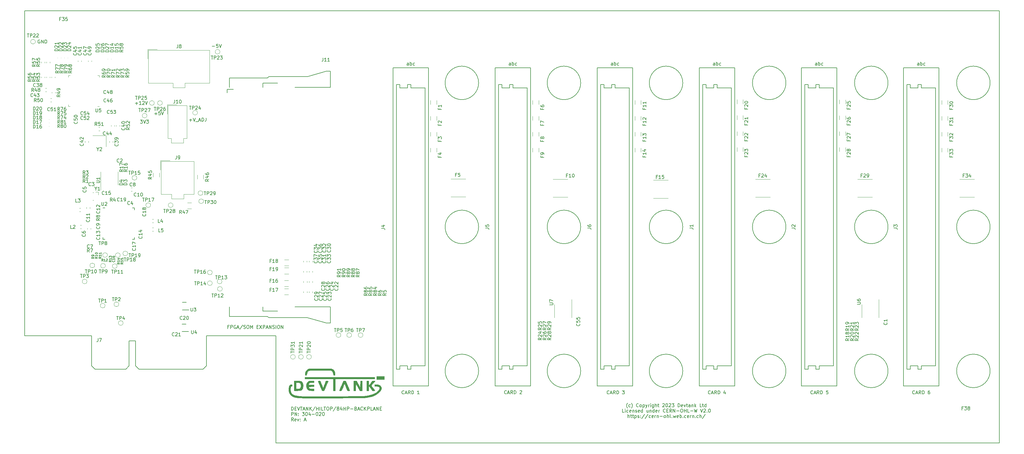
<source format=gbr>
G04 #@! TF.GenerationSoftware,KiCad,Pcbnew,6.0.7-f9a2dced07~116~ubuntu22.04.1*
G04 #@! TF.CreationDate,2023-05-31T10:56:09+01:00*
G04 #@! TF.ProjectId,hiltop_backplane_brd,68696c74-6f70-45f6-9261-636b706c616e,A*
G04 #@! TF.SameCoordinates,Original*
G04 #@! TF.FileFunction,Legend,Top*
G04 #@! TF.FilePolarity,Positive*
%FSLAX46Y46*%
G04 Gerber Fmt 4.6, Leading zero omitted, Abs format (unit mm)*
G04 Created by KiCad (PCBNEW 6.0.7-f9a2dced07~116~ubuntu22.04.1) date 2023-05-31 10:56:09*
%MOMM*%
%LPD*%
G01*
G04 APERTURE LIST*
G04 #@! TA.AperFunction,Profile*
%ADD10C,0.150000*%
G04 #@! TD*
%ADD11C,0.200000*%
%ADD12C,0.150000*%
%ADD13C,0.120000*%
%ADD14C,0.100000*%
%ADD15C,0.010000*%
G04 APERTURE END LIST*
D10*
X179840000Y-50700000D02*
G75*
G03*
X179840000Y-50700000I-5000000J0D01*
G01*
X210320000Y-50700000D02*
G75*
G03*
X210320000Y-50700000I-5000000J0D01*
G01*
X240800000Y-50700000D02*
G75*
G03*
X240800000Y-50700000I-5000000J0D01*
G01*
X210320000Y-93700000D02*
G75*
G03*
X210320000Y-93700000I-5000000J0D01*
G01*
X240800000Y-93700000D02*
G75*
G03*
X240800000Y-93700000I-5000000J0D01*
G01*
X179840000Y-136700000D02*
G75*
G03*
X179840000Y-136700000I-5000000J0D01*
G01*
X210320000Y-136700000D02*
G75*
G03*
X210320000Y-136700000I-5000000J0D01*
G01*
X240800000Y-136700000D02*
G75*
G03*
X240800000Y-136700000I-5000000J0D01*
G01*
X179840000Y-93700000D02*
G75*
G03*
X179840000Y-93700000I-5000000J0D01*
G01*
X271600000Y-136700000D02*
G75*
G03*
X271600000Y-136700000I-5000000J0D01*
G01*
X65300000Y-136200000D02*
X74500000Y-136200000D01*
X75500000Y-135200000D02*
X75500000Y-127700000D01*
X98600000Y-126200000D02*
X119300000Y-126200000D01*
X302080000Y-136700000D02*
G75*
G03*
X302080000Y-136700000I-5000000J0D01*
G01*
X332560000Y-93700000D02*
G75*
G03*
X332560000Y-93700000I-5000000J0D01*
G01*
X75500000Y-135200000D02*
X74500000Y-136200000D01*
X97600000Y-136200000D02*
X98600000Y-135200000D01*
X332560000Y-50700000D02*
G75*
G03*
X332560000Y-50700000I-5000000J0D01*
G01*
X271600000Y-50700000D02*
G75*
G03*
X271600000Y-50700000I-5000000J0D01*
G01*
X302080000Y-93700000D02*
G75*
G03*
X302080000Y-93700000I-5000000J0D01*
G01*
X44300000Y-29200000D02*
X335300000Y-29200000D01*
X64300000Y-135200000D02*
X64300000Y-126200000D01*
X271600000Y-93700000D02*
G75*
G03*
X271600000Y-93700000I-5000000J0D01*
G01*
X332560000Y-136700000D02*
G75*
G03*
X332560000Y-136700000I-5000000J0D01*
G01*
X77400000Y-135200000D02*
X78400000Y-136200000D01*
X119300000Y-136200000D02*
X119300000Y-158200000D01*
X44300000Y-126200000D02*
X44300000Y-29200000D01*
X119300000Y-126200000D02*
X119300000Y-136200000D01*
X78400000Y-136200000D02*
X97600000Y-136200000D01*
X64300000Y-135200000D02*
X65300000Y-136200000D01*
X75500000Y-127700000D02*
X77400000Y-127700000D01*
X98600000Y-135200000D02*
X98600000Y-127700000D01*
X335300000Y-29200000D02*
X335300000Y-158200000D01*
X302080000Y-50700000D02*
G75*
G03*
X302080000Y-50700000I-5000000J0D01*
G01*
X98600000Y-127700000D02*
X98600000Y-126200000D01*
X335300000Y-158200000D02*
X119300000Y-158200000D01*
X77400000Y-127700000D02*
X77400000Y-135200000D01*
X64300000Y-126200000D02*
X44300000Y-126200000D01*
D11*
X188153809Y-143457142D02*
X188106190Y-143504761D01*
X187963333Y-143552380D01*
X187868095Y-143552380D01*
X187725238Y-143504761D01*
X187630000Y-143409523D01*
X187582380Y-143314285D01*
X187534761Y-143123809D01*
X187534761Y-142980952D01*
X187582380Y-142790476D01*
X187630000Y-142695238D01*
X187725238Y-142600000D01*
X187868095Y-142552380D01*
X187963333Y-142552380D01*
X188106190Y-142600000D01*
X188153809Y-142647619D01*
X188534761Y-143266666D02*
X189010952Y-143266666D01*
X188439523Y-143552380D02*
X188772857Y-142552380D01*
X189106190Y-143552380D01*
X190010952Y-143552380D02*
X189677619Y-143076190D01*
X189439523Y-143552380D02*
X189439523Y-142552380D01*
X189820476Y-142552380D01*
X189915714Y-142600000D01*
X189963333Y-142647619D01*
X190010952Y-142742857D01*
X190010952Y-142885714D01*
X189963333Y-142980952D01*
X189915714Y-143028571D01*
X189820476Y-143076190D01*
X189439523Y-143076190D01*
X190439523Y-143552380D02*
X190439523Y-142552380D01*
X190677619Y-142552380D01*
X190820476Y-142600000D01*
X190915714Y-142695238D01*
X190963333Y-142790476D01*
X191010952Y-142980952D01*
X191010952Y-143123809D01*
X190963333Y-143314285D01*
X190915714Y-143409523D01*
X190820476Y-143504761D01*
X190677619Y-143552380D01*
X190439523Y-143552380D01*
X192153809Y-142647619D02*
X192201428Y-142600000D01*
X192296666Y-142552380D01*
X192534761Y-142552380D01*
X192630000Y-142600000D01*
X192677619Y-142647619D01*
X192725238Y-142742857D01*
X192725238Y-142838095D01*
X192677619Y-142980952D01*
X192106190Y-143552380D01*
X192725238Y-143552380D01*
X218793809Y-143497142D02*
X218746190Y-143544761D01*
X218603333Y-143592380D01*
X218508095Y-143592380D01*
X218365238Y-143544761D01*
X218270000Y-143449523D01*
X218222380Y-143354285D01*
X218174761Y-143163809D01*
X218174761Y-143020952D01*
X218222380Y-142830476D01*
X218270000Y-142735238D01*
X218365238Y-142640000D01*
X218508095Y-142592380D01*
X218603333Y-142592380D01*
X218746190Y-142640000D01*
X218793809Y-142687619D01*
X219174761Y-143306666D02*
X219650952Y-143306666D01*
X219079523Y-143592380D02*
X219412857Y-142592380D01*
X219746190Y-143592380D01*
X220650952Y-143592380D02*
X220317619Y-143116190D01*
X220079523Y-143592380D02*
X220079523Y-142592380D01*
X220460476Y-142592380D01*
X220555714Y-142640000D01*
X220603333Y-142687619D01*
X220650952Y-142782857D01*
X220650952Y-142925714D01*
X220603333Y-143020952D01*
X220555714Y-143068571D01*
X220460476Y-143116190D01*
X220079523Y-143116190D01*
X221079523Y-143592380D02*
X221079523Y-142592380D01*
X221317619Y-142592380D01*
X221460476Y-142640000D01*
X221555714Y-142735238D01*
X221603333Y-142830476D01*
X221650952Y-143020952D01*
X221650952Y-143163809D01*
X221603333Y-143354285D01*
X221555714Y-143449523D01*
X221460476Y-143544761D01*
X221317619Y-143592380D01*
X221079523Y-143592380D01*
X222746190Y-142592380D02*
X223365238Y-142592380D01*
X223031904Y-142973333D01*
X223174761Y-142973333D01*
X223270000Y-143020952D01*
X223317619Y-143068571D01*
X223365238Y-143163809D01*
X223365238Y-143401904D01*
X223317619Y-143497142D01*
X223270000Y-143544761D01*
X223174761Y-143592380D01*
X222889047Y-143592380D01*
X222793809Y-143544761D01*
X222746190Y-143497142D01*
X78861904Y-61752380D02*
X79480952Y-61752380D01*
X79147619Y-62133333D01*
X79290476Y-62133333D01*
X79385714Y-62180952D01*
X79433333Y-62228571D01*
X79480952Y-62323809D01*
X79480952Y-62561904D01*
X79433333Y-62657142D01*
X79385714Y-62704761D01*
X79290476Y-62752380D01*
X79004761Y-62752380D01*
X78909523Y-62704761D01*
X78861904Y-62657142D01*
X79766666Y-61752380D02*
X80100000Y-62752380D01*
X80433333Y-61752380D01*
X80671428Y-61752380D02*
X81290476Y-61752380D01*
X80957142Y-62133333D01*
X81100000Y-62133333D01*
X81195238Y-62180952D01*
X81242857Y-62228571D01*
X81290476Y-62323809D01*
X81290476Y-62561904D01*
X81242857Y-62657142D01*
X81195238Y-62704761D01*
X81100000Y-62752380D01*
X80814285Y-62752380D01*
X80719047Y-62704761D01*
X80671428Y-62657142D01*
X77338095Y-56791428D02*
X78100000Y-56791428D01*
X77719047Y-57172380D02*
X77719047Y-56410476D01*
X79100000Y-57172380D02*
X78528571Y-57172380D01*
X78814285Y-57172380D02*
X78814285Y-56172380D01*
X78719047Y-56315238D01*
X78623809Y-56410476D01*
X78528571Y-56458095D01*
X79480952Y-56267619D02*
X79528571Y-56220000D01*
X79623809Y-56172380D01*
X79861904Y-56172380D01*
X79957142Y-56220000D01*
X80004761Y-56267619D01*
X80052380Y-56362857D01*
X80052380Y-56458095D01*
X80004761Y-56600952D01*
X79433333Y-57172380D01*
X80052380Y-57172380D01*
X80338095Y-56172380D02*
X80671428Y-57172380D01*
X81004761Y-56172380D01*
X100314285Y-39771428D02*
X101076190Y-39771428D01*
X102028571Y-39152380D02*
X101552380Y-39152380D01*
X101504761Y-39628571D01*
X101552380Y-39580952D01*
X101647619Y-39533333D01*
X101885714Y-39533333D01*
X101980952Y-39580952D01*
X102028571Y-39628571D01*
X102076190Y-39723809D01*
X102076190Y-39961904D01*
X102028571Y-40057142D01*
X101980952Y-40104761D01*
X101885714Y-40152380D01*
X101647619Y-40152380D01*
X101552380Y-40104761D01*
X101504761Y-40057142D01*
X102361904Y-39152380D02*
X102695238Y-40152380D01*
X103028571Y-39152380D01*
X83114285Y-59871428D02*
X83876190Y-59871428D01*
X83495238Y-60252380D02*
X83495238Y-59490476D01*
X84828571Y-59252380D02*
X84352380Y-59252380D01*
X84304761Y-59728571D01*
X84352380Y-59680952D01*
X84447619Y-59633333D01*
X84685714Y-59633333D01*
X84780952Y-59680952D01*
X84828571Y-59728571D01*
X84876190Y-59823809D01*
X84876190Y-60061904D01*
X84828571Y-60157142D01*
X84780952Y-60204761D01*
X84685714Y-60252380D01*
X84447619Y-60252380D01*
X84352380Y-60204761D01*
X84304761Y-60157142D01*
X85161904Y-59252380D02*
X85495238Y-60252380D01*
X85828571Y-59252380D01*
X105295238Y-123528571D02*
X104961904Y-123528571D01*
X104961904Y-124052380D02*
X104961904Y-123052380D01*
X105438095Y-123052380D01*
X105819047Y-124052380D02*
X105819047Y-123052380D01*
X106200000Y-123052380D01*
X106295238Y-123100000D01*
X106342857Y-123147619D01*
X106390476Y-123242857D01*
X106390476Y-123385714D01*
X106342857Y-123480952D01*
X106295238Y-123528571D01*
X106200000Y-123576190D01*
X105819047Y-123576190D01*
X107342857Y-123100000D02*
X107247619Y-123052380D01*
X107104761Y-123052380D01*
X106961904Y-123100000D01*
X106866666Y-123195238D01*
X106819047Y-123290476D01*
X106771428Y-123480952D01*
X106771428Y-123623809D01*
X106819047Y-123814285D01*
X106866666Y-123909523D01*
X106961904Y-124004761D01*
X107104761Y-124052380D01*
X107200000Y-124052380D01*
X107342857Y-124004761D01*
X107390476Y-123957142D01*
X107390476Y-123623809D01*
X107200000Y-123623809D01*
X107771428Y-123766666D02*
X108247619Y-123766666D01*
X107676190Y-124052380D02*
X108009523Y-123052380D01*
X108342857Y-124052380D01*
X109390476Y-123004761D02*
X108533333Y-124290476D01*
X109676190Y-124004761D02*
X109819047Y-124052380D01*
X110057142Y-124052380D01*
X110152380Y-124004761D01*
X110200000Y-123957142D01*
X110247619Y-123861904D01*
X110247619Y-123766666D01*
X110200000Y-123671428D01*
X110152380Y-123623809D01*
X110057142Y-123576190D01*
X109866666Y-123528571D01*
X109771428Y-123480952D01*
X109723809Y-123433333D01*
X109676190Y-123338095D01*
X109676190Y-123242857D01*
X109723809Y-123147619D01*
X109771428Y-123100000D01*
X109866666Y-123052380D01*
X110104761Y-123052380D01*
X110247619Y-123100000D01*
X110866666Y-123052380D02*
X111057142Y-123052380D01*
X111152380Y-123100000D01*
X111247619Y-123195238D01*
X111295238Y-123385714D01*
X111295238Y-123719047D01*
X111247619Y-123909523D01*
X111152380Y-124004761D01*
X111057142Y-124052380D01*
X110866666Y-124052380D01*
X110771428Y-124004761D01*
X110676190Y-123909523D01*
X110628571Y-123719047D01*
X110628571Y-123385714D01*
X110676190Y-123195238D01*
X110771428Y-123100000D01*
X110866666Y-123052380D01*
X111723809Y-124052380D02*
X111723809Y-123052380D01*
X112057142Y-123766666D01*
X112390476Y-123052380D01*
X112390476Y-124052380D01*
X113628571Y-123528571D02*
X113961904Y-123528571D01*
X114104761Y-124052380D02*
X113628571Y-124052380D01*
X113628571Y-123052380D01*
X114104761Y-123052380D01*
X114438095Y-123052380D02*
X115104761Y-124052380D01*
X115104761Y-123052380D02*
X114438095Y-124052380D01*
X115485714Y-124052380D02*
X115485714Y-123052380D01*
X115866666Y-123052380D01*
X115961904Y-123100000D01*
X116009523Y-123147619D01*
X116057142Y-123242857D01*
X116057142Y-123385714D01*
X116009523Y-123480952D01*
X115961904Y-123528571D01*
X115866666Y-123576190D01*
X115485714Y-123576190D01*
X116438095Y-123766666D02*
X116914285Y-123766666D01*
X116342857Y-124052380D02*
X116676190Y-123052380D01*
X117009523Y-124052380D01*
X117342857Y-124052380D02*
X117342857Y-123052380D01*
X117914285Y-124052380D01*
X117914285Y-123052380D01*
X118342857Y-124004761D02*
X118485714Y-124052380D01*
X118723809Y-124052380D01*
X118819047Y-124004761D01*
X118866666Y-123957142D01*
X118914285Y-123861904D01*
X118914285Y-123766666D01*
X118866666Y-123671428D01*
X118819047Y-123623809D01*
X118723809Y-123576190D01*
X118533333Y-123528571D01*
X118438095Y-123480952D01*
X118390476Y-123433333D01*
X118342857Y-123338095D01*
X118342857Y-123242857D01*
X118390476Y-123147619D01*
X118438095Y-123100000D01*
X118533333Y-123052380D01*
X118771428Y-123052380D01*
X118914285Y-123100000D01*
X119342857Y-124052380D02*
X119342857Y-123052380D01*
X120009523Y-123052380D02*
X120200000Y-123052380D01*
X120295238Y-123100000D01*
X120390476Y-123195238D01*
X120438095Y-123385714D01*
X120438095Y-123719047D01*
X120390476Y-123909523D01*
X120295238Y-124004761D01*
X120200000Y-124052380D01*
X120009523Y-124052380D01*
X119914285Y-124004761D01*
X119819047Y-123909523D01*
X119771428Y-123719047D01*
X119771428Y-123385714D01*
X119819047Y-123195238D01*
X119914285Y-123100000D01*
X120009523Y-123052380D01*
X120866666Y-124052380D02*
X120866666Y-123052380D01*
X121438095Y-124052380D01*
X121438095Y-123052380D01*
X250373333Y-45452380D02*
X250373333Y-44928571D01*
X250325714Y-44833333D01*
X250230476Y-44785714D01*
X250040000Y-44785714D01*
X249944761Y-44833333D01*
X250373333Y-45404761D02*
X250278095Y-45452380D01*
X250040000Y-45452380D01*
X249944761Y-45404761D01*
X249897142Y-45309523D01*
X249897142Y-45214285D01*
X249944761Y-45119047D01*
X250040000Y-45071428D01*
X250278095Y-45071428D01*
X250373333Y-45023809D01*
X250849523Y-45452380D02*
X250849523Y-44452380D01*
X250849523Y-44833333D02*
X250944761Y-44785714D01*
X251135238Y-44785714D01*
X251230476Y-44833333D01*
X251278095Y-44880952D01*
X251325714Y-44976190D01*
X251325714Y-45261904D01*
X251278095Y-45357142D01*
X251230476Y-45404761D01*
X251135238Y-45452380D01*
X250944761Y-45452380D01*
X250849523Y-45404761D01*
X252182857Y-45404761D02*
X252087619Y-45452380D01*
X251897142Y-45452380D01*
X251801904Y-45404761D01*
X251754285Y-45357142D01*
X251706666Y-45261904D01*
X251706666Y-44976190D01*
X251754285Y-44880952D01*
X251801904Y-44833333D01*
X251897142Y-44785714D01*
X252087619Y-44785714D01*
X252182857Y-44833333D01*
X93500000Y-61771428D02*
X94261904Y-61771428D01*
X93880952Y-62152380D02*
X93880952Y-61390476D01*
X94595238Y-61152380D02*
X94928571Y-62152380D01*
X95261904Y-61152380D01*
X95357142Y-62247619D02*
X96119047Y-62247619D01*
X96309523Y-61866666D02*
X96785714Y-61866666D01*
X96214285Y-62152380D02*
X96547619Y-61152380D01*
X96880952Y-62152380D01*
X97214285Y-62152380D02*
X97214285Y-61152380D01*
X97452380Y-61152380D01*
X97595238Y-61200000D01*
X97690476Y-61295238D01*
X97738095Y-61390476D01*
X97785714Y-61580952D01*
X97785714Y-61723809D01*
X97738095Y-61914285D01*
X97690476Y-62009523D01*
X97595238Y-62104761D01*
X97452380Y-62152380D01*
X97214285Y-62152380D01*
X98500000Y-61152380D02*
X98500000Y-61866666D01*
X98452380Y-62009523D01*
X98357142Y-62104761D01*
X98214285Y-62152380D01*
X98119047Y-62152380D01*
X249023809Y-143497142D02*
X248976190Y-143544761D01*
X248833333Y-143592380D01*
X248738095Y-143592380D01*
X248595238Y-143544761D01*
X248500000Y-143449523D01*
X248452380Y-143354285D01*
X248404761Y-143163809D01*
X248404761Y-143020952D01*
X248452380Y-142830476D01*
X248500000Y-142735238D01*
X248595238Y-142640000D01*
X248738095Y-142592380D01*
X248833333Y-142592380D01*
X248976190Y-142640000D01*
X249023809Y-142687619D01*
X249404761Y-143306666D02*
X249880952Y-143306666D01*
X249309523Y-143592380D02*
X249642857Y-142592380D01*
X249976190Y-143592380D01*
X250880952Y-143592380D02*
X250547619Y-143116190D01*
X250309523Y-143592380D02*
X250309523Y-142592380D01*
X250690476Y-142592380D01*
X250785714Y-142640000D01*
X250833333Y-142687619D01*
X250880952Y-142782857D01*
X250880952Y-142925714D01*
X250833333Y-143020952D01*
X250785714Y-143068571D01*
X250690476Y-143116190D01*
X250309523Y-143116190D01*
X251309523Y-143592380D02*
X251309523Y-142592380D01*
X251547619Y-142592380D01*
X251690476Y-142640000D01*
X251785714Y-142735238D01*
X251833333Y-142830476D01*
X251880952Y-143020952D01*
X251880952Y-143163809D01*
X251833333Y-143354285D01*
X251785714Y-143449523D01*
X251690476Y-143544761D01*
X251547619Y-143592380D01*
X251309523Y-143592380D01*
X253500000Y-142925714D02*
X253500000Y-143592380D01*
X253261904Y-142544761D02*
X253023809Y-143259047D01*
X253642857Y-143259047D01*
X279623809Y-143497142D02*
X279576190Y-143544761D01*
X279433333Y-143592380D01*
X279338095Y-143592380D01*
X279195238Y-143544761D01*
X279100000Y-143449523D01*
X279052380Y-143354285D01*
X279004761Y-143163809D01*
X279004761Y-143020952D01*
X279052380Y-142830476D01*
X279100000Y-142735238D01*
X279195238Y-142640000D01*
X279338095Y-142592380D01*
X279433333Y-142592380D01*
X279576190Y-142640000D01*
X279623809Y-142687619D01*
X280004761Y-143306666D02*
X280480952Y-143306666D01*
X279909523Y-143592380D02*
X280242857Y-142592380D01*
X280576190Y-143592380D01*
X281480952Y-143592380D02*
X281147619Y-143116190D01*
X280909523Y-143592380D02*
X280909523Y-142592380D01*
X281290476Y-142592380D01*
X281385714Y-142640000D01*
X281433333Y-142687619D01*
X281480952Y-142782857D01*
X281480952Y-142925714D01*
X281433333Y-143020952D01*
X281385714Y-143068571D01*
X281290476Y-143116190D01*
X280909523Y-143116190D01*
X281909523Y-143592380D02*
X281909523Y-142592380D01*
X282147619Y-142592380D01*
X282290476Y-142640000D01*
X282385714Y-142735238D01*
X282433333Y-142830476D01*
X282480952Y-143020952D01*
X282480952Y-143163809D01*
X282433333Y-143354285D01*
X282385714Y-143449523D01*
X282290476Y-143544761D01*
X282147619Y-143592380D01*
X281909523Y-143592380D01*
X284147619Y-142592380D02*
X283671428Y-142592380D01*
X283623809Y-143068571D01*
X283671428Y-143020952D01*
X283766666Y-142973333D01*
X284004761Y-142973333D01*
X284100000Y-143020952D01*
X284147619Y-143068571D01*
X284195238Y-143163809D01*
X284195238Y-143401904D01*
X284147619Y-143497142D01*
X284100000Y-143544761D01*
X284004761Y-143592380D01*
X283766666Y-143592380D01*
X283671428Y-143544761D01*
X283623809Y-143497142D01*
X280853333Y-45452380D02*
X280853333Y-44928571D01*
X280805714Y-44833333D01*
X280710476Y-44785714D01*
X280520000Y-44785714D01*
X280424761Y-44833333D01*
X280853333Y-45404761D02*
X280758095Y-45452380D01*
X280520000Y-45452380D01*
X280424761Y-45404761D01*
X280377142Y-45309523D01*
X280377142Y-45214285D01*
X280424761Y-45119047D01*
X280520000Y-45071428D01*
X280758095Y-45071428D01*
X280853333Y-45023809D01*
X281329523Y-45452380D02*
X281329523Y-44452380D01*
X281329523Y-44833333D02*
X281424761Y-44785714D01*
X281615238Y-44785714D01*
X281710476Y-44833333D01*
X281758095Y-44880952D01*
X281805714Y-44976190D01*
X281805714Y-45261904D01*
X281758095Y-45357142D01*
X281710476Y-45404761D01*
X281615238Y-45452380D01*
X281424761Y-45452380D01*
X281329523Y-45404761D01*
X282662857Y-45404761D02*
X282567619Y-45452380D01*
X282377142Y-45452380D01*
X282281904Y-45404761D01*
X282234285Y-45357142D01*
X282186666Y-45261904D01*
X282186666Y-44976190D01*
X282234285Y-44880952D01*
X282281904Y-44833333D01*
X282377142Y-44785714D01*
X282567619Y-44785714D01*
X282662857Y-44833333D01*
X48838095Y-37900000D02*
X48742857Y-37852380D01*
X48600000Y-37852380D01*
X48457142Y-37900000D01*
X48361904Y-37995238D01*
X48314285Y-38090476D01*
X48266666Y-38280952D01*
X48266666Y-38423809D01*
X48314285Y-38614285D01*
X48361904Y-38709523D01*
X48457142Y-38804761D01*
X48600000Y-38852380D01*
X48695238Y-38852380D01*
X48838095Y-38804761D01*
X48885714Y-38757142D01*
X48885714Y-38423809D01*
X48695238Y-38423809D01*
X49314285Y-38852380D02*
X49314285Y-37852380D01*
X49885714Y-38852380D01*
X49885714Y-37852380D01*
X50361904Y-38852380D02*
X50361904Y-37852380D01*
X50600000Y-37852380D01*
X50742857Y-37900000D01*
X50838095Y-37995238D01*
X50885714Y-38090476D01*
X50933333Y-38280952D01*
X50933333Y-38423809D01*
X50885714Y-38614285D01*
X50838095Y-38709523D01*
X50742857Y-38804761D01*
X50600000Y-38852380D01*
X50361904Y-38852380D01*
X157573809Y-143497142D02*
X157526190Y-143544761D01*
X157383333Y-143592380D01*
X157288095Y-143592380D01*
X157145238Y-143544761D01*
X157050000Y-143449523D01*
X157002380Y-143354285D01*
X156954761Y-143163809D01*
X156954761Y-143020952D01*
X157002380Y-142830476D01*
X157050000Y-142735238D01*
X157145238Y-142640000D01*
X157288095Y-142592380D01*
X157383333Y-142592380D01*
X157526190Y-142640000D01*
X157573809Y-142687619D01*
X157954761Y-143306666D02*
X158430952Y-143306666D01*
X157859523Y-143592380D02*
X158192857Y-142592380D01*
X158526190Y-143592380D01*
X159430952Y-143592380D02*
X159097619Y-143116190D01*
X158859523Y-143592380D02*
X158859523Y-142592380D01*
X159240476Y-142592380D01*
X159335714Y-142640000D01*
X159383333Y-142687619D01*
X159430952Y-142782857D01*
X159430952Y-142925714D01*
X159383333Y-143020952D01*
X159335714Y-143068571D01*
X159240476Y-143116190D01*
X158859523Y-143116190D01*
X159859523Y-143592380D02*
X159859523Y-142592380D01*
X160097619Y-142592380D01*
X160240476Y-142640000D01*
X160335714Y-142735238D01*
X160383333Y-142830476D01*
X160430952Y-143020952D01*
X160430952Y-143163809D01*
X160383333Y-143354285D01*
X160335714Y-143449523D01*
X160240476Y-143544761D01*
X160097619Y-143592380D01*
X159859523Y-143592380D01*
X162145238Y-143592380D02*
X161573809Y-143592380D01*
X161859523Y-143592380D02*
X161859523Y-142592380D01*
X161764285Y-142735238D01*
X161669047Y-142830476D01*
X161573809Y-142878095D01*
X224328571Y-147823333D02*
X224280952Y-147775714D01*
X224185714Y-147632857D01*
X224138095Y-147537619D01*
X224090476Y-147394761D01*
X224042857Y-147156666D01*
X224042857Y-146966190D01*
X224090476Y-146728095D01*
X224138095Y-146585238D01*
X224185714Y-146490000D01*
X224280952Y-146347142D01*
X224328571Y-146299523D01*
X225138095Y-147394761D02*
X225042857Y-147442380D01*
X224852380Y-147442380D01*
X224757142Y-147394761D01*
X224709523Y-147347142D01*
X224661904Y-147251904D01*
X224661904Y-146966190D01*
X224709523Y-146870952D01*
X224757142Y-146823333D01*
X224852380Y-146775714D01*
X225042857Y-146775714D01*
X225138095Y-146823333D01*
X225471428Y-147823333D02*
X225519047Y-147775714D01*
X225614285Y-147632857D01*
X225661904Y-147537619D01*
X225709523Y-147394761D01*
X225757142Y-147156666D01*
X225757142Y-146966190D01*
X225709523Y-146728095D01*
X225661904Y-146585238D01*
X225614285Y-146490000D01*
X225519047Y-146347142D01*
X225471428Y-146299523D01*
X227566666Y-147347142D02*
X227519047Y-147394761D01*
X227376190Y-147442380D01*
X227280952Y-147442380D01*
X227138095Y-147394761D01*
X227042857Y-147299523D01*
X226995238Y-147204285D01*
X226947619Y-147013809D01*
X226947619Y-146870952D01*
X226995238Y-146680476D01*
X227042857Y-146585238D01*
X227138095Y-146490000D01*
X227280952Y-146442380D01*
X227376190Y-146442380D01*
X227519047Y-146490000D01*
X227566666Y-146537619D01*
X228138095Y-147442380D02*
X228042857Y-147394761D01*
X227995238Y-147347142D01*
X227947619Y-147251904D01*
X227947619Y-146966190D01*
X227995238Y-146870952D01*
X228042857Y-146823333D01*
X228138095Y-146775714D01*
X228280952Y-146775714D01*
X228376190Y-146823333D01*
X228423809Y-146870952D01*
X228471428Y-146966190D01*
X228471428Y-147251904D01*
X228423809Y-147347142D01*
X228376190Y-147394761D01*
X228280952Y-147442380D01*
X228138095Y-147442380D01*
X228900000Y-146775714D02*
X228900000Y-147775714D01*
X228900000Y-146823333D02*
X228995238Y-146775714D01*
X229185714Y-146775714D01*
X229280952Y-146823333D01*
X229328571Y-146870952D01*
X229376190Y-146966190D01*
X229376190Y-147251904D01*
X229328571Y-147347142D01*
X229280952Y-147394761D01*
X229185714Y-147442380D01*
X228995238Y-147442380D01*
X228900000Y-147394761D01*
X229709523Y-146775714D02*
X229947619Y-147442380D01*
X230185714Y-146775714D02*
X229947619Y-147442380D01*
X229852380Y-147680476D01*
X229804761Y-147728095D01*
X229709523Y-147775714D01*
X230566666Y-147442380D02*
X230566666Y-146775714D01*
X230566666Y-146966190D02*
X230614285Y-146870952D01*
X230661904Y-146823333D01*
X230757142Y-146775714D01*
X230852380Y-146775714D01*
X231185714Y-147442380D02*
X231185714Y-146775714D01*
X231185714Y-146442380D02*
X231138095Y-146490000D01*
X231185714Y-146537619D01*
X231233333Y-146490000D01*
X231185714Y-146442380D01*
X231185714Y-146537619D01*
X232090476Y-146775714D02*
X232090476Y-147585238D01*
X232042857Y-147680476D01*
X231995238Y-147728095D01*
X231900000Y-147775714D01*
X231757142Y-147775714D01*
X231661904Y-147728095D01*
X232090476Y-147394761D02*
X231995238Y-147442380D01*
X231804761Y-147442380D01*
X231709523Y-147394761D01*
X231661904Y-147347142D01*
X231614285Y-147251904D01*
X231614285Y-146966190D01*
X231661904Y-146870952D01*
X231709523Y-146823333D01*
X231804761Y-146775714D01*
X231995238Y-146775714D01*
X232090476Y-146823333D01*
X232566666Y-147442380D02*
X232566666Y-146442380D01*
X232995238Y-147442380D02*
X232995238Y-146918571D01*
X232947619Y-146823333D01*
X232852380Y-146775714D01*
X232709523Y-146775714D01*
X232614285Y-146823333D01*
X232566666Y-146870952D01*
X233328571Y-146775714D02*
X233709523Y-146775714D01*
X233471428Y-146442380D02*
X233471428Y-147299523D01*
X233519047Y-147394761D01*
X233614285Y-147442380D01*
X233709523Y-147442380D01*
X234757142Y-146537619D02*
X234804761Y-146490000D01*
X234900000Y-146442380D01*
X235138095Y-146442380D01*
X235233333Y-146490000D01*
X235280952Y-146537619D01*
X235328571Y-146632857D01*
X235328571Y-146728095D01*
X235280952Y-146870952D01*
X234709523Y-147442380D01*
X235328571Y-147442380D01*
X235947619Y-146442380D02*
X236042857Y-146442380D01*
X236138095Y-146490000D01*
X236185714Y-146537619D01*
X236233333Y-146632857D01*
X236280952Y-146823333D01*
X236280952Y-147061428D01*
X236233333Y-147251904D01*
X236185714Y-147347142D01*
X236138095Y-147394761D01*
X236042857Y-147442380D01*
X235947619Y-147442380D01*
X235852380Y-147394761D01*
X235804761Y-147347142D01*
X235757142Y-147251904D01*
X235709523Y-147061428D01*
X235709523Y-146823333D01*
X235757142Y-146632857D01*
X235804761Y-146537619D01*
X235852380Y-146490000D01*
X235947619Y-146442380D01*
X236661904Y-146537619D02*
X236709523Y-146490000D01*
X236804761Y-146442380D01*
X237042857Y-146442380D01*
X237138095Y-146490000D01*
X237185714Y-146537619D01*
X237233333Y-146632857D01*
X237233333Y-146728095D01*
X237185714Y-146870952D01*
X236614285Y-147442380D01*
X237233333Y-147442380D01*
X237566666Y-146442380D02*
X238185714Y-146442380D01*
X237852380Y-146823333D01*
X237995238Y-146823333D01*
X238090476Y-146870952D01*
X238138095Y-146918571D01*
X238185714Y-147013809D01*
X238185714Y-147251904D01*
X238138095Y-147347142D01*
X238090476Y-147394761D01*
X237995238Y-147442380D01*
X237709523Y-147442380D01*
X237614285Y-147394761D01*
X237566666Y-147347142D01*
X239376190Y-147442380D02*
X239376190Y-146442380D01*
X239614285Y-146442380D01*
X239757142Y-146490000D01*
X239852380Y-146585238D01*
X239900000Y-146680476D01*
X239947619Y-146870952D01*
X239947619Y-147013809D01*
X239900000Y-147204285D01*
X239852380Y-147299523D01*
X239757142Y-147394761D01*
X239614285Y-147442380D01*
X239376190Y-147442380D01*
X240757142Y-147394761D02*
X240661904Y-147442380D01*
X240471428Y-147442380D01*
X240376190Y-147394761D01*
X240328571Y-147299523D01*
X240328571Y-146918571D01*
X240376190Y-146823333D01*
X240471428Y-146775714D01*
X240661904Y-146775714D01*
X240757142Y-146823333D01*
X240804761Y-146918571D01*
X240804761Y-147013809D01*
X240328571Y-147109047D01*
X241138095Y-146775714D02*
X241376190Y-147442380D01*
X241614285Y-146775714D01*
X241852380Y-146775714D02*
X242233333Y-146775714D01*
X241995238Y-146442380D02*
X241995238Y-147299523D01*
X242042857Y-147394761D01*
X242138095Y-147442380D01*
X242233333Y-147442380D01*
X242995238Y-147442380D02*
X242995238Y-146918571D01*
X242947619Y-146823333D01*
X242852380Y-146775714D01*
X242661904Y-146775714D01*
X242566666Y-146823333D01*
X242995238Y-147394761D02*
X242900000Y-147442380D01*
X242661904Y-147442380D01*
X242566666Y-147394761D01*
X242519047Y-147299523D01*
X242519047Y-147204285D01*
X242566666Y-147109047D01*
X242661904Y-147061428D01*
X242900000Y-147061428D01*
X242995238Y-147013809D01*
X243471428Y-146775714D02*
X243471428Y-147442380D01*
X243471428Y-146870952D02*
X243519047Y-146823333D01*
X243614285Y-146775714D01*
X243757142Y-146775714D01*
X243852380Y-146823333D01*
X243900000Y-146918571D01*
X243900000Y-147442380D01*
X244376190Y-147442380D02*
X244376190Y-146442380D01*
X244471428Y-147061428D02*
X244757142Y-147442380D01*
X244757142Y-146775714D02*
X244376190Y-147156666D01*
X246423809Y-147442380D02*
X245947619Y-147442380D01*
X245947619Y-146442380D01*
X246614285Y-146775714D02*
X246995238Y-146775714D01*
X246757142Y-146442380D02*
X246757142Y-147299523D01*
X246804761Y-147394761D01*
X246900000Y-147442380D01*
X246995238Y-147442380D01*
X247757142Y-147442380D02*
X247757142Y-146442380D01*
X247757142Y-147394761D02*
X247661904Y-147442380D01*
X247471428Y-147442380D01*
X247376190Y-147394761D01*
X247328571Y-147347142D01*
X247280952Y-147251904D01*
X247280952Y-146966190D01*
X247328571Y-146870952D01*
X247376190Y-146823333D01*
X247471428Y-146775714D01*
X247661904Y-146775714D01*
X247757142Y-146823333D01*
X223280952Y-149052380D02*
X222804761Y-149052380D01*
X222804761Y-148052380D01*
X223614285Y-149052380D02*
X223614285Y-148385714D01*
X223614285Y-148052380D02*
X223566666Y-148100000D01*
X223614285Y-148147619D01*
X223661904Y-148100000D01*
X223614285Y-148052380D01*
X223614285Y-148147619D01*
X224519047Y-149004761D02*
X224423809Y-149052380D01*
X224233333Y-149052380D01*
X224138095Y-149004761D01*
X224090476Y-148957142D01*
X224042857Y-148861904D01*
X224042857Y-148576190D01*
X224090476Y-148480952D01*
X224138095Y-148433333D01*
X224233333Y-148385714D01*
X224423809Y-148385714D01*
X224519047Y-148433333D01*
X225328571Y-149004761D02*
X225233333Y-149052380D01*
X225042857Y-149052380D01*
X224947619Y-149004761D01*
X224900000Y-148909523D01*
X224900000Y-148528571D01*
X224947619Y-148433333D01*
X225042857Y-148385714D01*
X225233333Y-148385714D01*
X225328571Y-148433333D01*
X225376190Y-148528571D01*
X225376190Y-148623809D01*
X224900000Y-148719047D01*
X225804761Y-148385714D02*
X225804761Y-149052380D01*
X225804761Y-148480952D02*
X225852380Y-148433333D01*
X225947619Y-148385714D01*
X226090476Y-148385714D01*
X226185714Y-148433333D01*
X226233333Y-148528571D01*
X226233333Y-149052380D01*
X226661904Y-149004761D02*
X226757142Y-149052380D01*
X226947619Y-149052380D01*
X227042857Y-149004761D01*
X227090476Y-148909523D01*
X227090476Y-148861904D01*
X227042857Y-148766666D01*
X226947619Y-148719047D01*
X226804761Y-148719047D01*
X226709523Y-148671428D01*
X226661904Y-148576190D01*
X226661904Y-148528571D01*
X226709523Y-148433333D01*
X226804761Y-148385714D01*
X226947619Y-148385714D01*
X227042857Y-148433333D01*
X227900000Y-149004761D02*
X227804761Y-149052380D01*
X227614285Y-149052380D01*
X227519047Y-149004761D01*
X227471428Y-148909523D01*
X227471428Y-148528571D01*
X227519047Y-148433333D01*
X227614285Y-148385714D01*
X227804761Y-148385714D01*
X227900000Y-148433333D01*
X227947619Y-148528571D01*
X227947619Y-148623809D01*
X227471428Y-148719047D01*
X228804761Y-149052380D02*
X228804761Y-148052380D01*
X228804761Y-149004761D02*
X228709523Y-149052380D01*
X228519047Y-149052380D01*
X228423809Y-149004761D01*
X228376190Y-148957142D01*
X228328571Y-148861904D01*
X228328571Y-148576190D01*
X228376190Y-148480952D01*
X228423809Y-148433333D01*
X228519047Y-148385714D01*
X228709523Y-148385714D01*
X228804761Y-148433333D01*
X230471428Y-148385714D02*
X230471428Y-149052380D01*
X230042857Y-148385714D02*
X230042857Y-148909523D01*
X230090476Y-149004761D01*
X230185714Y-149052380D01*
X230328571Y-149052380D01*
X230423809Y-149004761D01*
X230471428Y-148957142D01*
X230947619Y-148385714D02*
X230947619Y-149052380D01*
X230947619Y-148480952D02*
X230995238Y-148433333D01*
X231090476Y-148385714D01*
X231233333Y-148385714D01*
X231328571Y-148433333D01*
X231376190Y-148528571D01*
X231376190Y-149052380D01*
X232280952Y-149052380D02*
X232280952Y-148052380D01*
X232280952Y-149004761D02*
X232185714Y-149052380D01*
X231995238Y-149052380D01*
X231900000Y-149004761D01*
X231852380Y-148957142D01*
X231804761Y-148861904D01*
X231804761Y-148576190D01*
X231852380Y-148480952D01*
X231900000Y-148433333D01*
X231995238Y-148385714D01*
X232185714Y-148385714D01*
X232280952Y-148433333D01*
X233138095Y-149004761D02*
X233042857Y-149052380D01*
X232852380Y-149052380D01*
X232757142Y-149004761D01*
X232709523Y-148909523D01*
X232709523Y-148528571D01*
X232757142Y-148433333D01*
X232852380Y-148385714D01*
X233042857Y-148385714D01*
X233138095Y-148433333D01*
X233185714Y-148528571D01*
X233185714Y-148623809D01*
X232709523Y-148719047D01*
X233614285Y-149052380D02*
X233614285Y-148385714D01*
X233614285Y-148576190D02*
X233661904Y-148480952D01*
X233709523Y-148433333D01*
X233804761Y-148385714D01*
X233900000Y-148385714D01*
X235566666Y-148957142D02*
X235519047Y-149004761D01*
X235376190Y-149052380D01*
X235280952Y-149052380D01*
X235138095Y-149004761D01*
X235042857Y-148909523D01*
X234995238Y-148814285D01*
X234947619Y-148623809D01*
X234947619Y-148480952D01*
X234995238Y-148290476D01*
X235042857Y-148195238D01*
X235138095Y-148100000D01*
X235280952Y-148052380D01*
X235376190Y-148052380D01*
X235519047Y-148100000D01*
X235566666Y-148147619D01*
X235995238Y-148528571D02*
X236328571Y-148528571D01*
X236471428Y-149052380D02*
X235995238Y-149052380D01*
X235995238Y-148052380D01*
X236471428Y-148052380D01*
X237471428Y-149052380D02*
X237138095Y-148576190D01*
X236900000Y-149052380D02*
X236900000Y-148052380D01*
X237280952Y-148052380D01*
X237376190Y-148100000D01*
X237423809Y-148147619D01*
X237471428Y-148242857D01*
X237471428Y-148385714D01*
X237423809Y-148480952D01*
X237376190Y-148528571D01*
X237280952Y-148576190D01*
X236900000Y-148576190D01*
X237900000Y-149052380D02*
X237900000Y-148052380D01*
X238471428Y-149052380D01*
X238471428Y-148052380D01*
X238947619Y-148671428D02*
X239709523Y-148671428D01*
X240376190Y-148052380D02*
X240566666Y-148052380D01*
X240661904Y-148100000D01*
X240757142Y-148195238D01*
X240804761Y-148385714D01*
X240804761Y-148719047D01*
X240757142Y-148909523D01*
X240661904Y-149004761D01*
X240566666Y-149052380D01*
X240376190Y-149052380D01*
X240280952Y-149004761D01*
X240185714Y-148909523D01*
X240138095Y-148719047D01*
X240138095Y-148385714D01*
X240185714Y-148195238D01*
X240280952Y-148100000D01*
X240376190Y-148052380D01*
X241233333Y-149052380D02*
X241233333Y-148052380D01*
X241233333Y-148528571D02*
X241804761Y-148528571D01*
X241804761Y-149052380D02*
X241804761Y-148052380D01*
X242757142Y-149052380D02*
X242280952Y-149052380D01*
X242280952Y-148052380D01*
X243090476Y-148671428D02*
X243852380Y-148671428D01*
X244233333Y-148052380D02*
X244471428Y-149052380D01*
X244661904Y-148338095D01*
X244852380Y-149052380D01*
X245090476Y-148052380D01*
X246090476Y-148052380D02*
X246423809Y-149052380D01*
X246757142Y-148052380D01*
X247042857Y-148147619D02*
X247090476Y-148100000D01*
X247185714Y-148052380D01*
X247423809Y-148052380D01*
X247519047Y-148100000D01*
X247566666Y-148147619D01*
X247614285Y-148242857D01*
X247614285Y-148338095D01*
X247566666Y-148480952D01*
X246995238Y-149052380D01*
X247614285Y-149052380D01*
X248042857Y-148957142D02*
X248090476Y-149004761D01*
X248042857Y-149052380D01*
X247995238Y-149004761D01*
X248042857Y-148957142D01*
X248042857Y-149052380D01*
X248709523Y-148052380D02*
X248804761Y-148052380D01*
X248900000Y-148100000D01*
X248947619Y-148147619D01*
X248995238Y-148242857D01*
X249042857Y-148433333D01*
X249042857Y-148671428D01*
X248995238Y-148861904D01*
X248947619Y-148957142D01*
X248900000Y-149004761D01*
X248804761Y-149052380D01*
X248709523Y-149052380D01*
X248614285Y-149004761D01*
X248566666Y-148957142D01*
X248519047Y-148861904D01*
X248471428Y-148671428D01*
X248471428Y-148433333D01*
X248519047Y-148242857D01*
X248566666Y-148147619D01*
X248614285Y-148100000D01*
X248709523Y-148052380D01*
X224423809Y-150662380D02*
X224423809Y-149662380D01*
X224852380Y-150662380D02*
X224852380Y-150138571D01*
X224804761Y-150043333D01*
X224709523Y-149995714D01*
X224566666Y-149995714D01*
X224471428Y-150043333D01*
X224423809Y-150090952D01*
X225185714Y-149995714D02*
X225566666Y-149995714D01*
X225328571Y-149662380D02*
X225328571Y-150519523D01*
X225376190Y-150614761D01*
X225471428Y-150662380D01*
X225566666Y-150662380D01*
X225757142Y-149995714D02*
X226138095Y-149995714D01*
X225900000Y-149662380D02*
X225900000Y-150519523D01*
X225947619Y-150614761D01*
X226042857Y-150662380D01*
X226138095Y-150662380D01*
X226471428Y-149995714D02*
X226471428Y-150995714D01*
X226471428Y-150043333D02*
X226566666Y-149995714D01*
X226757142Y-149995714D01*
X226852380Y-150043333D01*
X226900000Y-150090952D01*
X226947619Y-150186190D01*
X226947619Y-150471904D01*
X226900000Y-150567142D01*
X226852380Y-150614761D01*
X226757142Y-150662380D01*
X226566666Y-150662380D01*
X226471428Y-150614761D01*
X227328571Y-150614761D02*
X227423809Y-150662380D01*
X227614285Y-150662380D01*
X227709523Y-150614761D01*
X227757142Y-150519523D01*
X227757142Y-150471904D01*
X227709523Y-150376666D01*
X227614285Y-150329047D01*
X227471428Y-150329047D01*
X227376190Y-150281428D01*
X227328571Y-150186190D01*
X227328571Y-150138571D01*
X227376190Y-150043333D01*
X227471428Y-149995714D01*
X227614285Y-149995714D01*
X227709523Y-150043333D01*
X228185714Y-150567142D02*
X228233333Y-150614761D01*
X228185714Y-150662380D01*
X228138095Y-150614761D01*
X228185714Y-150567142D01*
X228185714Y-150662380D01*
X228185714Y-150043333D02*
X228233333Y-150090952D01*
X228185714Y-150138571D01*
X228138095Y-150090952D01*
X228185714Y-150043333D01*
X228185714Y-150138571D01*
X229376190Y-149614761D02*
X228519047Y-150900476D01*
X230423809Y-149614761D02*
X229566666Y-150900476D01*
X231185714Y-150614761D02*
X231090476Y-150662380D01*
X230900000Y-150662380D01*
X230804761Y-150614761D01*
X230757142Y-150567142D01*
X230709523Y-150471904D01*
X230709523Y-150186190D01*
X230757142Y-150090952D01*
X230804761Y-150043333D01*
X230900000Y-149995714D01*
X231090476Y-149995714D01*
X231185714Y-150043333D01*
X231995238Y-150614761D02*
X231900000Y-150662380D01*
X231709523Y-150662380D01*
X231614285Y-150614761D01*
X231566666Y-150519523D01*
X231566666Y-150138571D01*
X231614285Y-150043333D01*
X231709523Y-149995714D01*
X231900000Y-149995714D01*
X231995238Y-150043333D01*
X232042857Y-150138571D01*
X232042857Y-150233809D01*
X231566666Y-150329047D01*
X232471428Y-150662380D02*
X232471428Y-149995714D01*
X232471428Y-150186190D02*
X232519047Y-150090952D01*
X232566666Y-150043333D01*
X232661904Y-149995714D01*
X232757142Y-149995714D01*
X233090476Y-149995714D02*
X233090476Y-150662380D01*
X233090476Y-150090952D02*
X233138095Y-150043333D01*
X233233333Y-149995714D01*
X233376190Y-149995714D01*
X233471428Y-150043333D01*
X233519047Y-150138571D01*
X233519047Y-150662380D01*
X233995238Y-150281428D02*
X234757142Y-150281428D01*
X235376190Y-150662380D02*
X235280952Y-150614761D01*
X235233333Y-150567142D01*
X235185714Y-150471904D01*
X235185714Y-150186190D01*
X235233333Y-150090952D01*
X235280952Y-150043333D01*
X235376190Y-149995714D01*
X235519047Y-149995714D01*
X235614285Y-150043333D01*
X235661904Y-150090952D01*
X235709523Y-150186190D01*
X235709523Y-150471904D01*
X235661904Y-150567142D01*
X235614285Y-150614761D01*
X235519047Y-150662380D01*
X235376190Y-150662380D01*
X236138095Y-150662380D02*
X236138095Y-149662380D01*
X236566666Y-150662380D02*
X236566666Y-150138571D01*
X236519047Y-150043333D01*
X236423809Y-149995714D01*
X236280952Y-149995714D01*
X236185714Y-150043333D01*
X236138095Y-150090952D01*
X237185714Y-150662380D02*
X237090476Y-150614761D01*
X237042857Y-150519523D01*
X237042857Y-149662380D01*
X237566666Y-150567142D02*
X237614285Y-150614761D01*
X237566666Y-150662380D01*
X237519047Y-150614761D01*
X237566666Y-150567142D01*
X237566666Y-150662380D01*
X237947619Y-149995714D02*
X238138095Y-150662380D01*
X238328571Y-150186190D01*
X238519047Y-150662380D01*
X238709523Y-149995714D01*
X239471428Y-150614761D02*
X239376190Y-150662380D01*
X239185714Y-150662380D01*
X239090476Y-150614761D01*
X239042857Y-150519523D01*
X239042857Y-150138571D01*
X239090476Y-150043333D01*
X239185714Y-149995714D01*
X239376190Y-149995714D01*
X239471428Y-150043333D01*
X239519047Y-150138571D01*
X239519047Y-150233809D01*
X239042857Y-150329047D01*
X239947619Y-150662380D02*
X239947619Y-149662380D01*
X239947619Y-150043333D02*
X240042857Y-149995714D01*
X240233333Y-149995714D01*
X240328571Y-150043333D01*
X240376190Y-150090952D01*
X240423809Y-150186190D01*
X240423809Y-150471904D01*
X240376190Y-150567142D01*
X240328571Y-150614761D01*
X240233333Y-150662380D01*
X240042857Y-150662380D01*
X239947619Y-150614761D01*
X240852380Y-150567142D02*
X240900000Y-150614761D01*
X240852380Y-150662380D01*
X240804761Y-150614761D01*
X240852380Y-150567142D01*
X240852380Y-150662380D01*
X241757142Y-150614761D02*
X241661904Y-150662380D01*
X241471428Y-150662380D01*
X241376190Y-150614761D01*
X241328571Y-150567142D01*
X241280952Y-150471904D01*
X241280952Y-150186190D01*
X241328571Y-150090952D01*
X241376190Y-150043333D01*
X241471428Y-149995714D01*
X241661904Y-149995714D01*
X241757142Y-150043333D01*
X242566666Y-150614761D02*
X242471428Y-150662380D01*
X242280952Y-150662380D01*
X242185714Y-150614761D01*
X242138095Y-150519523D01*
X242138095Y-150138571D01*
X242185714Y-150043333D01*
X242280952Y-149995714D01*
X242471428Y-149995714D01*
X242566666Y-150043333D01*
X242614285Y-150138571D01*
X242614285Y-150233809D01*
X242138095Y-150329047D01*
X243042857Y-150662380D02*
X243042857Y-149995714D01*
X243042857Y-150186190D02*
X243090476Y-150090952D01*
X243138095Y-150043333D01*
X243233333Y-149995714D01*
X243328571Y-149995714D01*
X243661904Y-149995714D02*
X243661904Y-150662380D01*
X243661904Y-150090952D02*
X243709523Y-150043333D01*
X243804761Y-149995714D01*
X243947619Y-149995714D01*
X244042857Y-150043333D01*
X244090476Y-150138571D01*
X244090476Y-150662380D01*
X244566666Y-150567142D02*
X244614285Y-150614761D01*
X244566666Y-150662380D01*
X244519047Y-150614761D01*
X244566666Y-150567142D01*
X244566666Y-150662380D01*
X245471428Y-150614761D02*
X245376190Y-150662380D01*
X245185714Y-150662380D01*
X245090476Y-150614761D01*
X245042857Y-150567142D01*
X244995238Y-150471904D01*
X244995238Y-150186190D01*
X245042857Y-150090952D01*
X245090476Y-150043333D01*
X245185714Y-149995714D01*
X245376190Y-149995714D01*
X245471428Y-150043333D01*
X245900000Y-150662380D02*
X245900000Y-149662380D01*
X246328571Y-150662380D02*
X246328571Y-150138571D01*
X246280952Y-150043333D01*
X246185714Y-149995714D01*
X246042857Y-149995714D01*
X245947619Y-150043333D01*
X245900000Y-150090952D01*
X247519047Y-149614761D02*
X246661904Y-150900476D01*
X189413333Y-45452380D02*
X189413333Y-44928571D01*
X189365714Y-44833333D01*
X189270476Y-44785714D01*
X189080000Y-44785714D01*
X188984761Y-44833333D01*
X189413333Y-45404761D02*
X189318095Y-45452380D01*
X189080000Y-45452380D01*
X188984761Y-45404761D01*
X188937142Y-45309523D01*
X188937142Y-45214285D01*
X188984761Y-45119047D01*
X189080000Y-45071428D01*
X189318095Y-45071428D01*
X189413333Y-45023809D01*
X189889523Y-45452380D02*
X189889523Y-44452380D01*
X189889523Y-44833333D02*
X189984761Y-44785714D01*
X190175238Y-44785714D01*
X190270476Y-44833333D01*
X190318095Y-44880952D01*
X190365714Y-44976190D01*
X190365714Y-45261904D01*
X190318095Y-45357142D01*
X190270476Y-45404761D01*
X190175238Y-45452380D01*
X189984761Y-45452380D01*
X189889523Y-45404761D01*
X191222857Y-45404761D02*
X191127619Y-45452380D01*
X190937142Y-45452380D01*
X190841904Y-45404761D01*
X190794285Y-45357142D01*
X190746666Y-45261904D01*
X190746666Y-44976190D01*
X190794285Y-44880952D01*
X190841904Y-44833333D01*
X190937142Y-44785714D01*
X191127619Y-44785714D01*
X191222857Y-44833333D01*
X310023809Y-143497142D02*
X309976190Y-143544761D01*
X309833333Y-143592380D01*
X309738095Y-143592380D01*
X309595238Y-143544761D01*
X309500000Y-143449523D01*
X309452380Y-143354285D01*
X309404761Y-143163809D01*
X309404761Y-143020952D01*
X309452380Y-142830476D01*
X309500000Y-142735238D01*
X309595238Y-142640000D01*
X309738095Y-142592380D01*
X309833333Y-142592380D01*
X309976190Y-142640000D01*
X310023809Y-142687619D01*
X310404761Y-143306666D02*
X310880952Y-143306666D01*
X310309523Y-143592380D02*
X310642857Y-142592380D01*
X310976190Y-143592380D01*
X311880952Y-143592380D02*
X311547619Y-143116190D01*
X311309523Y-143592380D02*
X311309523Y-142592380D01*
X311690476Y-142592380D01*
X311785714Y-142640000D01*
X311833333Y-142687619D01*
X311880952Y-142782857D01*
X311880952Y-142925714D01*
X311833333Y-143020952D01*
X311785714Y-143068571D01*
X311690476Y-143116190D01*
X311309523Y-143116190D01*
X312309523Y-143592380D02*
X312309523Y-142592380D01*
X312547619Y-142592380D01*
X312690476Y-142640000D01*
X312785714Y-142735238D01*
X312833333Y-142830476D01*
X312880952Y-143020952D01*
X312880952Y-143163809D01*
X312833333Y-143354285D01*
X312785714Y-143449523D01*
X312690476Y-143544761D01*
X312547619Y-143592380D01*
X312309523Y-143592380D01*
X314500000Y-142592380D02*
X314309523Y-142592380D01*
X314214285Y-142640000D01*
X314166666Y-142687619D01*
X314071428Y-142830476D01*
X314023809Y-143020952D01*
X314023809Y-143401904D01*
X314071428Y-143497142D01*
X314119047Y-143544761D01*
X314214285Y-143592380D01*
X314404761Y-143592380D01*
X314500000Y-143544761D01*
X314547619Y-143497142D01*
X314595238Y-143401904D01*
X314595238Y-143163809D01*
X314547619Y-143068571D01*
X314500000Y-143020952D01*
X314404761Y-142973333D01*
X314214285Y-142973333D01*
X314119047Y-143020952D01*
X314071428Y-143068571D01*
X314023809Y-143163809D01*
X123968095Y-148442380D02*
X123968095Y-147442380D01*
X124206190Y-147442380D01*
X124349047Y-147490000D01*
X124444285Y-147585238D01*
X124491904Y-147680476D01*
X124539523Y-147870952D01*
X124539523Y-148013809D01*
X124491904Y-148204285D01*
X124444285Y-148299523D01*
X124349047Y-148394761D01*
X124206190Y-148442380D01*
X123968095Y-148442380D01*
X124968095Y-147918571D02*
X125301428Y-147918571D01*
X125444285Y-148442380D02*
X124968095Y-148442380D01*
X124968095Y-147442380D01*
X125444285Y-147442380D01*
X125730000Y-147442380D02*
X126063333Y-148442380D01*
X126396666Y-147442380D01*
X126587142Y-147442380D02*
X127158571Y-147442380D01*
X126872857Y-148442380D02*
X126872857Y-147442380D01*
X127444285Y-148156666D02*
X127920476Y-148156666D01*
X127349047Y-148442380D02*
X127682380Y-147442380D01*
X128015714Y-148442380D01*
X128349047Y-148442380D02*
X128349047Y-147442380D01*
X128920476Y-148442380D01*
X128920476Y-147442380D01*
X129396666Y-148442380D02*
X129396666Y-147442380D01*
X129968095Y-148442380D02*
X129539523Y-147870952D01*
X129968095Y-147442380D02*
X129396666Y-148013809D01*
X131110952Y-147394761D02*
X130253809Y-148680476D01*
X131444285Y-148442380D02*
X131444285Y-147442380D01*
X131444285Y-147918571D02*
X132015714Y-147918571D01*
X132015714Y-148442380D02*
X132015714Y-147442380D01*
X132491904Y-148442380D02*
X132491904Y-147442380D01*
X133444285Y-148442380D02*
X132968095Y-148442380D01*
X132968095Y-147442380D01*
X133634761Y-147442380D02*
X134206190Y-147442380D01*
X133920476Y-148442380D02*
X133920476Y-147442380D01*
X134730000Y-147442380D02*
X134920476Y-147442380D01*
X135015714Y-147490000D01*
X135110952Y-147585238D01*
X135158571Y-147775714D01*
X135158571Y-148109047D01*
X135110952Y-148299523D01*
X135015714Y-148394761D01*
X134920476Y-148442380D01*
X134730000Y-148442380D01*
X134634761Y-148394761D01*
X134539523Y-148299523D01*
X134491904Y-148109047D01*
X134491904Y-147775714D01*
X134539523Y-147585238D01*
X134634761Y-147490000D01*
X134730000Y-147442380D01*
X135587142Y-148442380D02*
X135587142Y-147442380D01*
X135968095Y-147442380D01*
X136063333Y-147490000D01*
X136110952Y-147537619D01*
X136158571Y-147632857D01*
X136158571Y-147775714D01*
X136110952Y-147870952D01*
X136063333Y-147918571D01*
X135968095Y-147966190D01*
X135587142Y-147966190D01*
X137301428Y-147394761D02*
X136444285Y-148680476D01*
X137777619Y-147870952D02*
X137682380Y-147823333D01*
X137634761Y-147775714D01*
X137587142Y-147680476D01*
X137587142Y-147632857D01*
X137634761Y-147537619D01*
X137682380Y-147490000D01*
X137777619Y-147442380D01*
X137968095Y-147442380D01*
X138063333Y-147490000D01*
X138110952Y-147537619D01*
X138158571Y-147632857D01*
X138158571Y-147680476D01*
X138110952Y-147775714D01*
X138063333Y-147823333D01*
X137968095Y-147870952D01*
X137777619Y-147870952D01*
X137682380Y-147918571D01*
X137634761Y-147966190D01*
X137587142Y-148061428D01*
X137587142Y-148251904D01*
X137634761Y-148347142D01*
X137682380Y-148394761D01*
X137777619Y-148442380D01*
X137968095Y-148442380D01*
X138063333Y-148394761D01*
X138110952Y-148347142D01*
X138158571Y-148251904D01*
X138158571Y-148061428D01*
X138110952Y-147966190D01*
X138063333Y-147918571D01*
X137968095Y-147870952D01*
X139015714Y-147775714D02*
X139015714Y-148442380D01*
X138777619Y-147394761D02*
X138539523Y-148109047D01*
X139158571Y-148109047D01*
X139539523Y-148442380D02*
X139539523Y-147442380D01*
X139539523Y-147918571D02*
X140110952Y-147918571D01*
X140110952Y-148442380D02*
X140110952Y-147442380D01*
X140587142Y-148442380D02*
X140587142Y-147442380D01*
X140968095Y-147442380D01*
X141063333Y-147490000D01*
X141110952Y-147537619D01*
X141158571Y-147632857D01*
X141158571Y-147775714D01*
X141110952Y-147870952D01*
X141063333Y-147918571D01*
X140968095Y-147966190D01*
X140587142Y-147966190D01*
X141587142Y-148061428D02*
X142349047Y-148061428D01*
X143158571Y-147918571D02*
X143301428Y-147966190D01*
X143349047Y-148013809D01*
X143396666Y-148109047D01*
X143396666Y-148251904D01*
X143349047Y-148347142D01*
X143301428Y-148394761D01*
X143206190Y-148442380D01*
X142825238Y-148442380D01*
X142825238Y-147442380D01*
X143158571Y-147442380D01*
X143253809Y-147490000D01*
X143301428Y-147537619D01*
X143349047Y-147632857D01*
X143349047Y-147728095D01*
X143301428Y-147823333D01*
X143253809Y-147870952D01*
X143158571Y-147918571D01*
X142825238Y-147918571D01*
X143777619Y-148156666D02*
X144253809Y-148156666D01*
X143682380Y-148442380D02*
X144015714Y-147442380D01*
X144349047Y-148442380D01*
X145253809Y-148347142D02*
X145206190Y-148394761D01*
X145063333Y-148442380D01*
X144968095Y-148442380D01*
X144825238Y-148394761D01*
X144730000Y-148299523D01*
X144682380Y-148204285D01*
X144634761Y-148013809D01*
X144634761Y-147870952D01*
X144682380Y-147680476D01*
X144730000Y-147585238D01*
X144825238Y-147490000D01*
X144968095Y-147442380D01*
X145063333Y-147442380D01*
X145206190Y-147490000D01*
X145253809Y-147537619D01*
X145682380Y-148442380D02*
X145682380Y-147442380D01*
X146253809Y-148442380D02*
X145825238Y-147870952D01*
X146253809Y-147442380D02*
X145682380Y-148013809D01*
X146682380Y-148442380D02*
X146682380Y-147442380D01*
X147063333Y-147442380D01*
X147158571Y-147490000D01*
X147206190Y-147537619D01*
X147253809Y-147632857D01*
X147253809Y-147775714D01*
X147206190Y-147870952D01*
X147158571Y-147918571D01*
X147063333Y-147966190D01*
X146682380Y-147966190D01*
X148158571Y-148442380D02*
X147682380Y-148442380D01*
X147682380Y-147442380D01*
X148444285Y-148156666D02*
X148920476Y-148156666D01*
X148349047Y-148442380D02*
X148682380Y-147442380D01*
X149015714Y-148442380D01*
X149349047Y-148442380D02*
X149349047Y-147442380D01*
X149920476Y-148442380D01*
X149920476Y-147442380D01*
X150396666Y-147918571D02*
X150730000Y-147918571D01*
X150872857Y-148442380D02*
X150396666Y-148442380D01*
X150396666Y-147442380D01*
X150872857Y-147442380D01*
X123968095Y-150052380D02*
X123968095Y-149052380D01*
X124349047Y-149052380D01*
X124444285Y-149100000D01*
X124491904Y-149147619D01*
X124539523Y-149242857D01*
X124539523Y-149385714D01*
X124491904Y-149480952D01*
X124444285Y-149528571D01*
X124349047Y-149576190D01*
X123968095Y-149576190D01*
X124968095Y-150052380D02*
X124968095Y-149052380D01*
X125539523Y-150052380D01*
X125539523Y-149052380D01*
X126015714Y-149957142D02*
X126063333Y-150004761D01*
X126015714Y-150052380D01*
X125968095Y-150004761D01*
X126015714Y-149957142D01*
X126015714Y-150052380D01*
X126015714Y-149433333D02*
X126063333Y-149480952D01*
X126015714Y-149528571D01*
X125968095Y-149480952D01*
X126015714Y-149433333D01*
X126015714Y-149528571D01*
X127158571Y-149052380D02*
X127777619Y-149052380D01*
X127444285Y-149433333D01*
X127587142Y-149433333D01*
X127682380Y-149480952D01*
X127730000Y-149528571D01*
X127777619Y-149623809D01*
X127777619Y-149861904D01*
X127730000Y-149957142D01*
X127682380Y-150004761D01*
X127587142Y-150052380D01*
X127301428Y-150052380D01*
X127206190Y-150004761D01*
X127158571Y-149957142D01*
X128396666Y-149052380D02*
X128491904Y-149052380D01*
X128587142Y-149100000D01*
X128634761Y-149147619D01*
X128682380Y-149242857D01*
X128730000Y-149433333D01*
X128730000Y-149671428D01*
X128682380Y-149861904D01*
X128634761Y-149957142D01*
X128587142Y-150004761D01*
X128491904Y-150052380D01*
X128396666Y-150052380D01*
X128301428Y-150004761D01*
X128253809Y-149957142D01*
X128206190Y-149861904D01*
X128158571Y-149671428D01*
X128158571Y-149433333D01*
X128206190Y-149242857D01*
X128253809Y-149147619D01*
X128301428Y-149100000D01*
X128396666Y-149052380D01*
X129587142Y-149385714D02*
X129587142Y-150052380D01*
X129349047Y-149004761D02*
X129110952Y-149719047D01*
X129730000Y-149719047D01*
X130110952Y-149671428D02*
X130872857Y-149671428D01*
X131539523Y-149052380D02*
X131634761Y-149052380D01*
X131730000Y-149100000D01*
X131777619Y-149147619D01*
X131825238Y-149242857D01*
X131872857Y-149433333D01*
X131872857Y-149671428D01*
X131825238Y-149861904D01*
X131777619Y-149957142D01*
X131730000Y-150004761D01*
X131634761Y-150052380D01*
X131539523Y-150052380D01*
X131444285Y-150004761D01*
X131396666Y-149957142D01*
X131349047Y-149861904D01*
X131301428Y-149671428D01*
X131301428Y-149433333D01*
X131349047Y-149242857D01*
X131396666Y-149147619D01*
X131444285Y-149100000D01*
X131539523Y-149052380D01*
X132253809Y-149147619D02*
X132301428Y-149100000D01*
X132396666Y-149052380D01*
X132634761Y-149052380D01*
X132730000Y-149100000D01*
X132777619Y-149147619D01*
X132825238Y-149242857D01*
X132825238Y-149338095D01*
X132777619Y-149480952D01*
X132206190Y-150052380D01*
X132825238Y-150052380D01*
X133444285Y-149052380D02*
X133539523Y-149052380D01*
X133634761Y-149100000D01*
X133682380Y-149147619D01*
X133730000Y-149242857D01*
X133777619Y-149433333D01*
X133777619Y-149671428D01*
X133730000Y-149861904D01*
X133682380Y-149957142D01*
X133634761Y-150004761D01*
X133539523Y-150052380D01*
X133444285Y-150052380D01*
X133349047Y-150004761D01*
X133301428Y-149957142D01*
X133253809Y-149861904D01*
X133206190Y-149671428D01*
X133206190Y-149433333D01*
X133253809Y-149242857D01*
X133301428Y-149147619D01*
X133349047Y-149100000D01*
X133444285Y-149052380D01*
X124539523Y-151662380D02*
X124206190Y-151186190D01*
X123968095Y-151662380D02*
X123968095Y-150662380D01*
X124349047Y-150662380D01*
X124444285Y-150710000D01*
X124491904Y-150757619D01*
X124539523Y-150852857D01*
X124539523Y-150995714D01*
X124491904Y-151090952D01*
X124444285Y-151138571D01*
X124349047Y-151186190D01*
X123968095Y-151186190D01*
X125349047Y-151614761D02*
X125253809Y-151662380D01*
X125063333Y-151662380D01*
X124968095Y-151614761D01*
X124920476Y-151519523D01*
X124920476Y-151138571D01*
X124968095Y-151043333D01*
X125063333Y-150995714D01*
X125253809Y-150995714D01*
X125349047Y-151043333D01*
X125396666Y-151138571D01*
X125396666Y-151233809D01*
X124920476Y-151329047D01*
X125730000Y-150995714D02*
X125968095Y-151662380D01*
X126206190Y-150995714D01*
X126587142Y-151567142D02*
X126634761Y-151614761D01*
X126587142Y-151662380D01*
X126539523Y-151614761D01*
X126587142Y-151567142D01*
X126587142Y-151662380D01*
X126587142Y-151043333D02*
X126634761Y-151090952D01*
X126587142Y-151138571D01*
X126539523Y-151090952D01*
X126587142Y-151043333D01*
X126587142Y-151138571D01*
X127777619Y-151376666D02*
X128253809Y-151376666D01*
X127682380Y-151662380D02*
X128015714Y-150662380D01*
X128349047Y-151662380D01*
X311333333Y-45452380D02*
X311333333Y-44928571D01*
X311285714Y-44833333D01*
X311190476Y-44785714D01*
X311000000Y-44785714D01*
X310904761Y-44833333D01*
X311333333Y-45404761D02*
X311238095Y-45452380D01*
X311000000Y-45452380D01*
X310904761Y-45404761D01*
X310857142Y-45309523D01*
X310857142Y-45214285D01*
X310904761Y-45119047D01*
X311000000Y-45071428D01*
X311238095Y-45071428D01*
X311333333Y-45023809D01*
X311809523Y-45452380D02*
X311809523Y-44452380D01*
X311809523Y-44833333D02*
X311904761Y-44785714D01*
X312095238Y-44785714D01*
X312190476Y-44833333D01*
X312238095Y-44880952D01*
X312285714Y-44976190D01*
X312285714Y-45261904D01*
X312238095Y-45357142D01*
X312190476Y-45404761D01*
X312095238Y-45452380D01*
X311904761Y-45452380D01*
X311809523Y-45404761D01*
X313142857Y-45404761D02*
X313047619Y-45452380D01*
X312857142Y-45452380D01*
X312761904Y-45404761D01*
X312714285Y-45357142D01*
X312666666Y-45261904D01*
X312666666Y-44976190D01*
X312714285Y-44880952D01*
X312761904Y-44833333D01*
X312857142Y-44785714D01*
X313047619Y-44785714D01*
X313142857Y-44833333D01*
X219893333Y-45452380D02*
X219893333Y-44928571D01*
X219845714Y-44833333D01*
X219750476Y-44785714D01*
X219560000Y-44785714D01*
X219464761Y-44833333D01*
X219893333Y-45404761D02*
X219798095Y-45452380D01*
X219560000Y-45452380D01*
X219464761Y-45404761D01*
X219417142Y-45309523D01*
X219417142Y-45214285D01*
X219464761Y-45119047D01*
X219560000Y-45071428D01*
X219798095Y-45071428D01*
X219893333Y-45023809D01*
X220369523Y-45452380D02*
X220369523Y-44452380D01*
X220369523Y-44833333D02*
X220464761Y-44785714D01*
X220655238Y-44785714D01*
X220750476Y-44833333D01*
X220798095Y-44880952D01*
X220845714Y-44976190D01*
X220845714Y-45261904D01*
X220798095Y-45357142D01*
X220750476Y-45404761D01*
X220655238Y-45452380D01*
X220464761Y-45452380D01*
X220369523Y-45404761D01*
X221702857Y-45404761D02*
X221607619Y-45452380D01*
X221417142Y-45452380D01*
X221321904Y-45404761D01*
X221274285Y-45357142D01*
X221226666Y-45261904D01*
X221226666Y-44976190D01*
X221274285Y-44880952D01*
X221321904Y-44833333D01*
X221417142Y-44785714D01*
X221607619Y-44785714D01*
X221702857Y-44833333D01*
X158933333Y-45452380D02*
X158933333Y-44928571D01*
X158885714Y-44833333D01*
X158790476Y-44785714D01*
X158600000Y-44785714D01*
X158504761Y-44833333D01*
X158933333Y-45404761D02*
X158838095Y-45452380D01*
X158600000Y-45452380D01*
X158504761Y-45404761D01*
X158457142Y-45309523D01*
X158457142Y-45214285D01*
X158504761Y-45119047D01*
X158600000Y-45071428D01*
X158838095Y-45071428D01*
X158933333Y-45023809D01*
X159409523Y-45452380D02*
X159409523Y-44452380D01*
X159409523Y-44833333D02*
X159504761Y-44785714D01*
X159695238Y-44785714D01*
X159790476Y-44833333D01*
X159838095Y-44880952D01*
X159885714Y-44976190D01*
X159885714Y-45261904D01*
X159838095Y-45357142D01*
X159790476Y-45404761D01*
X159695238Y-45452380D01*
X159504761Y-45452380D01*
X159409523Y-45404761D01*
X160742857Y-45404761D02*
X160647619Y-45452380D01*
X160457142Y-45452380D01*
X160361904Y-45404761D01*
X160314285Y-45357142D01*
X160266666Y-45261904D01*
X160266666Y-44976190D01*
X160314285Y-44880952D01*
X160361904Y-44833333D01*
X160457142Y-44785714D01*
X160647619Y-44785714D01*
X160742857Y-44833333D01*
D12*
X150852380Y-94133333D02*
X151566666Y-94133333D01*
X151709523Y-94180952D01*
X151804761Y-94276190D01*
X151852380Y-94419047D01*
X151852380Y-94514285D01*
X151185714Y-93228571D02*
X151852380Y-93228571D01*
X150804761Y-93466666D02*
X151519047Y-93704761D01*
X151519047Y-93085714D01*
X181912380Y-94033333D02*
X182626666Y-94033333D01*
X182769523Y-94080952D01*
X182864761Y-94176190D01*
X182912380Y-94319047D01*
X182912380Y-94414285D01*
X181912380Y-93080952D02*
X181912380Y-93557142D01*
X182388571Y-93604761D01*
X182340952Y-93557142D01*
X182293333Y-93461904D01*
X182293333Y-93223809D01*
X182340952Y-93128571D01*
X182388571Y-93080952D01*
X182483809Y-93033333D01*
X182721904Y-93033333D01*
X182817142Y-93080952D01*
X182864761Y-93128571D01*
X182912380Y-93223809D01*
X182912380Y-93461904D01*
X182864761Y-93557142D01*
X182817142Y-93604761D01*
X212392380Y-94033333D02*
X213106666Y-94033333D01*
X213249523Y-94080952D01*
X213344761Y-94176190D01*
X213392380Y-94319047D01*
X213392380Y-94414285D01*
X212392380Y-93128571D02*
X212392380Y-93319047D01*
X212440000Y-93414285D01*
X212487619Y-93461904D01*
X212630476Y-93557142D01*
X212820952Y-93604761D01*
X213201904Y-93604761D01*
X213297142Y-93557142D01*
X213344761Y-93509523D01*
X213392380Y-93414285D01*
X213392380Y-93223809D01*
X213344761Y-93128571D01*
X213297142Y-93080952D01*
X213201904Y-93033333D01*
X212963809Y-93033333D01*
X212868571Y-93080952D01*
X212820952Y-93128571D01*
X212773333Y-93223809D01*
X212773333Y-93414285D01*
X212820952Y-93509523D01*
X212868571Y-93557142D01*
X212963809Y-93604761D01*
X75663333Y-86947142D02*
X75615714Y-86994761D01*
X75472857Y-87042380D01*
X75377619Y-87042380D01*
X75234761Y-86994761D01*
X75139523Y-86899523D01*
X75091904Y-86804285D01*
X75044285Y-86613809D01*
X75044285Y-86470952D01*
X75091904Y-86280476D01*
X75139523Y-86185238D01*
X75234761Y-86090000D01*
X75377619Y-86042380D01*
X75472857Y-86042380D01*
X75615714Y-86090000D01*
X75663333Y-86137619D01*
X76520476Y-86375714D02*
X76520476Y-87042380D01*
X76282380Y-85994761D02*
X76044285Y-86709047D01*
X76663333Y-86709047D01*
X173266666Y-78128571D02*
X172933333Y-78128571D01*
X172933333Y-78652380D02*
X172933333Y-77652380D01*
X173409523Y-77652380D01*
X174266666Y-77652380D02*
X173790476Y-77652380D01*
X173742857Y-78128571D01*
X173790476Y-78080952D01*
X173885714Y-78033333D01*
X174123809Y-78033333D01*
X174219047Y-78080952D01*
X174266666Y-78128571D01*
X174314285Y-78223809D01*
X174314285Y-78461904D01*
X174266666Y-78557142D01*
X174219047Y-78604761D01*
X174123809Y-78652380D01*
X173885714Y-78652380D01*
X173790476Y-78604761D01*
X173742857Y-78557142D01*
X73667880Y-76588857D02*
X73191690Y-76922190D01*
X73667880Y-77160285D02*
X72667880Y-77160285D01*
X72667880Y-76779333D01*
X72715500Y-76684095D01*
X72763119Y-76636476D01*
X72858357Y-76588857D01*
X73001214Y-76588857D01*
X73096452Y-76636476D01*
X73144071Y-76684095D01*
X73191690Y-76779333D01*
X73191690Y-77160285D01*
X73667880Y-75636476D02*
X73667880Y-76207904D01*
X73667880Y-75922190D02*
X72667880Y-75922190D01*
X72810738Y-76017428D01*
X72905976Y-76112666D01*
X72953595Y-76207904D01*
X72667880Y-75303142D02*
X72667880Y-74636476D01*
X73667880Y-75065047D01*
X63603142Y-91574857D02*
X63650761Y-91622476D01*
X63698380Y-91765333D01*
X63698380Y-91860571D01*
X63650761Y-92003428D01*
X63555523Y-92098666D01*
X63460285Y-92146285D01*
X63269809Y-92193904D01*
X63126952Y-92193904D01*
X62936476Y-92146285D01*
X62841238Y-92098666D01*
X62746000Y-92003428D01*
X62698380Y-91860571D01*
X62698380Y-91765333D01*
X62746000Y-91622476D01*
X62793619Y-91574857D01*
X63698380Y-90622476D02*
X63698380Y-91193904D01*
X63698380Y-90908190D02*
X62698380Y-90908190D01*
X62841238Y-91003428D01*
X62936476Y-91098666D01*
X62984095Y-91193904D01*
X63698380Y-89670095D02*
X63698380Y-90241523D01*
X63698380Y-89955809D02*
X62698380Y-89955809D01*
X62841238Y-90051047D01*
X62936476Y-90146285D01*
X62984095Y-90241523D01*
X77357142Y-100112857D02*
X77404761Y-100160476D01*
X77452380Y-100303333D01*
X77452380Y-100398571D01*
X77404761Y-100541428D01*
X77309523Y-100636666D01*
X77214285Y-100684285D01*
X77023809Y-100731904D01*
X76880952Y-100731904D01*
X76690476Y-100684285D01*
X76595238Y-100636666D01*
X76500000Y-100541428D01*
X76452380Y-100398571D01*
X76452380Y-100303333D01*
X76500000Y-100160476D01*
X76547619Y-100112857D01*
X77452380Y-99160476D02*
X77452380Y-99731904D01*
X77452380Y-99446190D02*
X76452380Y-99446190D01*
X76595238Y-99541428D01*
X76690476Y-99636666D01*
X76738095Y-99731904D01*
X76452380Y-98827142D02*
X76452380Y-98160476D01*
X77452380Y-98589047D01*
X62317333Y-80462380D02*
X61984000Y-79986190D01*
X61745904Y-80462380D02*
X61745904Y-79462380D01*
X62126857Y-79462380D01*
X62222095Y-79510000D01*
X62269714Y-79557619D01*
X62317333Y-79652857D01*
X62317333Y-79795714D01*
X62269714Y-79890952D01*
X62222095Y-79938571D01*
X62126857Y-79986190D01*
X61745904Y-79986190D01*
X63269714Y-80462380D02*
X62698285Y-80462380D01*
X62984000Y-80462380D02*
X62984000Y-79462380D01*
X62888761Y-79605238D01*
X62793523Y-79700476D01*
X62698285Y-79748095D01*
X65563809Y-82272190D02*
X65563809Y-82748380D01*
X65230476Y-81748380D02*
X65563809Y-82272190D01*
X65897142Y-81748380D01*
X66754285Y-82748380D02*
X66182857Y-82748380D01*
X66468571Y-82748380D02*
X66468571Y-81748380D01*
X66373333Y-81891238D01*
X66278095Y-81986476D01*
X66182857Y-82034095D01*
X66722380Y-91166666D02*
X66246190Y-91500000D01*
X66722380Y-91738095D02*
X65722380Y-91738095D01*
X65722380Y-91357142D01*
X65770000Y-91261904D01*
X65817619Y-91214285D01*
X65912857Y-91166666D01*
X66055714Y-91166666D01*
X66150952Y-91214285D01*
X66198571Y-91261904D01*
X66246190Y-91357142D01*
X66246190Y-91738095D01*
X66150952Y-90595238D02*
X66103333Y-90690476D01*
X66055714Y-90738095D01*
X65960476Y-90785714D01*
X65912857Y-90785714D01*
X65817619Y-90738095D01*
X65770000Y-90690476D01*
X65722380Y-90595238D01*
X65722380Y-90404761D01*
X65770000Y-90309523D01*
X65817619Y-90261904D01*
X65912857Y-90214285D01*
X65960476Y-90214285D01*
X66055714Y-90261904D01*
X66103333Y-90309523D01*
X66150952Y-90404761D01*
X66150952Y-90595238D01*
X66198571Y-90690476D01*
X66246190Y-90738095D01*
X66341428Y-90785714D01*
X66531904Y-90785714D01*
X66627142Y-90738095D01*
X66674761Y-90690476D01*
X66722380Y-90595238D01*
X66722380Y-90404761D01*
X66674761Y-90309523D01*
X66627142Y-90261904D01*
X66531904Y-90214285D01*
X66341428Y-90214285D01*
X66246190Y-90261904D01*
X66198571Y-90309523D01*
X66150952Y-90404761D01*
X70445333Y-86050380D02*
X70112000Y-85574190D01*
X69873904Y-86050380D02*
X69873904Y-85050380D01*
X70254857Y-85050380D01*
X70350095Y-85098000D01*
X70397714Y-85145619D01*
X70445333Y-85240857D01*
X70445333Y-85383714D01*
X70397714Y-85478952D01*
X70350095Y-85526571D01*
X70254857Y-85574190D01*
X69873904Y-85574190D01*
X71302476Y-85383714D02*
X71302476Y-86050380D01*
X71064380Y-85002761D02*
X70826285Y-85717047D01*
X71445333Y-85717047D01*
X74937880Y-76588857D02*
X74461690Y-76922190D01*
X74937880Y-77160285D02*
X73937880Y-77160285D01*
X73937880Y-76779333D01*
X73985500Y-76684095D01*
X74033119Y-76636476D01*
X74128357Y-76588857D01*
X74271214Y-76588857D01*
X74366452Y-76636476D01*
X74414071Y-76684095D01*
X74461690Y-76779333D01*
X74461690Y-77160285D01*
X74937880Y-75636476D02*
X74937880Y-76207904D01*
X74937880Y-75922190D02*
X73937880Y-75922190D01*
X74080738Y-76017428D01*
X74175976Y-76112666D01*
X74223595Y-76207904D01*
X73937880Y-74779333D02*
X73937880Y-74969809D01*
X73985500Y-75065047D01*
X74033119Y-75112666D01*
X74175976Y-75207904D01*
X74366452Y-75255523D01*
X74747404Y-75255523D01*
X74842642Y-75207904D01*
X74890261Y-75160285D01*
X74937880Y-75065047D01*
X74937880Y-74874571D01*
X74890261Y-74779333D01*
X74842642Y-74731714D01*
X74747404Y-74684095D01*
X74509309Y-74684095D01*
X74414071Y-74731714D01*
X74366452Y-74779333D01*
X74318833Y-74874571D01*
X74318833Y-75065047D01*
X74366452Y-75160285D01*
X74414071Y-75207904D01*
X74509309Y-75255523D01*
X88957142Y-126157142D02*
X88909523Y-126204761D01*
X88766666Y-126252380D01*
X88671428Y-126252380D01*
X88528571Y-126204761D01*
X88433333Y-126109523D01*
X88385714Y-126014285D01*
X88338095Y-125823809D01*
X88338095Y-125680952D01*
X88385714Y-125490476D01*
X88433333Y-125395238D01*
X88528571Y-125300000D01*
X88671428Y-125252380D01*
X88766666Y-125252380D01*
X88909523Y-125300000D01*
X88957142Y-125347619D01*
X89338095Y-125347619D02*
X89385714Y-125300000D01*
X89480952Y-125252380D01*
X89719047Y-125252380D01*
X89814285Y-125300000D01*
X89861904Y-125347619D01*
X89909523Y-125442857D01*
X89909523Y-125538095D01*
X89861904Y-125680952D01*
X89290476Y-126252380D01*
X89909523Y-126252380D01*
X90861904Y-126252380D02*
X90290476Y-126252380D01*
X90576190Y-126252380D02*
X90576190Y-125252380D01*
X90480952Y-125395238D01*
X90385714Y-125490476D01*
X90290476Y-125538095D01*
X65026666Y-102706666D02*
X64693333Y-102940000D01*
X65026666Y-103106666D02*
X64326666Y-103106666D01*
X64326666Y-102840000D01*
X64360000Y-102773333D01*
X64393333Y-102740000D01*
X64460000Y-102706666D01*
X64560000Y-102706666D01*
X64626666Y-102740000D01*
X64660000Y-102773333D01*
X64693333Y-102840000D01*
X64693333Y-103106666D01*
X65026666Y-102373333D02*
X65026666Y-102240000D01*
X64993333Y-102173333D01*
X64960000Y-102140000D01*
X64860000Y-102073333D01*
X64726666Y-102040000D01*
X64460000Y-102040000D01*
X64393333Y-102073333D01*
X64360000Y-102106666D01*
X64326666Y-102173333D01*
X64326666Y-102306666D01*
X64360000Y-102373333D01*
X64393333Y-102406666D01*
X64460000Y-102440000D01*
X64626666Y-102440000D01*
X64693333Y-102406666D01*
X64726666Y-102373333D01*
X64760000Y-102306666D01*
X64760000Y-102173333D01*
X64726666Y-102106666D01*
X64693333Y-102073333D01*
X64626666Y-102040000D01*
X60031333Y-86304380D02*
X59555142Y-86304380D01*
X59555142Y-85304380D01*
X60269428Y-85304380D02*
X60888476Y-85304380D01*
X60555142Y-85685333D01*
X60698000Y-85685333D01*
X60793238Y-85732952D01*
X60840857Y-85780571D01*
X60888476Y-85875809D01*
X60888476Y-86113904D01*
X60840857Y-86209142D01*
X60793238Y-86256761D01*
X60698000Y-86304380D01*
X60412285Y-86304380D01*
X60317047Y-86256761D01*
X60269428Y-86209142D01*
X72716666Y-104350000D02*
X72383333Y-104583333D01*
X72716666Y-104750000D02*
X72016666Y-104750000D01*
X72016666Y-104483333D01*
X72050000Y-104416666D01*
X72083333Y-104383333D01*
X72150000Y-104350000D01*
X72250000Y-104350000D01*
X72316666Y-104383333D01*
X72350000Y-104416666D01*
X72383333Y-104483333D01*
X72383333Y-104750000D01*
X72716666Y-103683333D02*
X72716666Y-104083333D01*
X72716666Y-103883333D02*
X72016666Y-103883333D01*
X72116666Y-103950000D01*
X72183333Y-104016666D01*
X72216666Y-104083333D01*
X72250000Y-103083333D02*
X72716666Y-103083333D01*
X71983333Y-103250000D02*
X72483333Y-103416666D01*
X72483333Y-102983333D01*
X73716666Y-104350000D02*
X73383333Y-104583333D01*
X73716666Y-104750000D02*
X73016666Y-104750000D01*
X73016666Y-104483333D01*
X73050000Y-104416666D01*
X73083333Y-104383333D01*
X73150000Y-104350000D01*
X73250000Y-104350000D01*
X73316666Y-104383333D01*
X73350000Y-104416666D01*
X73383333Y-104483333D01*
X73383333Y-104750000D01*
X73716666Y-103683333D02*
X73716666Y-104083333D01*
X73716666Y-103883333D02*
X73016666Y-103883333D01*
X73116666Y-103950000D01*
X73183333Y-104016666D01*
X73216666Y-104083333D01*
X73016666Y-103050000D02*
X73016666Y-103383333D01*
X73350000Y-103416666D01*
X73316666Y-103383333D01*
X73283333Y-103316666D01*
X73283333Y-103150000D01*
X73316666Y-103083333D01*
X73350000Y-103050000D01*
X73416666Y-103016666D01*
X73583333Y-103016666D01*
X73650000Y-103050000D01*
X73683333Y-103083333D01*
X73716666Y-103150000D01*
X73716666Y-103316666D01*
X73683333Y-103383333D01*
X73650000Y-103416666D01*
X70236666Y-103700000D02*
X69903333Y-103933333D01*
X70236666Y-104100000D02*
X69536666Y-104100000D01*
X69536666Y-103833333D01*
X69570000Y-103766666D01*
X69603333Y-103733333D01*
X69670000Y-103700000D01*
X69770000Y-103700000D01*
X69836666Y-103733333D01*
X69870000Y-103766666D01*
X69903333Y-103833333D01*
X69903333Y-104100000D01*
X70236666Y-103033333D02*
X70236666Y-103433333D01*
X70236666Y-103233333D02*
X69536666Y-103233333D01*
X69636666Y-103300000D01*
X69703333Y-103366666D01*
X69736666Y-103433333D01*
X69536666Y-102800000D02*
X69536666Y-102366666D01*
X69803333Y-102600000D01*
X69803333Y-102500000D01*
X69836666Y-102433333D01*
X69870000Y-102400000D01*
X69936666Y-102366666D01*
X70103333Y-102366666D01*
X70170000Y-102400000D01*
X70203333Y-102433333D01*
X70236666Y-102500000D01*
X70236666Y-102700000D01*
X70203333Y-102766666D01*
X70170000Y-102800000D01*
X66651142Y-96850857D02*
X66698761Y-96898476D01*
X66746380Y-97041333D01*
X66746380Y-97136571D01*
X66698761Y-97279428D01*
X66603523Y-97374666D01*
X66508285Y-97422285D01*
X66317809Y-97469904D01*
X66174952Y-97469904D01*
X65984476Y-97422285D01*
X65889238Y-97374666D01*
X65794000Y-97279428D01*
X65746380Y-97136571D01*
X65746380Y-97041333D01*
X65794000Y-96898476D01*
X65841619Y-96850857D01*
X66746380Y-95898476D02*
X66746380Y-96469904D01*
X66746380Y-96184190D02*
X65746380Y-96184190D01*
X65889238Y-96279428D01*
X65984476Y-96374666D01*
X66032095Y-96469904D01*
X65746380Y-95565142D02*
X65746380Y-94946095D01*
X66127333Y-95279428D01*
X66127333Y-95136571D01*
X66174952Y-95041333D01*
X66222571Y-94993714D01*
X66317809Y-94946095D01*
X66555904Y-94946095D01*
X66651142Y-94993714D01*
X66698761Y-95041333D01*
X66746380Y-95136571D01*
X66746380Y-95422285D01*
X66698761Y-95517523D01*
X66651142Y-95565142D01*
X63633333Y-101242380D02*
X63300000Y-100766190D01*
X63061904Y-101242380D02*
X63061904Y-100242380D01*
X63442857Y-100242380D01*
X63538095Y-100290000D01*
X63585714Y-100337619D01*
X63633333Y-100432857D01*
X63633333Y-100575714D01*
X63585714Y-100670952D01*
X63538095Y-100718571D01*
X63442857Y-100766190D01*
X63061904Y-100766190D01*
X63966666Y-100242380D02*
X64633333Y-100242380D01*
X64204761Y-101242380D01*
X168228571Y-72583333D02*
X168228571Y-72916666D01*
X168752380Y-72916666D02*
X167752380Y-72916666D01*
X167752380Y-72440476D01*
X168085714Y-71630952D02*
X168752380Y-71630952D01*
X167704761Y-71869047D02*
X168419047Y-72107142D01*
X168419047Y-71488095D01*
X76343333Y-81427142D02*
X76295714Y-81474761D01*
X76152857Y-81522380D01*
X76057619Y-81522380D01*
X75914761Y-81474761D01*
X75819523Y-81379523D01*
X75771904Y-81284285D01*
X75724285Y-81093809D01*
X75724285Y-80950952D01*
X75771904Y-80760476D01*
X75819523Y-80665238D01*
X75914761Y-80570000D01*
X76057619Y-80522380D01*
X76152857Y-80522380D01*
X76295714Y-80570000D01*
X76343333Y-80617619D01*
X76914761Y-80950952D02*
X76819523Y-80903333D01*
X76771904Y-80855714D01*
X76724285Y-80760476D01*
X76724285Y-80712857D01*
X76771904Y-80617619D01*
X76819523Y-80570000D01*
X76914761Y-80522380D01*
X77105238Y-80522380D01*
X77200476Y-80570000D01*
X77248095Y-80617619D01*
X77295714Y-80712857D01*
X77295714Y-80760476D01*
X77248095Y-80855714D01*
X77200476Y-80903333D01*
X77105238Y-80950952D01*
X76914761Y-80950952D01*
X76819523Y-80998571D01*
X76771904Y-81046190D01*
X76724285Y-81141428D01*
X76724285Y-81331904D01*
X76771904Y-81427142D01*
X76819523Y-81474761D01*
X76914761Y-81522380D01*
X77105238Y-81522380D01*
X77200476Y-81474761D01*
X77248095Y-81427142D01*
X77295714Y-81331904D01*
X77295714Y-81141428D01*
X77248095Y-81046190D01*
X77200476Y-80998571D01*
X77105238Y-80950952D01*
X65746380Y-80517904D02*
X66555904Y-80517904D01*
X66651142Y-80470285D01*
X66698761Y-80422666D01*
X66746380Y-80327428D01*
X66746380Y-80136952D01*
X66698761Y-80041714D01*
X66651142Y-79994095D01*
X66555904Y-79946476D01*
X65746380Y-79946476D01*
X66746380Y-78946476D02*
X66746380Y-79517904D01*
X66746380Y-79232190D02*
X65746380Y-79232190D01*
X65889238Y-79327428D01*
X65984476Y-79422666D01*
X66032095Y-79517904D01*
X229328571Y-72559523D02*
X229328571Y-72892857D01*
X229852380Y-72892857D02*
X228852380Y-72892857D01*
X228852380Y-72416666D01*
X229852380Y-71511904D02*
X229852380Y-72083333D01*
X229852380Y-71797619D02*
X228852380Y-71797619D01*
X228995238Y-71892857D01*
X229090476Y-71988095D01*
X229138095Y-72083333D01*
X229185714Y-70654761D02*
X229852380Y-70654761D01*
X228804761Y-70892857D02*
X229519047Y-71130952D01*
X229519047Y-70511904D01*
X67740000Y-103946666D02*
X67506666Y-103613333D01*
X67340000Y-103946666D02*
X67340000Y-103246666D01*
X67606666Y-103246666D01*
X67673333Y-103280000D01*
X67706666Y-103313333D01*
X67740000Y-103380000D01*
X67740000Y-103480000D01*
X67706666Y-103546666D01*
X67673333Y-103580000D01*
X67606666Y-103613333D01*
X67340000Y-103613333D01*
X68406666Y-103946666D02*
X68006666Y-103946666D01*
X68206666Y-103946666D02*
X68206666Y-103246666D01*
X68140000Y-103346666D01*
X68073333Y-103413333D01*
X68006666Y-103446666D01*
X68673333Y-103313333D02*
X68706666Y-103280000D01*
X68773333Y-103246666D01*
X68940000Y-103246666D01*
X69006666Y-103280000D01*
X69040000Y-103313333D01*
X69073333Y-103380000D01*
X69073333Y-103446666D01*
X69040000Y-103546666D01*
X68640000Y-103946666D01*
X69073333Y-103946666D01*
X74874380Y-81135595D02*
X73874380Y-81135595D01*
X73874380Y-80897500D01*
X73922000Y-80754642D01*
X74017238Y-80659404D01*
X74112476Y-80611785D01*
X74302952Y-80564166D01*
X74445809Y-80564166D01*
X74636285Y-80611785D01*
X74731523Y-80659404D01*
X74826761Y-80754642D01*
X74874380Y-80897500D01*
X74874380Y-81135595D01*
X73874380Y-80230833D02*
X73874380Y-79611785D01*
X74255333Y-79945119D01*
X74255333Y-79802261D01*
X74302952Y-79707023D01*
X74350571Y-79659404D01*
X74445809Y-79611785D01*
X74683904Y-79611785D01*
X74779142Y-79659404D01*
X74826761Y-79707023D01*
X74874380Y-79802261D01*
X74874380Y-80087976D01*
X74826761Y-80183214D01*
X74779142Y-80230833D01*
X233190476Y-78728571D02*
X232857142Y-78728571D01*
X232857142Y-79252380D02*
X232857142Y-78252380D01*
X233333333Y-78252380D01*
X234238095Y-79252380D02*
X233666666Y-79252380D01*
X233952380Y-79252380D02*
X233952380Y-78252380D01*
X233857142Y-78395238D01*
X233761904Y-78490476D01*
X233666666Y-78538095D01*
X235142857Y-78252380D02*
X234666666Y-78252380D01*
X234619047Y-78728571D01*
X234666666Y-78680952D01*
X234761904Y-78633333D01*
X235000000Y-78633333D01*
X235095238Y-78680952D01*
X235142857Y-78728571D01*
X235190476Y-78823809D01*
X235190476Y-79061904D01*
X235142857Y-79157142D01*
X235095238Y-79204761D01*
X235000000Y-79252380D01*
X234761904Y-79252380D01*
X234666666Y-79204761D01*
X234619047Y-79157142D01*
X66651142Y-89034857D02*
X66698761Y-89082476D01*
X66746380Y-89225333D01*
X66746380Y-89320571D01*
X66698761Y-89463428D01*
X66603523Y-89558666D01*
X66508285Y-89606285D01*
X66317809Y-89653904D01*
X66174952Y-89653904D01*
X65984476Y-89606285D01*
X65889238Y-89558666D01*
X65794000Y-89463428D01*
X65746380Y-89320571D01*
X65746380Y-89225333D01*
X65794000Y-89082476D01*
X65841619Y-89034857D01*
X66746380Y-88082476D02*
X66746380Y-88653904D01*
X66746380Y-88368190D02*
X65746380Y-88368190D01*
X65889238Y-88463428D01*
X65984476Y-88558666D01*
X66032095Y-88653904D01*
X65841619Y-87701523D02*
X65794000Y-87653904D01*
X65746380Y-87558666D01*
X65746380Y-87320571D01*
X65794000Y-87225333D01*
X65841619Y-87177714D01*
X65936857Y-87130095D01*
X66032095Y-87130095D01*
X66174952Y-87177714D01*
X66746380Y-87749142D01*
X66746380Y-87130095D01*
X67186666Y-102660000D02*
X66853333Y-102893333D01*
X67186666Y-103060000D02*
X66486666Y-103060000D01*
X66486666Y-102793333D01*
X66520000Y-102726666D01*
X66553333Y-102693333D01*
X66620000Y-102660000D01*
X66720000Y-102660000D01*
X66786666Y-102693333D01*
X66820000Y-102726666D01*
X66853333Y-102793333D01*
X66853333Y-103060000D01*
X67186666Y-101993333D02*
X67186666Y-102393333D01*
X67186666Y-102193333D02*
X66486666Y-102193333D01*
X66586666Y-102260000D01*
X66653333Y-102326666D01*
X66686666Y-102393333D01*
X67186666Y-101326666D02*
X67186666Y-101726666D01*
X67186666Y-101526666D02*
X66486666Y-101526666D01*
X66586666Y-101593333D01*
X66653333Y-101660000D01*
X66686666Y-101726666D01*
X67310095Y-86320380D02*
X67310095Y-87129904D01*
X67357714Y-87225142D01*
X67405333Y-87272761D01*
X67500571Y-87320380D01*
X67691047Y-87320380D01*
X67786285Y-87272761D01*
X67833904Y-87225142D01*
X67881523Y-87129904D01*
X67881523Y-86320380D01*
X68310095Y-86415619D02*
X68357714Y-86368000D01*
X68452952Y-86320380D01*
X68691047Y-86320380D01*
X68786285Y-86368000D01*
X68833904Y-86415619D01*
X68881523Y-86510857D01*
X68881523Y-86606095D01*
X68833904Y-86748952D01*
X68262476Y-87320380D01*
X68881523Y-87320380D01*
X62317333Y-77922380D02*
X61984000Y-77446190D01*
X61745904Y-77922380D02*
X61745904Y-76922380D01*
X62126857Y-76922380D01*
X62222095Y-76970000D01*
X62269714Y-77017619D01*
X62317333Y-77112857D01*
X62317333Y-77255714D01*
X62269714Y-77350952D01*
X62222095Y-77398571D01*
X62126857Y-77446190D01*
X61745904Y-77446190D01*
X62650666Y-76922380D02*
X63269714Y-76922380D01*
X62936380Y-77303333D01*
X63079238Y-77303333D01*
X63174476Y-77350952D01*
X63222095Y-77398571D01*
X63269714Y-77493809D01*
X63269714Y-77731904D01*
X63222095Y-77827142D01*
X63174476Y-77874761D01*
X63079238Y-77922380D01*
X62793523Y-77922380D01*
X62698285Y-77874761D01*
X62650666Y-77827142D01*
X66076666Y-102710000D02*
X65743333Y-102943333D01*
X66076666Y-103110000D02*
X65376666Y-103110000D01*
X65376666Y-102843333D01*
X65410000Y-102776666D01*
X65443333Y-102743333D01*
X65510000Y-102710000D01*
X65610000Y-102710000D01*
X65676666Y-102743333D01*
X65710000Y-102776666D01*
X65743333Y-102843333D01*
X65743333Y-103110000D01*
X66076666Y-102043333D02*
X66076666Y-102443333D01*
X66076666Y-102243333D02*
X65376666Y-102243333D01*
X65476666Y-102310000D01*
X65543333Y-102376666D01*
X65576666Y-102443333D01*
X65376666Y-101610000D02*
X65376666Y-101543333D01*
X65410000Y-101476666D01*
X65443333Y-101443333D01*
X65510000Y-101410000D01*
X65643333Y-101376666D01*
X65810000Y-101376666D01*
X65943333Y-101410000D01*
X66010000Y-101443333D01*
X66043333Y-101476666D01*
X66076666Y-101543333D01*
X66076666Y-101610000D01*
X66043333Y-101676666D01*
X66010000Y-101710000D01*
X65943333Y-101743333D01*
X65810000Y-101776666D01*
X65643333Y-101776666D01*
X65510000Y-101743333D01*
X65443333Y-101710000D01*
X65410000Y-101676666D01*
X65376666Y-101610000D01*
X62317333Y-79192380D02*
X61984000Y-78716190D01*
X61745904Y-79192380D02*
X61745904Y-78192380D01*
X62126857Y-78192380D01*
X62222095Y-78240000D01*
X62269714Y-78287619D01*
X62317333Y-78382857D01*
X62317333Y-78525714D01*
X62269714Y-78620952D01*
X62222095Y-78668571D01*
X62126857Y-78716190D01*
X61745904Y-78716190D01*
X62698285Y-78287619D02*
X62745904Y-78240000D01*
X62841142Y-78192380D01*
X63079238Y-78192380D01*
X63174476Y-78240000D01*
X63222095Y-78287619D01*
X63269714Y-78382857D01*
X63269714Y-78478095D01*
X63222095Y-78620952D01*
X62650666Y-79192380D01*
X63269714Y-79192380D01*
X58507333Y-94178380D02*
X58031142Y-94178380D01*
X58031142Y-93178380D01*
X58793047Y-93273619D02*
X58840666Y-93226000D01*
X58935904Y-93178380D01*
X59174000Y-93178380D01*
X59269238Y-93226000D01*
X59316857Y-93273619D01*
X59364476Y-93368857D01*
X59364476Y-93464095D01*
X59316857Y-93606952D01*
X58745428Y-94178380D01*
X59364476Y-94178380D01*
X90040666Y-39270380D02*
X90040666Y-39984666D01*
X89993047Y-40127523D01*
X89897809Y-40222761D01*
X89754952Y-40270380D01*
X89659714Y-40270380D01*
X90659714Y-39698952D02*
X90564476Y-39651333D01*
X90516857Y-39603714D01*
X90469238Y-39508476D01*
X90469238Y-39460857D01*
X90516857Y-39365619D01*
X90564476Y-39318000D01*
X90659714Y-39270380D01*
X90850190Y-39270380D01*
X90945428Y-39318000D01*
X90993047Y-39365619D01*
X91040666Y-39460857D01*
X91040666Y-39508476D01*
X90993047Y-39603714D01*
X90945428Y-39651333D01*
X90850190Y-39698952D01*
X90659714Y-39698952D01*
X90564476Y-39746571D01*
X90516857Y-39794190D01*
X90469238Y-39889428D01*
X90469238Y-40079904D01*
X90516857Y-40175142D01*
X90564476Y-40222761D01*
X90659714Y-40270380D01*
X90850190Y-40270380D01*
X90945428Y-40222761D01*
X90993047Y-40175142D01*
X91040666Y-40079904D01*
X91040666Y-39889428D01*
X90993047Y-39794190D01*
X90945428Y-39746571D01*
X90850190Y-39698952D01*
X89106476Y-55780380D02*
X89106476Y-56494666D01*
X89058857Y-56637523D01*
X88963619Y-56732761D01*
X88820761Y-56780380D01*
X88725523Y-56780380D01*
X90106476Y-56780380D02*
X89535047Y-56780380D01*
X89820761Y-56780380D02*
X89820761Y-55780380D01*
X89725523Y-55923238D01*
X89630285Y-56018476D01*
X89535047Y-56066095D01*
X90725523Y-55780380D02*
X90820761Y-55780380D01*
X90916000Y-55828000D01*
X90963619Y-55875619D01*
X91011238Y-55970857D01*
X91058857Y-56161333D01*
X91058857Y-56399428D01*
X91011238Y-56589904D01*
X90963619Y-56685142D01*
X90916000Y-56732761D01*
X90820761Y-56780380D01*
X90725523Y-56780380D01*
X90630285Y-56732761D01*
X90582666Y-56685142D01*
X90535047Y-56589904D01*
X90487428Y-56399428D01*
X90487428Y-56161333D01*
X90535047Y-55970857D01*
X90582666Y-55875619D01*
X90630285Y-55828000D01*
X90725523Y-55780380D01*
X73604380Y-81135595D02*
X72604380Y-81135595D01*
X72604380Y-80897500D01*
X72652000Y-80754642D01*
X72747238Y-80659404D01*
X72842476Y-80611785D01*
X73032952Y-80564166D01*
X73175809Y-80564166D01*
X73366285Y-80611785D01*
X73461523Y-80659404D01*
X73556761Y-80754642D01*
X73604380Y-80897500D01*
X73604380Y-81135595D01*
X72937714Y-79707023D02*
X73604380Y-79707023D01*
X72556761Y-79945119D02*
X73271047Y-80183214D01*
X73271047Y-79564166D01*
X77589142Y-84431142D02*
X77541523Y-84478761D01*
X77398666Y-84526380D01*
X77303428Y-84526380D01*
X77160571Y-84478761D01*
X77065333Y-84383523D01*
X77017714Y-84288285D01*
X76970095Y-84097809D01*
X76970095Y-83954952D01*
X77017714Y-83764476D01*
X77065333Y-83669238D01*
X77160571Y-83574000D01*
X77303428Y-83526380D01*
X77398666Y-83526380D01*
X77541523Y-83574000D01*
X77589142Y-83621619D01*
X78541523Y-84526380D02*
X77970095Y-84526380D01*
X78255809Y-84526380D02*
X78255809Y-83526380D01*
X78160571Y-83669238D01*
X78065333Y-83764476D01*
X77970095Y-83812095D01*
X79160571Y-83526380D02*
X79255809Y-83526380D01*
X79351047Y-83574000D01*
X79398666Y-83621619D01*
X79446285Y-83716857D01*
X79493904Y-83907333D01*
X79493904Y-84145428D01*
X79446285Y-84335904D01*
X79398666Y-84431142D01*
X79351047Y-84478761D01*
X79255809Y-84526380D01*
X79160571Y-84526380D01*
X79065333Y-84478761D01*
X79017714Y-84431142D01*
X78970095Y-84335904D01*
X78922476Y-84145428D01*
X78922476Y-83907333D01*
X78970095Y-83716857D01*
X79017714Y-83621619D01*
X79065333Y-83574000D01*
X79160571Y-83526380D01*
X62587142Y-82716666D02*
X62634761Y-82764285D01*
X62682380Y-82907142D01*
X62682380Y-83002380D01*
X62634761Y-83145238D01*
X62539523Y-83240476D01*
X62444285Y-83288095D01*
X62253809Y-83335714D01*
X62110952Y-83335714D01*
X61920476Y-83288095D01*
X61825238Y-83240476D01*
X61730000Y-83145238D01*
X61682380Y-83002380D01*
X61682380Y-82907142D01*
X61730000Y-82764285D01*
X61777619Y-82716666D01*
X61682380Y-81811904D02*
X61682380Y-82288095D01*
X62158571Y-82335714D01*
X62110952Y-82288095D01*
X62063333Y-82192857D01*
X62063333Y-81954761D01*
X62110952Y-81859523D01*
X62158571Y-81811904D01*
X62253809Y-81764285D01*
X62491904Y-81764285D01*
X62587142Y-81811904D01*
X62634761Y-81859523D01*
X62682380Y-81954761D01*
X62682380Y-82192857D01*
X62634761Y-82288095D01*
X62587142Y-82335714D01*
X68057142Y-83957142D02*
X68009523Y-84004761D01*
X67866666Y-84052380D01*
X67771428Y-84052380D01*
X67628571Y-84004761D01*
X67533333Y-83909523D01*
X67485714Y-83814285D01*
X67438095Y-83623809D01*
X67438095Y-83480952D01*
X67485714Y-83290476D01*
X67533333Y-83195238D01*
X67628571Y-83100000D01*
X67771428Y-83052380D01*
X67866666Y-83052380D01*
X68009523Y-83100000D01*
X68057142Y-83147619D01*
X69009523Y-84052380D02*
X68438095Y-84052380D01*
X68723809Y-84052380D02*
X68723809Y-83052380D01*
X68628571Y-83195238D01*
X68533333Y-83290476D01*
X68438095Y-83338095D01*
X69914285Y-83052380D02*
X69438095Y-83052380D01*
X69390476Y-83528571D01*
X69438095Y-83480952D01*
X69533333Y-83433333D01*
X69771428Y-83433333D01*
X69866666Y-83480952D01*
X69914285Y-83528571D01*
X69961904Y-83623809D01*
X69961904Y-83861904D01*
X69914285Y-83957142D01*
X69866666Y-84004761D01*
X69771428Y-84052380D01*
X69533333Y-84052380D01*
X69438095Y-84004761D01*
X69390476Y-83957142D01*
X229328571Y-63059523D02*
X229328571Y-63392857D01*
X229852380Y-63392857D02*
X228852380Y-63392857D01*
X228852380Y-62916666D01*
X229852380Y-62011904D02*
X229852380Y-62583333D01*
X229852380Y-62297619D02*
X228852380Y-62297619D01*
X228995238Y-62392857D01*
X229090476Y-62488095D01*
X229138095Y-62583333D01*
X228947619Y-61630952D02*
X228900000Y-61583333D01*
X228852380Y-61488095D01*
X228852380Y-61250000D01*
X228900000Y-61154761D01*
X228947619Y-61107142D01*
X229042857Y-61059523D01*
X229138095Y-61059523D01*
X229280952Y-61107142D01*
X229852380Y-61678571D01*
X229852380Y-61059523D01*
X198838571Y-58333333D02*
X198838571Y-58666666D01*
X199362380Y-58666666D02*
X198362380Y-58666666D01*
X198362380Y-58190476D01*
X198362380Y-57380952D02*
X198362380Y-57571428D01*
X198410000Y-57666666D01*
X198457619Y-57714285D01*
X198600476Y-57809523D01*
X198790952Y-57857142D01*
X199171904Y-57857142D01*
X199267142Y-57809523D01*
X199314761Y-57761904D01*
X199362380Y-57666666D01*
X199362380Y-57476190D01*
X199314761Y-57380952D01*
X199267142Y-57333333D01*
X199171904Y-57285714D01*
X198933809Y-57285714D01*
X198838571Y-57333333D01*
X198790952Y-57380952D01*
X198743333Y-57476190D01*
X198743333Y-57666666D01*
X198790952Y-57761904D01*
X198838571Y-57809523D01*
X198933809Y-57857142D01*
X84669333Y-92400380D02*
X84193142Y-92400380D01*
X84193142Y-91400380D01*
X85431238Y-91733714D02*
X85431238Y-92400380D01*
X85193142Y-91352761D02*
X84955047Y-92067047D01*
X85574095Y-92067047D01*
X80397142Y-89836857D02*
X80444761Y-89884476D01*
X80492380Y-90027333D01*
X80492380Y-90122571D01*
X80444761Y-90265428D01*
X80349523Y-90360666D01*
X80254285Y-90408285D01*
X80063809Y-90455904D01*
X79920952Y-90455904D01*
X79730476Y-90408285D01*
X79635238Y-90360666D01*
X79540000Y-90265428D01*
X79492380Y-90122571D01*
X79492380Y-90027333D01*
X79540000Y-89884476D01*
X79587619Y-89836857D01*
X80492380Y-88884476D02*
X80492380Y-89455904D01*
X80492380Y-89170190D02*
X79492380Y-89170190D01*
X79635238Y-89265428D01*
X79730476Y-89360666D01*
X79778095Y-89455904D01*
X79920952Y-88313047D02*
X79873333Y-88408285D01*
X79825714Y-88455904D01*
X79730476Y-88503523D01*
X79682857Y-88503523D01*
X79587619Y-88455904D01*
X79540000Y-88408285D01*
X79492380Y-88313047D01*
X79492380Y-88122571D01*
X79540000Y-88027333D01*
X79587619Y-87979714D01*
X79682857Y-87932095D01*
X79730476Y-87932095D01*
X79825714Y-87979714D01*
X79873333Y-88027333D01*
X79920952Y-88122571D01*
X79920952Y-88313047D01*
X79968571Y-88408285D01*
X80016190Y-88455904D01*
X80111428Y-88503523D01*
X80301904Y-88503523D01*
X80397142Y-88455904D01*
X80444761Y-88408285D01*
X80492380Y-88313047D01*
X80492380Y-88122571D01*
X80444761Y-88027333D01*
X80397142Y-87979714D01*
X80301904Y-87932095D01*
X80111428Y-87932095D01*
X80016190Y-87979714D01*
X79968571Y-88027333D01*
X79920952Y-88122571D01*
X84810333Y-95194380D02*
X84334142Y-95194380D01*
X84334142Y-94194380D01*
X85619857Y-94194380D02*
X85143666Y-94194380D01*
X85096047Y-94670571D01*
X85143666Y-94622952D01*
X85238904Y-94575333D01*
X85477000Y-94575333D01*
X85572238Y-94622952D01*
X85619857Y-94670571D01*
X85667476Y-94765809D01*
X85667476Y-95003904D01*
X85619857Y-95099142D01*
X85572238Y-95146761D01*
X85477000Y-95194380D01*
X85238904Y-95194380D01*
X85143666Y-95146761D01*
X85096047Y-95099142D01*
X72577142Y-85927142D02*
X72529523Y-85974761D01*
X72386666Y-86022380D01*
X72291428Y-86022380D01*
X72148571Y-85974761D01*
X72053333Y-85879523D01*
X72005714Y-85784285D01*
X71958095Y-85593809D01*
X71958095Y-85450952D01*
X72005714Y-85260476D01*
X72053333Y-85165238D01*
X72148571Y-85070000D01*
X72291428Y-85022380D01*
X72386666Y-85022380D01*
X72529523Y-85070000D01*
X72577142Y-85117619D01*
X73529523Y-86022380D02*
X72958095Y-86022380D01*
X73243809Y-86022380D02*
X73243809Y-85022380D01*
X73148571Y-85165238D01*
X73053333Y-85260476D01*
X72958095Y-85308095D01*
X74005714Y-86022380D02*
X74196190Y-86022380D01*
X74291428Y-85974761D01*
X74339047Y-85927142D01*
X74434285Y-85784285D01*
X74481904Y-85593809D01*
X74481904Y-85212857D01*
X74434285Y-85117619D01*
X74386666Y-85070000D01*
X74291428Y-85022380D01*
X74100952Y-85022380D01*
X74005714Y-85070000D01*
X73958095Y-85117619D01*
X73910476Y-85212857D01*
X73910476Y-85450952D01*
X73958095Y-85546190D01*
X74005714Y-85593809D01*
X74100952Y-85641428D01*
X74291428Y-85641428D01*
X74386666Y-85593809D01*
X74434285Y-85546190D01*
X74481904Y-85450952D01*
X66651142Y-93638666D02*
X66698761Y-93686285D01*
X66746380Y-93829142D01*
X66746380Y-93924380D01*
X66698761Y-94067238D01*
X66603523Y-94162476D01*
X66508285Y-94210095D01*
X66317809Y-94257714D01*
X66174952Y-94257714D01*
X65984476Y-94210095D01*
X65889238Y-94162476D01*
X65794000Y-94067238D01*
X65746380Y-93924380D01*
X65746380Y-93829142D01*
X65794000Y-93686285D01*
X65841619Y-93638666D01*
X66746380Y-93162476D02*
X66746380Y-92972000D01*
X66698761Y-92876761D01*
X66651142Y-92829142D01*
X66508285Y-92733904D01*
X66317809Y-92686285D01*
X65936857Y-92686285D01*
X65841619Y-92733904D01*
X65794000Y-92781523D01*
X65746380Y-92876761D01*
X65746380Y-93067238D01*
X65794000Y-93162476D01*
X65841619Y-93210095D01*
X65936857Y-93257714D01*
X66174952Y-93257714D01*
X66270190Y-93210095D01*
X66317809Y-93162476D01*
X66365428Y-93067238D01*
X66365428Y-92876761D01*
X66317809Y-92781523D01*
X66270190Y-92733904D01*
X66174952Y-92686285D01*
X62357142Y-95916666D02*
X62404761Y-95964285D01*
X62452380Y-96107142D01*
X62452380Y-96202380D01*
X62404761Y-96345238D01*
X62309523Y-96440476D01*
X62214285Y-96488095D01*
X62023809Y-96535714D01*
X61880952Y-96535714D01*
X61690476Y-96488095D01*
X61595238Y-96440476D01*
X61500000Y-96345238D01*
X61452380Y-96202380D01*
X61452380Y-96107142D01*
X61500000Y-95964285D01*
X61547619Y-95916666D01*
X61452380Y-95059523D02*
X61452380Y-95250000D01*
X61500000Y-95345238D01*
X61547619Y-95392857D01*
X61690476Y-95488095D01*
X61880952Y-95535714D01*
X62261904Y-95535714D01*
X62357142Y-95488095D01*
X62404761Y-95440476D01*
X62452380Y-95345238D01*
X62452380Y-95154761D01*
X62404761Y-95059523D01*
X62357142Y-95011904D01*
X62261904Y-94964285D01*
X62023809Y-94964285D01*
X61928571Y-95011904D01*
X61880952Y-95059523D01*
X61833333Y-95154761D01*
X61833333Y-95345238D01*
X61880952Y-95440476D01*
X61928571Y-95488095D01*
X62023809Y-95535714D01*
X63633333Y-99893142D02*
X63585714Y-99940761D01*
X63442857Y-99988380D01*
X63347619Y-99988380D01*
X63204761Y-99940761D01*
X63109523Y-99845523D01*
X63061904Y-99750285D01*
X63014285Y-99559809D01*
X63014285Y-99416952D01*
X63061904Y-99226476D01*
X63109523Y-99131238D01*
X63204761Y-99036000D01*
X63347619Y-98988380D01*
X63442857Y-98988380D01*
X63585714Y-99036000D01*
X63633333Y-99083619D01*
X63966666Y-98988380D02*
X64633333Y-98988380D01*
X64204761Y-99988380D01*
X58110380Y-41092285D02*
X57110380Y-41092285D01*
X57110380Y-40854190D01*
X57158000Y-40711333D01*
X57253238Y-40616095D01*
X57348476Y-40568476D01*
X57538952Y-40520857D01*
X57681809Y-40520857D01*
X57872285Y-40568476D01*
X57967523Y-40616095D01*
X58062761Y-40711333D01*
X58110380Y-40854190D01*
X58110380Y-41092285D01*
X57205619Y-40139904D02*
X57158000Y-40092285D01*
X57110380Y-39997047D01*
X57110380Y-39758952D01*
X57158000Y-39663714D01*
X57205619Y-39616095D01*
X57300857Y-39568476D01*
X57396095Y-39568476D01*
X57538952Y-39616095D01*
X58110380Y-40187523D01*
X58110380Y-39568476D01*
X57443714Y-38711333D02*
X58110380Y-38711333D01*
X57062761Y-38949428D02*
X57777047Y-39187523D01*
X57777047Y-38568476D01*
X59957142Y-62242857D02*
X60004761Y-62290476D01*
X60052380Y-62433333D01*
X60052380Y-62528571D01*
X60004761Y-62671428D01*
X59909523Y-62766666D01*
X59814285Y-62814285D01*
X59623809Y-62861904D01*
X59480952Y-62861904D01*
X59290476Y-62814285D01*
X59195238Y-62766666D01*
X59100000Y-62671428D01*
X59052380Y-62528571D01*
X59052380Y-62433333D01*
X59100000Y-62290476D01*
X59147619Y-62242857D01*
X59052380Y-61338095D02*
X59052380Y-61814285D01*
X59528571Y-61861904D01*
X59480952Y-61814285D01*
X59433333Y-61719047D01*
X59433333Y-61480952D01*
X59480952Y-61385714D01*
X59528571Y-61338095D01*
X59623809Y-61290476D01*
X59861904Y-61290476D01*
X59957142Y-61338095D01*
X60004761Y-61385714D01*
X60052380Y-61480952D01*
X60052380Y-61719047D01*
X60004761Y-61814285D01*
X59957142Y-61861904D01*
X59052380Y-60671428D02*
X59052380Y-60576190D01*
X59100000Y-60480952D01*
X59147619Y-60433333D01*
X59242857Y-60385714D01*
X59433333Y-60338095D01*
X59671428Y-60338095D01*
X59861904Y-60385714D01*
X59957142Y-60433333D01*
X60004761Y-60480952D01*
X60052380Y-60576190D01*
X60052380Y-60671428D01*
X60004761Y-60766666D01*
X59957142Y-60814285D01*
X59861904Y-60861904D01*
X59671428Y-60909523D01*
X59433333Y-60909523D01*
X59242857Y-60861904D01*
X59147619Y-60814285D01*
X59100000Y-60766666D01*
X59052380Y-60671428D01*
X65532095Y-58380380D02*
X65532095Y-59189904D01*
X65579714Y-59285142D01*
X65627333Y-59332761D01*
X65722571Y-59380380D01*
X65913047Y-59380380D01*
X66008285Y-59332761D01*
X66055904Y-59285142D01*
X66103523Y-59189904D01*
X66103523Y-58380380D01*
X67055904Y-58380380D02*
X66579714Y-58380380D01*
X66532095Y-58856571D01*
X66579714Y-58808952D01*
X66674952Y-58761333D01*
X66913047Y-58761333D01*
X67008285Y-58808952D01*
X67055904Y-58856571D01*
X67103523Y-58951809D01*
X67103523Y-59189904D01*
X67055904Y-59285142D01*
X67008285Y-59332761D01*
X66913047Y-59380380D01*
X66674952Y-59380380D01*
X66579714Y-59332761D01*
X66532095Y-59285142D01*
X46757142Y-54757142D02*
X46709523Y-54804761D01*
X46566666Y-54852380D01*
X46471428Y-54852380D01*
X46328571Y-54804761D01*
X46233333Y-54709523D01*
X46185714Y-54614285D01*
X46138095Y-54423809D01*
X46138095Y-54280952D01*
X46185714Y-54090476D01*
X46233333Y-53995238D01*
X46328571Y-53900000D01*
X46471428Y-53852380D01*
X46566666Y-53852380D01*
X46709523Y-53900000D01*
X46757142Y-53947619D01*
X47614285Y-54185714D02*
X47614285Y-54852380D01*
X47376190Y-53804761D02*
X47138095Y-54519047D01*
X47757142Y-54519047D01*
X48042857Y-53852380D02*
X48661904Y-53852380D01*
X48328571Y-54233333D01*
X48471428Y-54233333D01*
X48566666Y-54280952D01*
X48614285Y-54328571D01*
X48661904Y-54423809D01*
X48661904Y-54661904D01*
X48614285Y-54757142D01*
X48566666Y-54804761D01*
X48471428Y-54852380D01*
X48185714Y-54852380D01*
X48090476Y-54804761D01*
X48042857Y-54757142D01*
X59757142Y-41790857D02*
X59804761Y-41838476D01*
X59852380Y-41981333D01*
X59852380Y-42076571D01*
X59804761Y-42219428D01*
X59709523Y-42314666D01*
X59614285Y-42362285D01*
X59423809Y-42409904D01*
X59280952Y-42409904D01*
X59090476Y-42362285D01*
X58995238Y-42314666D01*
X58900000Y-42219428D01*
X58852380Y-42076571D01*
X58852380Y-41981333D01*
X58900000Y-41838476D01*
X58947619Y-41790857D01*
X59185714Y-40933714D02*
X59852380Y-40933714D01*
X58804761Y-41171809D02*
X59519047Y-41409904D01*
X59519047Y-40790857D01*
X58852380Y-39933714D02*
X58852380Y-40409904D01*
X59328571Y-40457523D01*
X59280952Y-40409904D01*
X59233333Y-40314666D01*
X59233333Y-40076571D01*
X59280952Y-39981333D01*
X59328571Y-39933714D01*
X59423809Y-39886095D01*
X59661904Y-39886095D01*
X59757142Y-39933714D01*
X59804761Y-39981333D01*
X59852380Y-40076571D01*
X59852380Y-40314666D01*
X59804761Y-40409904D01*
X59757142Y-40457523D01*
X68357142Y-66157142D02*
X68309523Y-66204761D01*
X68166666Y-66252380D01*
X68071428Y-66252380D01*
X67928571Y-66204761D01*
X67833333Y-66109523D01*
X67785714Y-66014285D01*
X67738095Y-65823809D01*
X67738095Y-65680952D01*
X67785714Y-65490476D01*
X67833333Y-65395238D01*
X67928571Y-65300000D01*
X68071428Y-65252380D01*
X68166666Y-65252380D01*
X68309523Y-65300000D01*
X68357142Y-65347619D01*
X69214285Y-65585714D02*
X69214285Y-66252380D01*
X68976190Y-65204761D02*
X68738095Y-65919047D01*
X69357142Y-65919047D01*
X70166666Y-65585714D02*
X70166666Y-66252380D01*
X69928571Y-65204761D02*
X69690476Y-65919047D01*
X70309523Y-65919047D01*
X47569380Y-45219857D02*
X47093190Y-45553190D01*
X47569380Y-45791285D02*
X46569380Y-45791285D01*
X46569380Y-45410333D01*
X46617000Y-45315095D01*
X46664619Y-45267476D01*
X46759857Y-45219857D01*
X46902714Y-45219857D01*
X46997952Y-45267476D01*
X47045571Y-45315095D01*
X47093190Y-45410333D01*
X47093190Y-45791285D01*
X46569380Y-44315095D02*
X46569380Y-44791285D01*
X47045571Y-44838904D01*
X46997952Y-44791285D01*
X46950333Y-44696047D01*
X46950333Y-44457952D01*
X46997952Y-44362714D01*
X47045571Y-44315095D01*
X47140809Y-44267476D01*
X47378904Y-44267476D01*
X47474142Y-44315095D01*
X47521761Y-44362714D01*
X47569380Y-44457952D01*
X47569380Y-44696047D01*
X47521761Y-44791285D01*
X47474142Y-44838904D01*
X46569380Y-43934142D02*
X46569380Y-43267476D01*
X47569380Y-43696047D01*
X47569380Y-49664857D02*
X47093190Y-49998190D01*
X47569380Y-50236285D02*
X46569380Y-50236285D01*
X46569380Y-49855333D01*
X46617000Y-49760095D01*
X46664619Y-49712476D01*
X46759857Y-49664857D01*
X46902714Y-49664857D01*
X46997952Y-49712476D01*
X47045571Y-49760095D01*
X47093190Y-49855333D01*
X47093190Y-50236285D01*
X46569380Y-48760095D02*
X46569380Y-49236285D01*
X47045571Y-49283904D01*
X46997952Y-49236285D01*
X46950333Y-49141047D01*
X46950333Y-48902952D01*
X46997952Y-48807714D01*
X47045571Y-48760095D01*
X47140809Y-48712476D01*
X47378904Y-48712476D01*
X47474142Y-48760095D01*
X47521761Y-48807714D01*
X47569380Y-48902952D01*
X47569380Y-49141047D01*
X47521761Y-49236285D01*
X47474142Y-49283904D01*
X46902714Y-47855333D02*
X47569380Y-47855333D01*
X46521761Y-48093428D02*
X47236047Y-48331523D01*
X47236047Y-47712476D01*
X54300380Y-41092285D02*
X53300380Y-41092285D01*
X53300380Y-40854190D01*
X53348000Y-40711333D01*
X53443238Y-40616095D01*
X53538476Y-40568476D01*
X53728952Y-40520857D01*
X53871809Y-40520857D01*
X54062285Y-40568476D01*
X54157523Y-40616095D01*
X54252761Y-40711333D01*
X54300380Y-40854190D01*
X54300380Y-41092285D01*
X53395619Y-40139904D02*
X53348000Y-40092285D01*
X53300380Y-39997047D01*
X53300380Y-39758952D01*
X53348000Y-39663714D01*
X53395619Y-39616095D01*
X53490857Y-39568476D01*
X53586095Y-39568476D01*
X53728952Y-39616095D01*
X54300380Y-40187523D01*
X54300380Y-39568476D01*
X54300380Y-38616095D02*
X54300380Y-39187523D01*
X54300380Y-38901809D02*
X53300380Y-38901809D01*
X53443238Y-38997047D01*
X53538476Y-39092285D01*
X53586095Y-39187523D01*
X71252380Y-48442857D02*
X70776190Y-48776190D01*
X71252380Y-49014285D02*
X70252380Y-49014285D01*
X70252380Y-48633333D01*
X70300000Y-48538095D01*
X70347619Y-48490476D01*
X70442857Y-48442857D01*
X70585714Y-48442857D01*
X70680952Y-48490476D01*
X70728571Y-48538095D01*
X70776190Y-48633333D01*
X70776190Y-49014285D01*
X70252380Y-48109523D02*
X70252380Y-47442857D01*
X71252380Y-47871428D01*
X71252380Y-46538095D02*
X71252380Y-47109523D01*
X71252380Y-46823809D02*
X70252380Y-46823809D01*
X70395238Y-46919047D01*
X70490476Y-47014285D01*
X70538095Y-47109523D01*
X54757142Y-60252380D02*
X54423809Y-59776190D01*
X54185714Y-60252380D02*
X54185714Y-59252380D01*
X54566666Y-59252380D01*
X54661904Y-59300000D01*
X54709523Y-59347619D01*
X54757142Y-59442857D01*
X54757142Y-59585714D01*
X54709523Y-59680952D01*
X54661904Y-59728571D01*
X54566666Y-59776190D01*
X54185714Y-59776190D01*
X55090476Y-59252380D02*
X55757142Y-59252380D01*
X55328571Y-60252380D01*
X56614285Y-59252380D02*
X56138095Y-59252380D01*
X56090476Y-59728571D01*
X56138095Y-59680952D01*
X56233333Y-59633333D01*
X56471428Y-59633333D01*
X56566666Y-59680952D01*
X56614285Y-59728571D01*
X56661904Y-59823809D01*
X56661904Y-60061904D01*
X56614285Y-60157142D01*
X56566666Y-60204761D01*
X56471428Y-60252380D01*
X56233333Y-60252380D01*
X56138095Y-60204761D01*
X56090476Y-60157142D01*
X46901214Y-61531880D02*
X46901214Y-60531880D01*
X47139309Y-60531880D01*
X47282166Y-60579500D01*
X47377404Y-60674738D01*
X47425023Y-60769976D01*
X47472642Y-60960452D01*
X47472642Y-61103309D01*
X47425023Y-61293785D01*
X47377404Y-61389023D01*
X47282166Y-61484261D01*
X47139309Y-61531880D01*
X46901214Y-61531880D01*
X48425023Y-61531880D02*
X47853595Y-61531880D01*
X48139309Y-61531880D02*
X48139309Y-60531880D01*
X48044071Y-60674738D01*
X47948833Y-60769976D01*
X47853595Y-60817595D01*
X48996452Y-60960452D02*
X48901214Y-60912833D01*
X48853595Y-60865214D01*
X48805976Y-60769976D01*
X48805976Y-60722357D01*
X48853595Y-60627119D01*
X48901214Y-60579500D01*
X48996452Y-60531880D01*
X49186928Y-60531880D01*
X49282166Y-60579500D01*
X49329785Y-60627119D01*
X49377404Y-60722357D01*
X49377404Y-60769976D01*
X49329785Y-60865214D01*
X49282166Y-60912833D01*
X49186928Y-60960452D01*
X48996452Y-60960452D01*
X48901214Y-61008071D01*
X48853595Y-61055690D01*
X48805976Y-61150928D01*
X48805976Y-61341404D01*
X48853595Y-61436642D01*
X48901214Y-61484261D01*
X48996452Y-61531880D01*
X49186928Y-61531880D01*
X49282166Y-61484261D01*
X49329785Y-61436642D01*
X49377404Y-61341404D01*
X49377404Y-61150928D01*
X49329785Y-61055690D01*
X49282166Y-61008071D01*
X49186928Y-60960452D01*
X61157142Y-41790857D02*
X61204761Y-41838476D01*
X61252380Y-41981333D01*
X61252380Y-42076571D01*
X61204761Y-42219428D01*
X61109523Y-42314666D01*
X61014285Y-42362285D01*
X60823809Y-42409904D01*
X60680952Y-42409904D01*
X60490476Y-42362285D01*
X60395238Y-42314666D01*
X60300000Y-42219428D01*
X60252380Y-42076571D01*
X60252380Y-41981333D01*
X60300000Y-41838476D01*
X60347619Y-41790857D01*
X60585714Y-40933714D02*
X61252380Y-40933714D01*
X60204761Y-41171809D02*
X60919047Y-41409904D01*
X60919047Y-40790857D01*
X61252380Y-39886095D02*
X61252380Y-40457523D01*
X61252380Y-40171809D02*
X60252380Y-40171809D01*
X60395238Y-40267047D01*
X60490476Y-40362285D01*
X60538095Y-40457523D01*
X46982142Y-53284380D02*
X46648809Y-52808190D01*
X46410714Y-53284380D02*
X46410714Y-52284380D01*
X46791666Y-52284380D01*
X46886904Y-52332000D01*
X46934523Y-52379619D01*
X46982142Y-52474857D01*
X46982142Y-52617714D01*
X46934523Y-52712952D01*
X46886904Y-52760571D01*
X46791666Y-52808190D01*
X46410714Y-52808190D01*
X47839285Y-52617714D02*
X47839285Y-53284380D01*
X47601190Y-52236761D02*
X47363095Y-52951047D01*
X47982142Y-52951047D01*
X48505952Y-52712952D02*
X48410714Y-52665333D01*
X48363095Y-52617714D01*
X48315476Y-52522476D01*
X48315476Y-52474857D01*
X48363095Y-52379619D01*
X48410714Y-52332000D01*
X48505952Y-52284380D01*
X48696428Y-52284380D01*
X48791666Y-52332000D01*
X48839285Y-52379619D01*
X48886904Y-52474857D01*
X48886904Y-52522476D01*
X48839285Y-52617714D01*
X48791666Y-52665333D01*
X48696428Y-52712952D01*
X48505952Y-52712952D01*
X48410714Y-52760571D01*
X48363095Y-52808190D01*
X48315476Y-52903428D01*
X48315476Y-53093904D01*
X48363095Y-53189142D01*
X48410714Y-53236761D01*
X48505952Y-53284380D01*
X48696428Y-53284380D01*
X48791666Y-53236761D01*
X48839285Y-53189142D01*
X48886904Y-53093904D01*
X48886904Y-52903428D01*
X48839285Y-52808190D01*
X48791666Y-52760571D01*
X48696428Y-52712952D01*
X57094380Y-47124857D02*
X56618190Y-47458190D01*
X57094380Y-47696285D02*
X56094380Y-47696285D01*
X56094380Y-47315333D01*
X56142000Y-47220095D01*
X56189619Y-47172476D01*
X56284857Y-47124857D01*
X56427714Y-47124857D01*
X56522952Y-47172476D01*
X56570571Y-47220095D01*
X56618190Y-47315333D01*
X56618190Y-47696285D01*
X56094380Y-46791523D02*
X56094380Y-46124857D01*
X57094380Y-46553428D01*
X57094380Y-45696285D02*
X57094380Y-45505809D01*
X57046761Y-45410571D01*
X56999142Y-45362952D01*
X56856285Y-45267714D01*
X56665809Y-45220095D01*
X56284857Y-45220095D01*
X56189619Y-45267714D01*
X56142000Y-45315333D01*
X56094380Y-45410571D01*
X56094380Y-45601047D01*
X56142000Y-45696285D01*
X56189619Y-45743904D01*
X56284857Y-45791523D01*
X56522952Y-45791523D01*
X56618190Y-45743904D01*
X56665809Y-45696285D01*
X56713428Y-45601047D01*
X56713428Y-45410571D01*
X56665809Y-45315333D01*
X56618190Y-45267714D01*
X56522952Y-45220095D01*
X55824380Y-47124857D02*
X55348190Y-47458190D01*
X55824380Y-47696285D02*
X54824380Y-47696285D01*
X54824380Y-47315333D01*
X54872000Y-47220095D01*
X54919619Y-47172476D01*
X55014857Y-47124857D01*
X55157714Y-47124857D01*
X55252952Y-47172476D01*
X55300571Y-47220095D01*
X55348190Y-47315333D01*
X55348190Y-47696285D01*
X54824380Y-46791523D02*
X54824380Y-46124857D01*
X55824380Y-46553428D01*
X55252952Y-45601047D02*
X55205333Y-45696285D01*
X55157714Y-45743904D01*
X55062476Y-45791523D01*
X55014857Y-45791523D01*
X54919619Y-45743904D01*
X54872000Y-45696285D01*
X54824380Y-45601047D01*
X54824380Y-45410571D01*
X54872000Y-45315333D01*
X54919619Y-45267714D01*
X55014857Y-45220095D01*
X55062476Y-45220095D01*
X55157714Y-45267714D01*
X55205333Y-45315333D01*
X55252952Y-45410571D01*
X55252952Y-45601047D01*
X55300571Y-45696285D01*
X55348190Y-45743904D01*
X55443428Y-45791523D01*
X55633904Y-45791523D01*
X55729142Y-45743904D01*
X55776761Y-45696285D01*
X55824380Y-45601047D01*
X55824380Y-45410571D01*
X55776761Y-45315333D01*
X55729142Y-45267714D01*
X55633904Y-45220095D01*
X55443428Y-45220095D01*
X55348190Y-45267714D01*
X55300571Y-45315333D01*
X55252952Y-45410571D01*
X54554380Y-47124857D02*
X54078190Y-47458190D01*
X54554380Y-47696285D02*
X53554380Y-47696285D01*
X53554380Y-47315333D01*
X53602000Y-47220095D01*
X53649619Y-47172476D01*
X53744857Y-47124857D01*
X53887714Y-47124857D01*
X53982952Y-47172476D01*
X54030571Y-47220095D01*
X54078190Y-47315333D01*
X54078190Y-47696285D01*
X53554380Y-46791523D02*
X53554380Y-46124857D01*
X54554380Y-46553428D01*
X53554380Y-45839142D02*
X53554380Y-45172476D01*
X54554380Y-45601047D01*
X54935380Y-54236857D02*
X54459190Y-54570190D01*
X54935380Y-54808285D02*
X53935380Y-54808285D01*
X53935380Y-54427333D01*
X53983000Y-54332095D01*
X54030619Y-54284476D01*
X54125857Y-54236857D01*
X54268714Y-54236857D01*
X54363952Y-54284476D01*
X54411571Y-54332095D01*
X54459190Y-54427333D01*
X54459190Y-54808285D01*
X54268714Y-53379714D02*
X54935380Y-53379714D01*
X53887761Y-53617809D02*
X54602047Y-53855904D01*
X54602047Y-53236857D01*
X54935380Y-52808285D02*
X54935380Y-52617809D01*
X54887761Y-52522571D01*
X54840142Y-52474952D01*
X54697285Y-52379714D01*
X54506809Y-52332095D01*
X54125857Y-52332095D01*
X54030619Y-52379714D01*
X53983000Y-52427333D01*
X53935380Y-52522571D01*
X53935380Y-52713047D01*
X53983000Y-52808285D01*
X54030619Y-52855904D01*
X54125857Y-52903523D01*
X54363952Y-52903523D01*
X54459190Y-52855904D01*
X54506809Y-52808285D01*
X54554428Y-52713047D01*
X54554428Y-52522571D01*
X54506809Y-52427333D01*
X54459190Y-52379714D01*
X54363952Y-52332095D01*
X46901214Y-62871630D02*
X46901214Y-61871630D01*
X47139309Y-61871630D01*
X47282166Y-61919250D01*
X47377404Y-62014488D01*
X47425023Y-62109726D01*
X47472642Y-62300202D01*
X47472642Y-62443059D01*
X47425023Y-62633535D01*
X47377404Y-62728773D01*
X47282166Y-62824011D01*
X47139309Y-62871630D01*
X46901214Y-62871630D01*
X48425023Y-62871630D02*
X47853595Y-62871630D01*
X48139309Y-62871630D02*
X48139309Y-61871630D01*
X48044071Y-62014488D01*
X47948833Y-62109726D01*
X47853595Y-62157345D01*
X48758357Y-61871630D02*
X49425023Y-61871630D01*
X48996452Y-62871630D01*
X62757142Y-41790857D02*
X62804761Y-41838476D01*
X62852380Y-41981333D01*
X62852380Y-42076571D01*
X62804761Y-42219428D01*
X62709523Y-42314666D01*
X62614285Y-42362285D01*
X62423809Y-42409904D01*
X62280952Y-42409904D01*
X62090476Y-42362285D01*
X61995238Y-42314666D01*
X61900000Y-42219428D01*
X61852380Y-42076571D01*
X61852380Y-41981333D01*
X61900000Y-41838476D01*
X61947619Y-41790857D01*
X62185714Y-40933714D02*
X62852380Y-40933714D01*
X61804761Y-41171809D02*
X62519047Y-41409904D01*
X62519047Y-40790857D01*
X61852380Y-40505142D02*
X61852380Y-39838476D01*
X62852380Y-40267047D01*
X72127142Y-68922857D02*
X72174761Y-68970476D01*
X72222380Y-69113333D01*
X72222380Y-69208571D01*
X72174761Y-69351428D01*
X72079523Y-69446666D01*
X71984285Y-69494285D01*
X71793809Y-69541904D01*
X71650952Y-69541904D01*
X71460476Y-69494285D01*
X71365238Y-69446666D01*
X71270000Y-69351428D01*
X71222380Y-69208571D01*
X71222380Y-69113333D01*
X71270000Y-68970476D01*
X71317619Y-68922857D01*
X71222380Y-68589523D02*
X71222380Y-67970476D01*
X71603333Y-68303809D01*
X71603333Y-68160952D01*
X71650952Y-68065714D01*
X71698571Y-68018095D01*
X71793809Y-67970476D01*
X72031904Y-67970476D01*
X72127142Y-68018095D01*
X72174761Y-68065714D01*
X72222380Y-68160952D01*
X72222380Y-68446666D01*
X72174761Y-68541904D01*
X72127142Y-68589523D01*
X72222380Y-67494285D02*
X72222380Y-67303809D01*
X72174761Y-67208571D01*
X72127142Y-67160952D01*
X71984285Y-67065714D01*
X71793809Y-67018095D01*
X71412857Y-67018095D01*
X71317619Y-67065714D01*
X71270000Y-67113333D01*
X71222380Y-67208571D01*
X71222380Y-67399047D01*
X71270000Y-67494285D01*
X71317619Y-67541904D01*
X71412857Y-67589523D01*
X71650952Y-67589523D01*
X71746190Y-67541904D01*
X71793809Y-67494285D01*
X71841428Y-67399047D01*
X71841428Y-67208571D01*
X71793809Y-67113333D01*
X71746190Y-67065714D01*
X71650952Y-67018095D01*
X47557142Y-51757142D02*
X47509523Y-51804761D01*
X47366666Y-51852380D01*
X47271428Y-51852380D01*
X47128571Y-51804761D01*
X47033333Y-51709523D01*
X46985714Y-51614285D01*
X46938095Y-51423809D01*
X46938095Y-51280952D01*
X46985714Y-51090476D01*
X47033333Y-50995238D01*
X47128571Y-50900000D01*
X47271428Y-50852380D01*
X47366666Y-50852380D01*
X47509523Y-50900000D01*
X47557142Y-50947619D01*
X47890476Y-50852380D02*
X48509523Y-50852380D01*
X48176190Y-51233333D01*
X48319047Y-51233333D01*
X48414285Y-51280952D01*
X48461904Y-51328571D01*
X48509523Y-51423809D01*
X48509523Y-51661904D01*
X48461904Y-51757142D01*
X48414285Y-51804761D01*
X48319047Y-51852380D01*
X48033333Y-51852380D01*
X47938095Y-51804761D01*
X47890476Y-51757142D01*
X49080952Y-51280952D02*
X48985714Y-51233333D01*
X48938095Y-51185714D01*
X48890476Y-51090476D01*
X48890476Y-51042857D01*
X48938095Y-50947619D01*
X48985714Y-50900000D01*
X49080952Y-50852380D01*
X49271428Y-50852380D01*
X49366666Y-50900000D01*
X49414285Y-50947619D01*
X49461904Y-51042857D01*
X49461904Y-51090476D01*
X49414285Y-51185714D01*
X49366666Y-51233333D01*
X49271428Y-51280952D01*
X49080952Y-51280952D01*
X48985714Y-51328571D01*
X48938095Y-51376190D01*
X48890476Y-51471428D01*
X48890476Y-51661904D01*
X48938095Y-51757142D01*
X48985714Y-51804761D01*
X49080952Y-51852380D01*
X49271428Y-51852380D01*
X49366666Y-51804761D01*
X49414285Y-51757142D01*
X49461904Y-51661904D01*
X49461904Y-51471428D01*
X49414285Y-51376190D01*
X49366666Y-51328571D01*
X49271428Y-51280952D01*
X64111142Y-41790857D02*
X64158761Y-41838476D01*
X64206380Y-41981333D01*
X64206380Y-42076571D01*
X64158761Y-42219428D01*
X64063523Y-42314666D01*
X63968285Y-42362285D01*
X63777809Y-42409904D01*
X63634952Y-42409904D01*
X63444476Y-42362285D01*
X63349238Y-42314666D01*
X63254000Y-42219428D01*
X63206380Y-42076571D01*
X63206380Y-41981333D01*
X63254000Y-41838476D01*
X63301619Y-41790857D01*
X63539714Y-40933714D02*
X64206380Y-40933714D01*
X63158761Y-41171809D02*
X63873047Y-41409904D01*
X63873047Y-40790857D01*
X64206380Y-40362285D02*
X64206380Y-40171809D01*
X64158761Y-40076571D01*
X64111142Y-40028952D01*
X63968285Y-39933714D01*
X63777809Y-39886095D01*
X63396857Y-39886095D01*
X63301619Y-39933714D01*
X63254000Y-39981333D01*
X63206380Y-40076571D01*
X63206380Y-40267047D01*
X63254000Y-40362285D01*
X63301619Y-40409904D01*
X63396857Y-40457523D01*
X63634952Y-40457523D01*
X63730190Y-40409904D01*
X63777809Y-40362285D01*
X63825428Y-40267047D01*
X63825428Y-40076571D01*
X63777809Y-39981333D01*
X63730190Y-39933714D01*
X63634952Y-39886095D01*
X61657142Y-61557142D02*
X61609523Y-61604761D01*
X61466666Y-61652380D01*
X61371428Y-61652380D01*
X61228571Y-61604761D01*
X61133333Y-61509523D01*
X61085714Y-61414285D01*
X61038095Y-61223809D01*
X61038095Y-61080952D01*
X61085714Y-60890476D01*
X61133333Y-60795238D01*
X61228571Y-60700000D01*
X61371428Y-60652380D01*
X61466666Y-60652380D01*
X61609523Y-60700000D01*
X61657142Y-60747619D01*
X62561904Y-60652380D02*
X62085714Y-60652380D01*
X62038095Y-61128571D01*
X62085714Y-61080952D01*
X62180952Y-61033333D01*
X62419047Y-61033333D01*
X62514285Y-61080952D01*
X62561904Y-61128571D01*
X62609523Y-61223809D01*
X62609523Y-61461904D01*
X62561904Y-61557142D01*
X62514285Y-61604761D01*
X62419047Y-61652380D01*
X62180952Y-61652380D01*
X62085714Y-61604761D01*
X62038095Y-61557142D01*
X62990476Y-60747619D02*
X63038095Y-60700000D01*
X63133333Y-60652380D01*
X63371428Y-60652380D01*
X63466666Y-60700000D01*
X63514285Y-60747619D01*
X63561904Y-60842857D01*
X63561904Y-60938095D01*
X63514285Y-61080952D01*
X62942857Y-61652380D01*
X63561904Y-61652380D01*
X46901214Y-58852380D02*
X46901214Y-57852380D01*
X47139309Y-57852380D01*
X47282166Y-57900000D01*
X47377404Y-57995238D01*
X47425023Y-58090476D01*
X47472642Y-58280952D01*
X47472642Y-58423809D01*
X47425023Y-58614285D01*
X47377404Y-58709523D01*
X47282166Y-58804761D01*
X47139309Y-58852380D01*
X46901214Y-58852380D01*
X47853595Y-57947619D02*
X47901214Y-57900000D01*
X47996452Y-57852380D01*
X48234547Y-57852380D01*
X48329785Y-57900000D01*
X48377404Y-57947619D01*
X48425023Y-58042857D01*
X48425023Y-58138095D01*
X48377404Y-58280952D01*
X47805976Y-58852380D01*
X48425023Y-58852380D01*
X49044071Y-57852380D02*
X49139309Y-57852380D01*
X49234547Y-57900000D01*
X49282166Y-57947619D01*
X49329785Y-58042857D01*
X49377404Y-58233333D01*
X49377404Y-58471428D01*
X49329785Y-58661904D01*
X49282166Y-58757142D01*
X49234547Y-58804761D01*
X49139309Y-58852380D01*
X49044071Y-58852380D01*
X48948833Y-58804761D01*
X48901214Y-58757142D01*
X48853595Y-58661904D01*
X48805976Y-58471428D01*
X48805976Y-58233333D01*
X48853595Y-58042857D01*
X48901214Y-57947619D01*
X48948833Y-57900000D01*
X49044071Y-57852380D01*
X61757142Y-68842857D02*
X61804761Y-68890476D01*
X61852380Y-69033333D01*
X61852380Y-69128571D01*
X61804761Y-69271428D01*
X61709523Y-69366666D01*
X61614285Y-69414285D01*
X61423809Y-69461904D01*
X61280952Y-69461904D01*
X61090476Y-69414285D01*
X60995238Y-69366666D01*
X60900000Y-69271428D01*
X60852380Y-69128571D01*
X60852380Y-69033333D01*
X60900000Y-68890476D01*
X60947619Y-68842857D01*
X61185714Y-67985714D02*
X61852380Y-67985714D01*
X60804761Y-68223809D02*
X61519047Y-68461904D01*
X61519047Y-67842857D01*
X60947619Y-67509523D02*
X60900000Y-67461904D01*
X60852380Y-67366666D01*
X60852380Y-67128571D01*
X60900000Y-67033333D01*
X60947619Y-66985714D01*
X61042857Y-66938095D01*
X61138095Y-66938095D01*
X61280952Y-66985714D01*
X61852380Y-67557142D01*
X61852380Y-66938095D01*
X74157142Y-64132857D02*
X74204761Y-64180476D01*
X74252380Y-64323333D01*
X74252380Y-64418571D01*
X74204761Y-64561428D01*
X74109523Y-64656666D01*
X74014285Y-64704285D01*
X73823809Y-64751904D01*
X73680952Y-64751904D01*
X73490476Y-64704285D01*
X73395238Y-64656666D01*
X73300000Y-64561428D01*
X73252380Y-64418571D01*
X73252380Y-64323333D01*
X73300000Y-64180476D01*
X73347619Y-64132857D01*
X73585714Y-63275714D02*
X74252380Y-63275714D01*
X73204761Y-63513809D02*
X73919047Y-63751904D01*
X73919047Y-63132857D01*
X73252380Y-62561428D02*
X73252380Y-62466190D01*
X73300000Y-62370952D01*
X73347619Y-62323333D01*
X73442857Y-62275714D01*
X73633333Y-62228095D01*
X73871428Y-62228095D01*
X74061904Y-62275714D01*
X74157142Y-62323333D01*
X74204761Y-62370952D01*
X74252380Y-62466190D01*
X74252380Y-62561428D01*
X74204761Y-62656666D01*
X74157142Y-62704285D01*
X74061904Y-62751904D01*
X73871428Y-62799523D01*
X73633333Y-62799523D01*
X73442857Y-62751904D01*
X73347619Y-62704285D01*
X73300000Y-62656666D01*
X73252380Y-62561428D01*
X56840380Y-41092285D02*
X55840380Y-41092285D01*
X55840380Y-40854190D01*
X55888000Y-40711333D01*
X55983238Y-40616095D01*
X56078476Y-40568476D01*
X56268952Y-40520857D01*
X56411809Y-40520857D01*
X56602285Y-40568476D01*
X56697523Y-40616095D01*
X56792761Y-40711333D01*
X56840380Y-40854190D01*
X56840380Y-41092285D01*
X55935619Y-40139904D02*
X55888000Y-40092285D01*
X55840380Y-39997047D01*
X55840380Y-39758952D01*
X55888000Y-39663714D01*
X55935619Y-39616095D01*
X56030857Y-39568476D01*
X56126095Y-39568476D01*
X56268952Y-39616095D01*
X56840380Y-40187523D01*
X56840380Y-39568476D01*
X55840380Y-39235142D02*
X55840380Y-38616095D01*
X56221333Y-38949428D01*
X56221333Y-38806571D01*
X56268952Y-38711333D01*
X56316571Y-38663714D01*
X56411809Y-38616095D01*
X56649904Y-38616095D01*
X56745142Y-38663714D01*
X56792761Y-38711333D01*
X56840380Y-38806571D01*
X56840380Y-39092285D01*
X56792761Y-39187523D01*
X56745142Y-39235142D01*
X55570380Y-41092285D02*
X54570380Y-41092285D01*
X54570380Y-40854190D01*
X54618000Y-40711333D01*
X54713238Y-40616095D01*
X54808476Y-40568476D01*
X54998952Y-40520857D01*
X55141809Y-40520857D01*
X55332285Y-40568476D01*
X55427523Y-40616095D01*
X55522761Y-40711333D01*
X55570380Y-40854190D01*
X55570380Y-41092285D01*
X54665619Y-40139904D02*
X54618000Y-40092285D01*
X54570380Y-39997047D01*
X54570380Y-39758952D01*
X54618000Y-39663714D01*
X54665619Y-39616095D01*
X54760857Y-39568476D01*
X54856095Y-39568476D01*
X54998952Y-39616095D01*
X55570380Y-40187523D01*
X55570380Y-39568476D01*
X54665619Y-39187523D02*
X54618000Y-39139904D01*
X54570380Y-39044666D01*
X54570380Y-38806571D01*
X54618000Y-38711333D01*
X54665619Y-38663714D01*
X54760857Y-38616095D01*
X54856095Y-38616095D01*
X54998952Y-38663714D01*
X55570380Y-39235142D01*
X55570380Y-38616095D01*
X58364380Y-47124857D02*
X57888190Y-47458190D01*
X58364380Y-47696285D02*
X57364380Y-47696285D01*
X57364380Y-47315333D01*
X57412000Y-47220095D01*
X57459619Y-47172476D01*
X57554857Y-47124857D01*
X57697714Y-47124857D01*
X57792952Y-47172476D01*
X57840571Y-47220095D01*
X57888190Y-47315333D01*
X57888190Y-47696285D01*
X57364380Y-46267714D02*
X57364380Y-46458190D01*
X57412000Y-46553428D01*
X57459619Y-46601047D01*
X57602476Y-46696285D01*
X57792952Y-46743904D01*
X58173904Y-46743904D01*
X58269142Y-46696285D01*
X58316761Y-46648666D01*
X58364380Y-46553428D01*
X58364380Y-46362952D01*
X58316761Y-46267714D01*
X58269142Y-46220095D01*
X58173904Y-46172476D01*
X57935809Y-46172476D01*
X57840571Y-46220095D01*
X57792952Y-46267714D01*
X57745333Y-46362952D01*
X57745333Y-46553428D01*
X57792952Y-46648666D01*
X57840571Y-46696285D01*
X57935809Y-46743904D01*
X57792952Y-45601047D02*
X57745333Y-45696285D01*
X57697714Y-45743904D01*
X57602476Y-45791523D01*
X57554857Y-45791523D01*
X57459619Y-45743904D01*
X57412000Y-45696285D01*
X57364380Y-45601047D01*
X57364380Y-45410571D01*
X57412000Y-45315333D01*
X57459619Y-45267714D01*
X57554857Y-45220095D01*
X57602476Y-45220095D01*
X57697714Y-45267714D01*
X57745333Y-45315333D01*
X57792952Y-45410571D01*
X57792952Y-45601047D01*
X57840571Y-45696285D01*
X57888190Y-45743904D01*
X57983428Y-45791523D01*
X58173904Y-45791523D01*
X58269142Y-45743904D01*
X58316761Y-45696285D01*
X58364380Y-45601047D01*
X58364380Y-45410571D01*
X58316761Y-45315333D01*
X58269142Y-45267714D01*
X58173904Y-45220095D01*
X57983428Y-45220095D01*
X57888190Y-45267714D01*
X57840571Y-45315333D01*
X57792952Y-45410571D01*
X48839380Y-49664857D02*
X48363190Y-49998190D01*
X48839380Y-50236285D02*
X47839380Y-50236285D01*
X47839380Y-49855333D01*
X47887000Y-49760095D01*
X47934619Y-49712476D01*
X48029857Y-49664857D01*
X48172714Y-49664857D01*
X48267952Y-49712476D01*
X48315571Y-49760095D01*
X48363190Y-49855333D01*
X48363190Y-50236285D01*
X47839380Y-48760095D02*
X47839380Y-49236285D01*
X48315571Y-49283904D01*
X48267952Y-49236285D01*
X48220333Y-49141047D01*
X48220333Y-48902952D01*
X48267952Y-48807714D01*
X48315571Y-48760095D01*
X48410809Y-48712476D01*
X48648904Y-48712476D01*
X48744142Y-48760095D01*
X48791761Y-48807714D01*
X48839380Y-48902952D01*
X48839380Y-49141047D01*
X48791761Y-49236285D01*
X48744142Y-49283904D01*
X47839380Y-48379142D02*
X47839380Y-47760095D01*
X48220333Y-48093428D01*
X48220333Y-47950571D01*
X48267952Y-47855333D01*
X48315571Y-47807714D01*
X48410809Y-47760095D01*
X48648904Y-47760095D01*
X48744142Y-47807714D01*
X48791761Y-47855333D01*
X48839380Y-47950571D01*
X48839380Y-48236285D01*
X48791761Y-48331523D01*
X48744142Y-48379142D01*
X65905142Y-63444380D02*
X65571809Y-62968190D01*
X65333714Y-63444380D02*
X65333714Y-62444380D01*
X65714666Y-62444380D01*
X65809904Y-62492000D01*
X65857523Y-62539619D01*
X65905142Y-62634857D01*
X65905142Y-62777714D01*
X65857523Y-62872952D01*
X65809904Y-62920571D01*
X65714666Y-62968190D01*
X65333714Y-62968190D01*
X66809904Y-62444380D02*
X66333714Y-62444380D01*
X66286095Y-62920571D01*
X66333714Y-62872952D01*
X66428952Y-62825333D01*
X66667047Y-62825333D01*
X66762285Y-62872952D01*
X66809904Y-62920571D01*
X66857523Y-63015809D01*
X66857523Y-63253904D01*
X66809904Y-63349142D01*
X66762285Y-63396761D01*
X66667047Y-63444380D01*
X66428952Y-63444380D01*
X66333714Y-63396761D01*
X66286095Y-63349142D01*
X67809904Y-63444380D02*
X67238476Y-63444380D01*
X67524190Y-63444380D02*
X67524190Y-62444380D01*
X67428952Y-62587238D01*
X67333714Y-62682476D01*
X67238476Y-62730095D01*
X54757142Y-62812380D02*
X54423809Y-62336190D01*
X54185714Y-62812380D02*
X54185714Y-61812380D01*
X54566666Y-61812380D01*
X54661904Y-61860000D01*
X54709523Y-61907619D01*
X54757142Y-62002857D01*
X54757142Y-62145714D01*
X54709523Y-62240952D01*
X54661904Y-62288571D01*
X54566666Y-62336190D01*
X54185714Y-62336190D01*
X55328571Y-62240952D02*
X55233333Y-62193333D01*
X55185714Y-62145714D01*
X55138095Y-62050476D01*
X55138095Y-62002857D01*
X55185714Y-61907619D01*
X55233333Y-61860000D01*
X55328571Y-61812380D01*
X55519047Y-61812380D01*
X55614285Y-61860000D01*
X55661904Y-61907619D01*
X55709523Y-62002857D01*
X55709523Y-62050476D01*
X55661904Y-62145714D01*
X55614285Y-62193333D01*
X55519047Y-62240952D01*
X55328571Y-62240952D01*
X55233333Y-62288571D01*
X55185714Y-62336190D01*
X55138095Y-62431428D01*
X55138095Y-62621904D01*
X55185714Y-62717142D01*
X55233333Y-62764761D01*
X55328571Y-62812380D01*
X55519047Y-62812380D01*
X55614285Y-62764761D01*
X55661904Y-62717142D01*
X55709523Y-62621904D01*
X55709523Y-62431428D01*
X55661904Y-62336190D01*
X55614285Y-62288571D01*
X55519047Y-62240952D01*
X56661904Y-62812380D02*
X56090476Y-62812380D01*
X56376190Y-62812380D02*
X56376190Y-61812380D01*
X56280952Y-61955238D01*
X56185714Y-62050476D01*
X56090476Y-62098095D01*
X54757142Y-64092380D02*
X54423809Y-63616190D01*
X54185714Y-64092380D02*
X54185714Y-63092380D01*
X54566666Y-63092380D01*
X54661904Y-63140000D01*
X54709523Y-63187619D01*
X54757142Y-63282857D01*
X54757142Y-63425714D01*
X54709523Y-63520952D01*
X54661904Y-63568571D01*
X54566666Y-63616190D01*
X54185714Y-63616190D01*
X55328571Y-63520952D02*
X55233333Y-63473333D01*
X55185714Y-63425714D01*
X55138095Y-63330476D01*
X55138095Y-63282857D01*
X55185714Y-63187619D01*
X55233333Y-63140000D01*
X55328571Y-63092380D01*
X55519047Y-63092380D01*
X55614285Y-63140000D01*
X55661904Y-63187619D01*
X55709523Y-63282857D01*
X55709523Y-63330476D01*
X55661904Y-63425714D01*
X55614285Y-63473333D01*
X55519047Y-63520952D01*
X55328571Y-63520952D01*
X55233333Y-63568571D01*
X55185714Y-63616190D01*
X55138095Y-63711428D01*
X55138095Y-63901904D01*
X55185714Y-63997142D01*
X55233333Y-64044761D01*
X55328571Y-64092380D01*
X55519047Y-64092380D01*
X55614285Y-64044761D01*
X55661904Y-63997142D01*
X55709523Y-63901904D01*
X55709523Y-63711428D01*
X55661904Y-63616190D01*
X55614285Y-63568571D01*
X55519047Y-63520952D01*
X56328571Y-63092380D02*
X56423809Y-63092380D01*
X56519047Y-63140000D01*
X56566666Y-63187619D01*
X56614285Y-63282857D01*
X56661904Y-63473333D01*
X56661904Y-63711428D01*
X56614285Y-63901904D01*
X56566666Y-63997142D01*
X56519047Y-64044761D01*
X56423809Y-64092380D01*
X56328571Y-64092380D01*
X56233333Y-64044761D01*
X56185714Y-63997142D01*
X56138095Y-63901904D01*
X56090476Y-63711428D01*
X56090476Y-63473333D01*
X56138095Y-63282857D01*
X56185714Y-63187619D01*
X56233333Y-63140000D01*
X56328571Y-63092380D01*
X89650666Y-72456380D02*
X89650666Y-73170666D01*
X89603047Y-73313523D01*
X89507809Y-73408761D01*
X89364952Y-73456380D01*
X89269714Y-73456380D01*
X90174476Y-73456380D02*
X90364952Y-73456380D01*
X90460190Y-73408761D01*
X90507809Y-73361142D01*
X90603047Y-73218285D01*
X90650666Y-73027809D01*
X90650666Y-72646857D01*
X90603047Y-72551619D01*
X90555428Y-72504000D01*
X90460190Y-72456380D01*
X90269714Y-72456380D01*
X90174476Y-72504000D01*
X90126857Y-72551619D01*
X90079238Y-72646857D01*
X90079238Y-72884952D01*
X90126857Y-72980190D01*
X90174476Y-73027809D01*
X90269714Y-73075428D01*
X90460190Y-73075428D01*
X90555428Y-73027809D01*
X90603047Y-72980190D01*
X90650666Y-72884952D01*
X91142142Y-89742380D02*
X90808809Y-89266190D01*
X90570714Y-89742380D02*
X90570714Y-88742380D01*
X90951666Y-88742380D01*
X91046904Y-88790000D01*
X91094523Y-88837619D01*
X91142142Y-88932857D01*
X91142142Y-89075714D01*
X91094523Y-89170952D01*
X91046904Y-89218571D01*
X90951666Y-89266190D01*
X90570714Y-89266190D01*
X91999285Y-89075714D02*
X91999285Y-89742380D01*
X91761190Y-88694761D02*
X91523095Y-89409047D01*
X92142142Y-89409047D01*
X92427857Y-88742380D02*
X93094523Y-88742380D01*
X92665952Y-89742380D01*
X99282380Y-79452857D02*
X98806190Y-79786190D01*
X99282380Y-80024285D02*
X98282380Y-80024285D01*
X98282380Y-79643333D01*
X98330000Y-79548095D01*
X98377619Y-79500476D01*
X98472857Y-79452857D01*
X98615714Y-79452857D01*
X98710952Y-79500476D01*
X98758571Y-79548095D01*
X98806190Y-79643333D01*
X98806190Y-80024285D01*
X98615714Y-78595714D02*
X99282380Y-78595714D01*
X98234761Y-78833809D02*
X98949047Y-79071904D01*
X98949047Y-78452857D01*
X98282380Y-77643333D02*
X98282380Y-77833809D01*
X98330000Y-77929047D01*
X98377619Y-77976666D01*
X98520476Y-78071904D01*
X98710952Y-78119523D01*
X99091904Y-78119523D01*
X99187142Y-78071904D01*
X99234761Y-78024285D01*
X99282380Y-77929047D01*
X99282380Y-77738571D01*
X99234761Y-77643333D01*
X99187142Y-77595714D01*
X99091904Y-77548095D01*
X98853809Y-77548095D01*
X98758571Y-77595714D01*
X98710952Y-77643333D01*
X98663333Y-77738571D01*
X98663333Y-77929047D01*
X98710952Y-78024285D01*
X98758571Y-78071904D01*
X98853809Y-78119523D01*
X51757142Y-58957142D02*
X51709523Y-59004761D01*
X51566666Y-59052380D01*
X51471428Y-59052380D01*
X51328571Y-59004761D01*
X51233333Y-58909523D01*
X51185714Y-58814285D01*
X51138095Y-58623809D01*
X51138095Y-58480952D01*
X51185714Y-58290476D01*
X51233333Y-58195238D01*
X51328571Y-58100000D01*
X51471428Y-58052380D01*
X51566666Y-58052380D01*
X51709523Y-58100000D01*
X51757142Y-58147619D01*
X52661904Y-58052380D02*
X52185714Y-58052380D01*
X52138095Y-58528571D01*
X52185714Y-58480952D01*
X52280952Y-58433333D01*
X52519047Y-58433333D01*
X52614285Y-58480952D01*
X52661904Y-58528571D01*
X52709523Y-58623809D01*
X52709523Y-58861904D01*
X52661904Y-58957142D01*
X52614285Y-59004761D01*
X52519047Y-59052380D01*
X52280952Y-59052380D01*
X52185714Y-59004761D01*
X52138095Y-58957142D01*
X53661904Y-59052380D02*
X53090476Y-59052380D01*
X53376190Y-59052380D02*
X53376190Y-58052380D01*
X53280952Y-58195238D01*
X53185714Y-58290476D01*
X53090476Y-58338095D01*
X46901214Y-60192130D02*
X46901214Y-59192130D01*
X47139309Y-59192130D01*
X47282166Y-59239750D01*
X47377404Y-59334988D01*
X47425023Y-59430226D01*
X47472642Y-59620702D01*
X47472642Y-59763559D01*
X47425023Y-59954035D01*
X47377404Y-60049273D01*
X47282166Y-60144511D01*
X47139309Y-60192130D01*
X46901214Y-60192130D01*
X48425023Y-60192130D02*
X47853595Y-60192130D01*
X48139309Y-60192130D02*
X48139309Y-59192130D01*
X48044071Y-59334988D01*
X47948833Y-59430226D01*
X47853595Y-59477845D01*
X48901214Y-60192130D02*
X49091690Y-60192130D01*
X49186928Y-60144511D01*
X49234547Y-60096892D01*
X49329785Y-59954035D01*
X49377404Y-59763559D01*
X49377404Y-59382607D01*
X49329785Y-59287369D01*
X49282166Y-59239750D01*
X49186928Y-59192130D01*
X48996452Y-59192130D01*
X48901214Y-59239750D01*
X48853595Y-59287369D01*
X48805976Y-59382607D01*
X48805976Y-59620702D01*
X48853595Y-59715940D01*
X48901214Y-59763559D01*
X48996452Y-59811178D01*
X49186928Y-59811178D01*
X49282166Y-59763559D01*
X49329785Y-59715940D01*
X49377404Y-59620702D01*
X46901214Y-64211380D02*
X46901214Y-63211380D01*
X47139309Y-63211380D01*
X47282166Y-63259000D01*
X47377404Y-63354238D01*
X47425023Y-63449476D01*
X47472642Y-63639952D01*
X47472642Y-63782809D01*
X47425023Y-63973285D01*
X47377404Y-64068523D01*
X47282166Y-64163761D01*
X47139309Y-64211380D01*
X46901214Y-64211380D01*
X48425023Y-64211380D02*
X47853595Y-64211380D01*
X48139309Y-64211380D02*
X48139309Y-63211380D01*
X48044071Y-63354238D01*
X47948833Y-63449476D01*
X47853595Y-63497095D01*
X49282166Y-63211380D02*
X49091690Y-63211380D01*
X48996452Y-63259000D01*
X48948833Y-63306619D01*
X48853595Y-63449476D01*
X48805976Y-63639952D01*
X48805976Y-64020904D01*
X48853595Y-64116142D01*
X48901214Y-64163761D01*
X48996452Y-64211380D01*
X49186928Y-64211380D01*
X49282166Y-64163761D01*
X49329785Y-64116142D01*
X49377404Y-64020904D01*
X49377404Y-63782809D01*
X49329785Y-63687571D01*
X49282166Y-63639952D01*
X49186928Y-63592333D01*
X48996452Y-63592333D01*
X48901214Y-63639952D01*
X48853595Y-63687571D01*
X48805976Y-63782809D01*
X54757142Y-61532380D02*
X54423809Y-61056190D01*
X54185714Y-61532380D02*
X54185714Y-60532380D01*
X54566666Y-60532380D01*
X54661904Y-60580000D01*
X54709523Y-60627619D01*
X54757142Y-60722857D01*
X54757142Y-60865714D01*
X54709523Y-60960952D01*
X54661904Y-61008571D01*
X54566666Y-61056190D01*
X54185714Y-61056190D01*
X55090476Y-60532380D02*
X55757142Y-60532380D01*
X55328571Y-61532380D01*
X56566666Y-60865714D02*
X56566666Y-61532380D01*
X56328571Y-60484761D02*
X56090476Y-61199047D01*
X56709523Y-61199047D01*
X46299380Y-49664857D02*
X45823190Y-49998190D01*
X46299380Y-50236285D02*
X45299380Y-50236285D01*
X45299380Y-49855333D01*
X45347000Y-49760095D01*
X45394619Y-49712476D01*
X45489857Y-49664857D01*
X45632714Y-49664857D01*
X45727952Y-49712476D01*
X45775571Y-49760095D01*
X45823190Y-49855333D01*
X45823190Y-50236285D01*
X45299380Y-48760095D02*
X45299380Y-49236285D01*
X45775571Y-49283904D01*
X45727952Y-49236285D01*
X45680333Y-49141047D01*
X45680333Y-48902952D01*
X45727952Y-48807714D01*
X45775571Y-48760095D01*
X45870809Y-48712476D01*
X46108904Y-48712476D01*
X46204142Y-48760095D01*
X46251761Y-48807714D01*
X46299380Y-48902952D01*
X46299380Y-49141047D01*
X46251761Y-49236285D01*
X46204142Y-49283904D01*
X45299380Y-47855333D02*
X45299380Y-48045809D01*
X45347000Y-48141047D01*
X45394619Y-48188666D01*
X45537476Y-48283904D01*
X45727952Y-48331523D01*
X46108904Y-48331523D01*
X46204142Y-48283904D01*
X46251761Y-48236285D01*
X46299380Y-48141047D01*
X46299380Y-47950571D01*
X46251761Y-47855333D01*
X46204142Y-47807714D01*
X46108904Y-47760095D01*
X45870809Y-47760095D01*
X45775571Y-47807714D01*
X45727952Y-47855333D01*
X45680333Y-47950571D01*
X45680333Y-48141047D01*
X45727952Y-48236285D01*
X45775571Y-48283904D01*
X45870809Y-48331523D01*
X48839380Y-45205857D02*
X48363190Y-45539190D01*
X48839380Y-45777285D02*
X47839380Y-45777285D01*
X47839380Y-45396333D01*
X47887000Y-45301095D01*
X47934619Y-45253476D01*
X48029857Y-45205857D01*
X48172714Y-45205857D01*
X48267952Y-45253476D01*
X48315571Y-45301095D01*
X48363190Y-45396333D01*
X48363190Y-45777285D01*
X47839380Y-44301095D02*
X47839380Y-44777285D01*
X48315571Y-44824904D01*
X48267952Y-44777285D01*
X48220333Y-44682047D01*
X48220333Y-44443952D01*
X48267952Y-44348714D01*
X48315571Y-44301095D01*
X48410809Y-44253476D01*
X48648904Y-44253476D01*
X48744142Y-44301095D01*
X48791761Y-44348714D01*
X48839380Y-44443952D01*
X48839380Y-44682047D01*
X48791761Y-44777285D01*
X48744142Y-44824904D01*
X47839380Y-43348714D02*
X47839380Y-43824904D01*
X48315571Y-43872523D01*
X48267952Y-43824904D01*
X48220333Y-43729666D01*
X48220333Y-43491571D01*
X48267952Y-43396333D01*
X48315571Y-43348714D01*
X48410809Y-43301095D01*
X48648904Y-43301095D01*
X48744142Y-43348714D01*
X48791761Y-43396333D01*
X48839380Y-43491571D01*
X48839380Y-43729666D01*
X48791761Y-43824904D01*
X48744142Y-43872523D01*
X69852380Y-48442857D02*
X69376190Y-48776190D01*
X69852380Y-49014285D02*
X68852380Y-49014285D01*
X68852380Y-48633333D01*
X68900000Y-48538095D01*
X68947619Y-48490476D01*
X69042857Y-48442857D01*
X69185714Y-48442857D01*
X69280952Y-48490476D01*
X69328571Y-48538095D01*
X69376190Y-48633333D01*
X69376190Y-49014285D01*
X68852380Y-48109523D02*
X68852380Y-47442857D01*
X69852380Y-47871428D01*
X68852380Y-46871428D02*
X68852380Y-46776190D01*
X68900000Y-46680952D01*
X68947619Y-46633333D01*
X69042857Y-46585714D01*
X69233333Y-46538095D01*
X69471428Y-46538095D01*
X69661904Y-46585714D01*
X69757142Y-46633333D01*
X69804761Y-46680952D01*
X69852380Y-46776190D01*
X69852380Y-46871428D01*
X69804761Y-46966666D01*
X69757142Y-47014285D01*
X69661904Y-47061904D01*
X69471428Y-47109523D01*
X69233333Y-47109523D01*
X69042857Y-47061904D01*
X68947619Y-47014285D01*
X68900000Y-46966666D01*
X68852380Y-46871428D01*
X75452380Y-48442857D02*
X74976190Y-48776190D01*
X75452380Y-49014285D02*
X74452380Y-49014285D01*
X74452380Y-48633333D01*
X74500000Y-48538095D01*
X74547619Y-48490476D01*
X74642857Y-48442857D01*
X74785714Y-48442857D01*
X74880952Y-48490476D01*
X74928571Y-48538095D01*
X74976190Y-48633333D01*
X74976190Y-49014285D01*
X74452380Y-47538095D02*
X74452380Y-48014285D01*
X74928571Y-48061904D01*
X74880952Y-48014285D01*
X74833333Y-47919047D01*
X74833333Y-47680952D01*
X74880952Y-47585714D01*
X74928571Y-47538095D01*
X75023809Y-47490476D01*
X75261904Y-47490476D01*
X75357142Y-47538095D01*
X75404761Y-47585714D01*
X75452380Y-47680952D01*
X75452380Y-47919047D01*
X75404761Y-48014285D01*
X75357142Y-48061904D01*
X75452380Y-47014285D02*
X75452380Y-46823809D01*
X75404761Y-46728571D01*
X75357142Y-46680952D01*
X75214285Y-46585714D01*
X75023809Y-46538095D01*
X74642857Y-46538095D01*
X74547619Y-46585714D01*
X74500000Y-46633333D01*
X74452380Y-46728571D01*
X74452380Y-46919047D01*
X74500000Y-47014285D01*
X74547619Y-47061904D01*
X74642857Y-47109523D01*
X74880952Y-47109523D01*
X74976190Y-47061904D01*
X75023809Y-47014285D01*
X75071428Y-46919047D01*
X75071428Y-46728571D01*
X75023809Y-46633333D01*
X74976190Y-46585714D01*
X74880952Y-46538095D01*
X73652380Y-40842857D02*
X73176190Y-41176190D01*
X73652380Y-41414285D02*
X72652380Y-41414285D01*
X72652380Y-41033333D01*
X72700000Y-40938095D01*
X72747619Y-40890476D01*
X72842857Y-40842857D01*
X72985714Y-40842857D01*
X73080952Y-40890476D01*
X73128571Y-40938095D01*
X73176190Y-41033333D01*
X73176190Y-41414285D01*
X72652380Y-39938095D02*
X72652380Y-40414285D01*
X73128571Y-40461904D01*
X73080952Y-40414285D01*
X73033333Y-40319047D01*
X73033333Y-40080952D01*
X73080952Y-39985714D01*
X73128571Y-39938095D01*
X73223809Y-39890476D01*
X73461904Y-39890476D01*
X73557142Y-39938095D01*
X73604761Y-39985714D01*
X73652380Y-40080952D01*
X73652380Y-40319047D01*
X73604761Y-40414285D01*
X73557142Y-40461904D01*
X73080952Y-39319047D02*
X73033333Y-39414285D01*
X72985714Y-39461904D01*
X72890476Y-39509523D01*
X72842857Y-39509523D01*
X72747619Y-39461904D01*
X72700000Y-39414285D01*
X72652380Y-39319047D01*
X72652380Y-39128571D01*
X72700000Y-39033333D01*
X72747619Y-38985714D01*
X72842857Y-38938095D01*
X72890476Y-38938095D01*
X72985714Y-38985714D01*
X73033333Y-39033333D01*
X73080952Y-39128571D01*
X73080952Y-39319047D01*
X73128571Y-39414285D01*
X73176190Y-39461904D01*
X73271428Y-39509523D01*
X73461904Y-39509523D01*
X73557142Y-39461904D01*
X73604761Y-39414285D01*
X73652380Y-39319047D01*
X73652380Y-39128571D01*
X73604761Y-39033333D01*
X73557142Y-38985714D01*
X73461904Y-38938095D01*
X73271428Y-38938095D01*
X73176190Y-38985714D01*
X73128571Y-39033333D01*
X73080952Y-39128571D01*
X72652380Y-48442857D02*
X72176190Y-48776190D01*
X72652380Y-49014285D02*
X71652380Y-49014285D01*
X71652380Y-48633333D01*
X71700000Y-48538095D01*
X71747619Y-48490476D01*
X71842857Y-48442857D01*
X71985714Y-48442857D01*
X72080952Y-48490476D01*
X72128571Y-48538095D01*
X72176190Y-48633333D01*
X72176190Y-49014285D01*
X71652380Y-48109523D02*
X71652380Y-47442857D01*
X72652380Y-47871428D01*
X71747619Y-47109523D02*
X71700000Y-47061904D01*
X71652380Y-46966666D01*
X71652380Y-46728571D01*
X71700000Y-46633333D01*
X71747619Y-46585714D01*
X71842857Y-46538095D01*
X71938095Y-46538095D01*
X72080952Y-46585714D01*
X72652380Y-47157142D01*
X72652380Y-46538095D01*
X74052380Y-48442857D02*
X73576190Y-48776190D01*
X74052380Y-49014285D02*
X73052380Y-49014285D01*
X73052380Y-48633333D01*
X73100000Y-48538095D01*
X73147619Y-48490476D01*
X73242857Y-48442857D01*
X73385714Y-48442857D01*
X73480952Y-48490476D01*
X73528571Y-48538095D01*
X73576190Y-48633333D01*
X73576190Y-49014285D01*
X73052380Y-48109523D02*
X73052380Y-47442857D01*
X74052380Y-47871428D01*
X73052380Y-47157142D02*
X73052380Y-46538095D01*
X73433333Y-46871428D01*
X73433333Y-46728571D01*
X73480952Y-46633333D01*
X73528571Y-46585714D01*
X73623809Y-46538095D01*
X73861904Y-46538095D01*
X73957142Y-46585714D01*
X74004761Y-46633333D01*
X74052380Y-46728571D01*
X74052380Y-47014285D01*
X74004761Y-47109523D01*
X73957142Y-47157142D01*
X72252380Y-41414285D02*
X71252380Y-41414285D01*
X71252380Y-41176190D01*
X71300000Y-41033333D01*
X71395238Y-40938095D01*
X71490476Y-40890476D01*
X71680952Y-40842857D01*
X71823809Y-40842857D01*
X72014285Y-40890476D01*
X72109523Y-40938095D01*
X72204761Y-41033333D01*
X72252380Y-41176190D01*
X72252380Y-41414285D01*
X72252380Y-39890476D02*
X72252380Y-40461904D01*
X72252380Y-40176190D02*
X71252380Y-40176190D01*
X71395238Y-40271428D01*
X71490476Y-40366666D01*
X71538095Y-40461904D01*
X71252380Y-38985714D02*
X71252380Y-39461904D01*
X71728571Y-39509523D01*
X71680952Y-39461904D01*
X71633333Y-39366666D01*
X71633333Y-39128571D01*
X71680952Y-39033333D01*
X71728571Y-38985714D01*
X71823809Y-38938095D01*
X72061904Y-38938095D01*
X72157142Y-38985714D01*
X72204761Y-39033333D01*
X72252380Y-39128571D01*
X72252380Y-39366666D01*
X72204761Y-39461904D01*
X72157142Y-39509523D01*
X70852380Y-41414285D02*
X69852380Y-41414285D01*
X69852380Y-41176190D01*
X69900000Y-41033333D01*
X69995238Y-40938095D01*
X70090476Y-40890476D01*
X70280952Y-40842857D01*
X70423809Y-40842857D01*
X70614285Y-40890476D01*
X70709523Y-40938095D01*
X70804761Y-41033333D01*
X70852380Y-41176190D01*
X70852380Y-41414285D01*
X70852380Y-39890476D02*
X70852380Y-40461904D01*
X70852380Y-40176190D02*
X69852380Y-40176190D01*
X69995238Y-40271428D01*
X70090476Y-40366666D01*
X70138095Y-40461904D01*
X70185714Y-39033333D02*
X70852380Y-39033333D01*
X69804761Y-39271428D02*
X70519047Y-39509523D01*
X70519047Y-38890476D01*
X68542142Y-53827142D02*
X68494523Y-53874761D01*
X68351666Y-53922380D01*
X68256428Y-53922380D01*
X68113571Y-53874761D01*
X68018333Y-53779523D01*
X67970714Y-53684285D01*
X67923095Y-53493809D01*
X67923095Y-53350952D01*
X67970714Y-53160476D01*
X68018333Y-53065238D01*
X68113571Y-52970000D01*
X68256428Y-52922380D01*
X68351666Y-52922380D01*
X68494523Y-52970000D01*
X68542142Y-53017619D01*
X69399285Y-53255714D02*
X69399285Y-53922380D01*
X69161190Y-52874761D02*
X68923095Y-53589047D01*
X69542142Y-53589047D01*
X70065952Y-53350952D02*
X69970714Y-53303333D01*
X69923095Y-53255714D01*
X69875476Y-53160476D01*
X69875476Y-53112857D01*
X69923095Y-53017619D01*
X69970714Y-52970000D01*
X70065952Y-52922380D01*
X70256428Y-52922380D01*
X70351666Y-52970000D01*
X70399285Y-53017619D01*
X70446904Y-53112857D01*
X70446904Y-53160476D01*
X70399285Y-53255714D01*
X70351666Y-53303333D01*
X70256428Y-53350952D01*
X70065952Y-53350952D01*
X69970714Y-53398571D01*
X69923095Y-53446190D01*
X69875476Y-53541428D01*
X69875476Y-53731904D01*
X69923095Y-53827142D01*
X69970714Y-53874761D01*
X70065952Y-53922380D01*
X70256428Y-53922380D01*
X70351666Y-53874761D01*
X70399285Y-53827142D01*
X70446904Y-53731904D01*
X70446904Y-53541428D01*
X70399285Y-53446190D01*
X70351666Y-53398571D01*
X70256428Y-53350952D01*
X69588142Y-59757142D02*
X69540523Y-59804761D01*
X69397666Y-59852380D01*
X69302428Y-59852380D01*
X69159571Y-59804761D01*
X69064333Y-59709523D01*
X69016714Y-59614285D01*
X68969095Y-59423809D01*
X68969095Y-59280952D01*
X69016714Y-59090476D01*
X69064333Y-58995238D01*
X69159571Y-58900000D01*
X69302428Y-58852380D01*
X69397666Y-58852380D01*
X69540523Y-58900000D01*
X69588142Y-58947619D01*
X70492904Y-58852380D02*
X70016714Y-58852380D01*
X69969095Y-59328571D01*
X70016714Y-59280952D01*
X70111952Y-59233333D01*
X70350047Y-59233333D01*
X70445285Y-59280952D01*
X70492904Y-59328571D01*
X70540523Y-59423809D01*
X70540523Y-59661904D01*
X70492904Y-59757142D01*
X70445285Y-59804761D01*
X70350047Y-59852380D01*
X70111952Y-59852380D01*
X70016714Y-59804761D01*
X69969095Y-59757142D01*
X70873857Y-58852380D02*
X71492904Y-58852380D01*
X71159571Y-59233333D01*
X71302428Y-59233333D01*
X71397666Y-59280952D01*
X71445285Y-59328571D01*
X71492904Y-59423809D01*
X71492904Y-59661904D01*
X71445285Y-59757142D01*
X71397666Y-59804761D01*
X71302428Y-59852380D01*
X71016714Y-59852380D01*
X70921476Y-59804761D01*
X70873857Y-59757142D01*
X75652380Y-64042857D02*
X75176190Y-64376190D01*
X75652380Y-64614285D02*
X74652380Y-64614285D01*
X74652380Y-64233333D01*
X74700000Y-64138095D01*
X74747619Y-64090476D01*
X74842857Y-64042857D01*
X74985714Y-64042857D01*
X75080952Y-64090476D01*
X75128571Y-64138095D01*
X75176190Y-64233333D01*
X75176190Y-64614285D01*
X74652380Y-63138095D02*
X74652380Y-63614285D01*
X75128571Y-63661904D01*
X75080952Y-63614285D01*
X75033333Y-63519047D01*
X75033333Y-63280952D01*
X75080952Y-63185714D01*
X75128571Y-63138095D01*
X75223809Y-63090476D01*
X75461904Y-63090476D01*
X75557142Y-63138095D01*
X75604761Y-63185714D01*
X75652380Y-63280952D01*
X75652380Y-63519047D01*
X75604761Y-63614285D01*
X75557142Y-63661904D01*
X74747619Y-62709523D02*
X74700000Y-62661904D01*
X74652380Y-62566666D01*
X74652380Y-62328571D01*
X74700000Y-62233333D01*
X74747619Y-62185714D01*
X74842857Y-62138095D01*
X74938095Y-62138095D01*
X75080952Y-62185714D01*
X75652380Y-62757142D01*
X75652380Y-62138095D01*
X47757142Y-56332380D02*
X47423809Y-55856190D01*
X47185714Y-56332380D02*
X47185714Y-55332380D01*
X47566666Y-55332380D01*
X47661904Y-55380000D01*
X47709523Y-55427619D01*
X47757142Y-55522857D01*
X47757142Y-55665714D01*
X47709523Y-55760952D01*
X47661904Y-55808571D01*
X47566666Y-55856190D01*
X47185714Y-55856190D01*
X48661904Y-55332380D02*
X48185714Y-55332380D01*
X48138095Y-55808571D01*
X48185714Y-55760952D01*
X48280952Y-55713333D01*
X48519047Y-55713333D01*
X48614285Y-55760952D01*
X48661904Y-55808571D01*
X48709523Y-55903809D01*
X48709523Y-56141904D01*
X48661904Y-56237142D01*
X48614285Y-56284761D01*
X48519047Y-56332380D01*
X48280952Y-56332380D01*
X48185714Y-56284761D01*
X48138095Y-56237142D01*
X49328571Y-55332380D02*
X49423809Y-55332380D01*
X49519047Y-55380000D01*
X49566666Y-55427619D01*
X49614285Y-55522857D01*
X49661904Y-55713333D01*
X49661904Y-55951428D01*
X49614285Y-56141904D01*
X49566666Y-56237142D01*
X49519047Y-56284761D01*
X49423809Y-56332380D01*
X49328571Y-56332380D01*
X49233333Y-56284761D01*
X49185714Y-56237142D01*
X49138095Y-56141904D01*
X49090476Y-55951428D01*
X49090476Y-55713333D01*
X49138095Y-55522857D01*
X49185714Y-55427619D01*
X49233333Y-55380000D01*
X49328571Y-55332380D01*
X54757142Y-58972380D02*
X54423809Y-58496190D01*
X54185714Y-58972380D02*
X54185714Y-57972380D01*
X54566666Y-57972380D01*
X54661904Y-58020000D01*
X54709523Y-58067619D01*
X54757142Y-58162857D01*
X54757142Y-58305714D01*
X54709523Y-58400952D01*
X54661904Y-58448571D01*
X54566666Y-58496190D01*
X54185714Y-58496190D01*
X55090476Y-57972380D02*
X55757142Y-57972380D01*
X55328571Y-58972380D01*
X56566666Y-57972380D02*
X56376190Y-57972380D01*
X56280952Y-58020000D01*
X56233333Y-58067619D01*
X56138095Y-58210476D01*
X56090476Y-58400952D01*
X56090476Y-58781904D01*
X56138095Y-58877142D01*
X56185714Y-58924761D01*
X56280952Y-58972380D01*
X56471428Y-58972380D01*
X56566666Y-58924761D01*
X56614285Y-58877142D01*
X56661904Y-58781904D01*
X56661904Y-58543809D01*
X56614285Y-58448571D01*
X56566666Y-58400952D01*
X56471428Y-58353333D01*
X56280952Y-58353333D01*
X56185714Y-58400952D01*
X56138095Y-58448571D01*
X56090476Y-58543809D01*
X68452380Y-48442857D02*
X67976190Y-48776190D01*
X68452380Y-49014285D02*
X67452380Y-49014285D01*
X67452380Y-48633333D01*
X67500000Y-48538095D01*
X67547619Y-48490476D01*
X67642857Y-48442857D01*
X67785714Y-48442857D01*
X67880952Y-48490476D01*
X67928571Y-48538095D01*
X67976190Y-48633333D01*
X67976190Y-49014285D01*
X67452380Y-47585714D02*
X67452380Y-47776190D01*
X67500000Y-47871428D01*
X67547619Y-47919047D01*
X67690476Y-48014285D01*
X67880952Y-48061904D01*
X68261904Y-48061904D01*
X68357142Y-48014285D01*
X68404761Y-47966666D01*
X68452380Y-47871428D01*
X68452380Y-47680952D01*
X68404761Y-47585714D01*
X68357142Y-47538095D01*
X68261904Y-47490476D01*
X68023809Y-47490476D01*
X67928571Y-47538095D01*
X67880952Y-47585714D01*
X67833333Y-47680952D01*
X67833333Y-47871428D01*
X67880952Y-47966666D01*
X67928571Y-48014285D01*
X68023809Y-48061904D01*
X68452380Y-47014285D02*
X68452380Y-46823809D01*
X68404761Y-46728571D01*
X68357142Y-46680952D01*
X68214285Y-46585714D01*
X68023809Y-46538095D01*
X67642857Y-46538095D01*
X67547619Y-46585714D01*
X67500000Y-46633333D01*
X67452380Y-46728571D01*
X67452380Y-46919047D01*
X67500000Y-47014285D01*
X67547619Y-47061904D01*
X67642857Y-47109523D01*
X67880952Y-47109523D01*
X67976190Y-47061904D01*
X68023809Y-47014285D01*
X68071428Y-46919047D01*
X68071428Y-46728571D01*
X68023809Y-46633333D01*
X67976190Y-46585714D01*
X67880952Y-46538095D01*
X69452380Y-41414285D02*
X68452380Y-41414285D01*
X68452380Y-41176190D01*
X68500000Y-41033333D01*
X68595238Y-40938095D01*
X68690476Y-40890476D01*
X68880952Y-40842857D01*
X69023809Y-40842857D01*
X69214285Y-40890476D01*
X69309523Y-40938095D01*
X69404761Y-41033333D01*
X69452380Y-41176190D01*
X69452380Y-41414285D01*
X68547619Y-40461904D02*
X68500000Y-40414285D01*
X68452380Y-40319047D01*
X68452380Y-40080952D01*
X68500000Y-39985714D01*
X68547619Y-39938095D01*
X68642857Y-39890476D01*
X68738095Y-39890476D01*
X68880952Y-39938095D01*
X69452380Y-40509523D01*
X69452380Y-39890476D01*
X68452380Y-39557142D02*
X68452380Y-38890476D01*
X69452380Y-39319047D01*
X68052380Y-41414285D02*
X67052380Y-41414285D01*
X67052380Y-41176190D01*
X67100000Y-41033333D01*
X67195238Y-40938095D01*
X67290476Y-40890476D01*
X67480952Y-40842857D01*
X67623809Y-40842857D01*
X67814285Y-40890476D01*
X67909523Y-40938095D01*
X68004761Y-41033333D01*
X68052380Y-41176190D01*
X68052380Y-41414285D01*
X67147619Y-40461904D02*
X67100000Y-40414285D01*
X67052380Y-40319047D01*
X67052380Y-40080952D01*
X67100000Y-39985714D01*
X67147619Y-39938095D01*
X67242857Y-39890476D01*
X67338095Y-39890476D01*
X67480952Y-39938095D01*
X68052380Y-40509523D01*
X68052380Y-39890476D01*
X67052380Y-39033333D02*
X67052380Y-39223809D01*
X67100000Y-39319047D01*
X67147619Y-39366666D01*
X67290476Y-39461904D01*
X67480952Y-39509523D01*
X67861904Y-39509523D01*
X67957142Y-39461904D01*
X68004761Y-39414285D01*
X68052380Y-39319047D01*
X68052380Y-39128571D01*
X68004761Y-39033333D01*
X67957142Y-38985714D01*
X67861904Y-38938095D01*
X67623809Y-38938095D01*
X67528571Y-38985714D01*
X67480952Y-39033333D01*
X67433333Y-39128571D01*
X67433333Y-39319047D01*
X67480952Y-39414285D01*
X67528571Y-39461904D01*
X67623809Y-39509523D01*
X66595380Y-41414285D02*
X65595380Y-41414285D01*
X65595380Y-41176190D01*
X65643000Y-41033333D01*
X65738238Y-40938095D01*
X65833476Y-40890476D01*
X66023952Y-40842857D01*
X66166809Y-40842857D01*
X66357285Y-40890476D01*
X66452523Y-40938095D01*
X66547761Y-41033333D01*
X66595380Y-41176190D01*
X66595380Y-41414285D01*
X65690619Y-40461904D02*
X65643000Y-40414285D01*
X65595380Y-40319047D01*
X65595380Y-40080952D01*
X65643000Y-39985714D01*
X65690619Y-39938095D01*
X65785857Y-39890476D01*
X65881095Y-39890476D01*
X66023952Y-39938095D01*
X66595380Y-40509523D01*
X66595380Y-39890476D01*
X65595380Y-38985714D02*
X65595380Y-39461904D01*
X66071571Y-39509523D01*
X66023952Y-39461904D01*
X65976333Y-39366666D01*
X65976333Y-39128571D01*
X66023952Y-39033333D01*
X66071571Y-38985714D01*
X66166809Y-38938095D01*
X66404904Y-38938095D01*
X66500142Y-38985714D01*
X66547761Y-39033333D01*
X66595380Y-39128571D01*
X66595380Y-39366666D01*
X66547761Y-39461904D01*
X66500142Y-39509523D01*
X206390476Y-78328571D02*
X206057142Y-78328571D01*
X206057142Y-78852380D02*
X206057142Y-77852380D01*
X206533333Y-77852380D01*
X207438095Y-78852380D02*
X206866666Y-78852380D01*
X207152380Y-78852380D02*
X207152380Y-77852380D01*
X207057142Y-77995238D01*
X206961904Y-78090476D01*
X206866666Y-78138095D01*
X208057142Y-77852380D02*
X208152380Y-77852380D01*
X208247619Y-77900000D01*
X208295238Y-77947619D01*
X208342857Y-78042857D01*
X208390476Y-78233333D01*
X208390476Y-78471428D01*
X208342857Y-78661904D01*
X208295238Y-78757142D01*
X208247619Y-78804761D01*
X208152380Y-78852380D01*
X208057142Y-78852380D01*
X207961904Y-78804761D01*
X207914285Y-78757142D01*
X207866666Y-78661904D01*
X207819047Y-78471428D01*
X207819047Y-78233333D01*
X207866666Y-78042857D01*
X207914285Y-77947619D01*
X207961904Y-77900000D01*
X208057142Y-77852380D01*
X198838571Y-67833333D02*
X198838571Y-68166666D01*
X199362380Y-68166666D02*
X198362380Y-68166666D01*
X198362380Y-67690476D01*
X198790952Y-67166666D02*
X198743333Y-67261904D01*
X198695714Y-67309523D01*
X198600476Y-67357142D01*
X198552857Y-67357142D01*
X198457619Y-67309523D01*
X198410000Y-67261904D01*
X198362380Y-67166666D01*
X198362380Y-66976190D01*
X198410000Y-66880952D01*
X198457619Y-66833333D01*
X198552857Y-66785714D01*
X198600476Y-66785714D01*
X198695714Y-66833333D01*
X198743333Y-66880952D01*
X198790952Y-66976190D01*
X198790952Y-67166666D01*
X198838571Y-67261904D01*
X198886190Y-67309523D01*
X198981428Y-67357142D01*
X199171904Y-67357142D01*
X199267142Y-67309523D01*
X199314761Y-67261904D01*
X199362380Y-67166666D01*
X199362380Y-66976190D01*
X199314761Y-66880952D01*
X199267142Y-66833333D01*
X199171904Y-66785714D01*
X198981428Y-66785714D01*
X198886190Y-66833333D01*
X198838571Y-66880952D01*
X198790952Y-66976190D01*
X198828571Y-63083333D02*
X198828571Y-63416666D01*
X199352380Y-63416666D02*
X198352380Y-63416666D01*
X198352380Y-62940476D01*
X198352380Y-62654761D02*
X198352380Y-61988095D01*
X199352380Y-62416666D01*
X117849476Y-112451571D02*
X117516142Y-112451571D01*
X117516142Y-112975380D02*
X117516142Y-111975380D01*
X117992333Y-111975380D01*
X118897095Y-112975380D02*
X118325666Y-112975380D01*
X118611380Y-112975380D02*
X118611380Y-111975380D01*
X118516142Y-112118238D01*
X118420904Y-112213476D01*
X118325666Y-112261095D01*
X119230428Y-111975380D02*
X119897095Y-111975380D01*
X119468523Y-112975380D01*
X133101142Y-115042857D02*
X133148761Y-115090476D01*
X133196380Y-115233333D01*
X133196380Y-115328571D01*
X133148761Y-115471428D01*
X133053523Y-115566666D01*
X132958285Y-115614285D01*
X132767809Y-115661904D01*
X132624952Y-115661904D01*
X132434476Y-115614285D01*
X132339238Y-115566666D01*
X132244000Y-115471428D01*
X132196380Y-115328571D01*
X132196380Y-115233333D01*
X132244000Y-115090476D01*
X132291619Y-115042857D01*
X132291619Y-114661904D02*
X132244000Y-114614285D01*
X132196380Y-114519047D01*
X132196380Y-114280952D01*
X132244000Y-114185714D01*
X132291619Y-114138095D01*
X132386857Y-114090476D01*
X132482095Y-114090476D01*
X132624952Y-114138095D01*
X133196380Y-114709523D01*
X133196380Y-114090476D01*
X132196380Y-113757142D02*
X132196380Y-113090476D01*
X133196380Y-113519047D01*
X135723142Y-115042857D02*
X135770761Y-115090476D01*
X135818380Y-115233333D01*
X135818380Y-115328571D01*
X135770761Y-115471428D01*
X135675523Y-115566666D01*
X135580285Y-115614285D01*
X135389809Y-115661904D01*
X135246952Y-115661904D01*
X135056476Y-115614285D01*
X134961238Y-115566666D01*
X134866000Y-115471428D01*
X134818380Y-115328571D01*
X134818380Y-115233333D01*
X134866000Y-115090476D01*
X134913619Y-115042857D01*
X134913619Y-114661904D02*
X134866000Y-114614285D01*
X134818380Y-114519047D01*
X134818380Y-114280952D01*
X134866000Y-114185714D01*
X134913619Y-114138095D01*
X135008857Y-114090476D01*
X135104095Y-114090476D01*
X135246952Y-114138095D01*
X135818380Y-114709523D01*
X135818380Y-114090476D01*
X134818380Y-113757142D02*
X134818380Y-113138095D01*
X135199333Y-113471428D01*
X135199333Y-113328571D01*
X135246952Y-113233333D01*
X135294571Y-113185714D01*
X135389809Y-113138095D01*
X135627904Y-113138095D01*
X135723142Y-113185714D01*
X135770761Y-113233333D01*
X135818380Y-113328571D01*
X135818380Y-113614285D01*
X135770761Y-113709523D01*
X135723142Y-113757142D01*
X134171142Y-100642857D02*
X134218761Y-100690476D01*
X134266380Y-100833333D01*
X134266380Y-100928571D01*
X134218761Y-101071428D01*
X134123523Y-101166666D01*
X134028285Y-101214285D01*
X133837809Y-101261904D01*
X133694952Y-101261904D01*
X133504476Y-101214285D01*
X133409238Y-101166666D01*
X133314000Y-101071428D01*
X133266380Y-100928571D01*
X133266380Y-100833333D01*
X133314000Y-100690476D01*
X133361619Y-100642857D01*
X133266380Y-100309523D02*
X133266380Y-99690476D01*
X133647333Y-100023809D01*
X133647333Y-99880952D01*
X133694952Y-99785714D01*
X133742571Y-99738095D01*
X133837809Y-99690476D01*
X134075904Y-99690476D01*
X134171142Y-99738095D01*
X134218761Y-99785714D01*
X134266380Y-99880952D01*
X134266380Y-100166666D01*
X134218761Y-100261904D01*
X134171142Y-100309523D01*
X133361619Y-99309523D02*
X133314000Y-99261904D01*
X133266380Y-99166666D01*
X133266380Y-98928571D01*
X133314000Y-98833333D01*
X133361619Y-98785714D01*
X133456857Y-98738095D01*
X133552095Y-98738095D01*
X133694952Y-98785714D01*
X134266380Y-99357142D01*
X134266380Y-98738095D01*
X131784142Y-115042857D02*
X131831761Y-115090476D01*
X131879380Y-115233333D01*
X131879380Y-115328571D01*
X131831761Y-115471428D01*
X131736523Y-115566666D01*
X131641285Y-115614285D01*
X131450809Y-115661904D01*
X131307952Y-115661904D01*
X131117476Y-115614285D01*
X131022238Y-115566666D01*
X130927000Y-115471428D01*
X130879380Y-115328571D01*
X130879380Y-115233333D01*
X130927000Y-115090476D01*
X130974619Y-115042857D01*
X130974619Y-114661904D02*
X130927000Y-114614285D01*
X130879380Y-114519047D01*
X130879380Y-114280952D01*
X130927000Y-114185714D01*
X130974619Y-114138095D01*
X131069857Y-114090476D01*
X131165095Y-114090476D01*
X131307952Y-114138095D01*
X131879380Y-114709523D01*
X131879380Y-114090476D01*
X131879380Y-113614285D02*
X131879380Y-113423809D01*
X131831761Y-113328571D01*
X131784142Y-113280952D01*
X131641285Y-113185714D01*
X131450809Y-113138095D01*
X131069857Y-113138095D01*
X130974619Y-113185714D01*
X130927000Y-113233333D01*
X130879380Y-113328571D01*
X130879380Y-113519047D01*
X130927000Y-113614285D01*
X130974619Y-113661904D01*
X131069857Y-113709523D01*
X131307952Y-113709523D01*
X131403190Y-113661904D01*
X131450809Y-113614285D01*
X131498428Y-113519047D01*
X131498428Y-113328571D01*
X131450809Y-113233333D01*
X131403190Y-113185714D01*
X131307952Y-113138095D01*
X134157142Y-103842857D02*
X134204761Y-103890476D01*
X134252380Y-104033333D01*
X134252380Y-104128571D01*
X134204761Y-104271428D01*
X134109523Y-104366666D01*
X134014285Y-104414285D01*
X133823809Y-104461904D01*
X133680952Y-104461904D01*
X133490476Y-104414285D01*
X133395238Y-104366666D01*
X133300000Y-104271428D01*
X133252380Y-104128571D01*
X133252380Y-104033333D01*
X133300000Y-103890476D01*
X133347619Y-103842857D01*
X133252380Y-103509523D02*
X133252380Y-102890476D01*
X133633333Y-103223809D01*
X133633333Y-103080952D01*
X133680952Y-102985714D01*
X133728571Y-102938095D01*
X133823809Y-102890476D01*
X134061904Y-102890476D01*
X134157142Y-102938095D01*
X134204761Y-102985714D01*
X134252380Y-103080952D01*
X134252380Y-103366666D01*
X134204761Y-103461904D01*
X134157142Y-103509523D01*
X134252380Y-101938095D02*
X134252380Y-102509523D01*
X134252380Y-102223809D02*
X133252380Y-102223809D01*
X133395238Y-102319047D01*
X133490476Y-102414285D01*
X133538095Y-102509523D01*
X134357142Y-115042857D02*
X134404761Y-115090476D01*
X134452380Y-115233333D01*
X134452380Y-115328571D01*
X134404761Y-115471428D01*
X134309523Y-115566666D01*
X134214285Y-115614285D01*
X134023809Y-115661904D01*
X133880952Y-115661904D01*
X133690476Y-115614285D01*
X133595238Y-115566666D01*
X133500000Y-115471428D01*
X133452380Y-115328571D01*
X133452380Y-115233333D01*
X133500000Y-115090476D01*
X133547619Y-115042857D01*
X133547619Y-114661904D02*
X133500000Y-114614285D01*
X133452380Y-114519047D01*
X133452380Y-114280952D01*
X133500000Y-114185714D01*
X133547619Y-114138095D01*
X133642857Y-114090476D01*
X133738095Y-114090476D01*
X133880952Y-114138095D01*
X134452380Y-114709523D01*
X134452380Y-114090476D01*
X133452380Y-113185714D02*
X133452380Y-113661904D01*
X133928571Y-113709523D01*
X133880952Y-113661904D01*
X133833333Y-113566666D01*
X133833333Y-113328571D01*
X133880952Y-113233333D01*
X133928571Y-113185714D01*
X134023809Y-113138095D01*
X134261904Y-113138095D01*
X134357142Y-113185714D01*
X134404761Y-113233333D01*
X134452380Y-113328571D01*
X134452380Y-113566666D01*
X134404761Y-113661904D01*
X134357142Y-113709523D01*
X132939142Y-103841857D02*
X132986761Y-103889476D01*
X133034380Y-104032333D01*
X133034380Y-104127571D01*
X132986761Y-104270428D01*
X132891523Y-104365666D01*
X132796285Y-104413285D01*
X132605809Y-104460904D01*
X132462952Y-104460904D01*
X132272476Y-104413285D01*
X132177238Y-104365666D01*
X132082000Y-104270428D01*
X132034380Y-104127571D01*
X132034380Y-104032333D01*
X132082000Y-103889476D01*
X132129619Y-103841857D01*
X132034380Y-103508523D02*
X132034380Y-102889476D01*
X132415333Y-103222809D01*
X132415333Y-103079952D01*
X132462952Y-102984714D01*
X132510571Y-102937095D01*
X132605809Y-102889476D01*
X132843904Y-102889476D01*
X132939142Y-102937095D01*
X132986761Y-102984714D01*
X133034380Y-103079952D01*
X133034380Y-103365666D01*
X132986761Y-103460904D01*
X132939142Y-103508523D01*
X132034380Y-101984714D02*
X132034380Y-102460904D01*
X132510571Y-102508523D01*
X132462952Y-102460904D01*
X132415333Y-102365666D01*
X132415333Y-102127571D01*
X132462952Y-102032333D01*
X132510571Y-101984714D01*
X132605809Y-101937095D01*
X132843904Y-101937095D01*
X132939142Y-101984714D01*
X132986761Y-102032333D01*
X133034380Y-102127571D01*
X133034380Y-102365666D01*
X132986761Y-102460904D01*
X132939142Y-102508523D01*
X137757142Y-112042857D02*
X137804761Y-112090476D01*
X137852380Y-112233333D01*
X137852380Y-112328571D01*
X137804761Y-112471428D01*
X137709523Y-112566666D01*
X137614285Y-112614285D01*
X137423809Y-112661904D01*
X137280952Y-112661904D01*
X137090476Y-112614285D01*
X136995238Y-112566666D01*
X136900000Y-112471428D01*
X136852380Y-112328571D01*
X136852380Y-112233333D01*
X136900000Y-112090476D01*
X136947619Y-112042857D01*
X136947619Y-111661904D02*
X136900000Y-111614285D01*
X136852380Y-111519047D01*
X136852380Y-111280952D01*
X136900000Y-111185714D01*
X136947619Y-111138095D01*
X137042857Y-111090476D01*
X137138095Y-111090476D01*
X137280952Y-111138095D01*
X137852380Y-111709523D01*
X137852380Y-111090476D01*
X136947619Y-110709523D02*
X136900000Y-110661904D01*
X136852380Y-110566666D01*
X136852380Y-110328571D01*
X136900000Y-110233333D01*
X136947619Y-110185714D01*
X137042857Y-110138095D01*
X137138095Y-110138095D01*
X137280952Y-110185714D01*
X137852380Y-110757142D01*
X137852380Y-110138095D01*
X117855476Y-106247571D02*
X117522142Y-106247571D01*
X117522142Y-106771380D02*
X117522142Y-105771380D01*
X117998333Y-105771380D01*
X118903095Y-106771380D02*
X118331666Y-106771380D01*
X118617380Y-106771380D02*
X118617380Y-105771380D01*
X118522142Y-105914238D01*
X118426904Y-106009476D01*
X118331666Y-106057095D01*
X119379285Y-106771380D02*
X119569761Y-106771380D01*
X119665000Y-106723761D01*
X119712619Y-106676142D01*
X119807857Y-106533285D01*
X119855476Y-106342809D01*
X119855476Y-105961857D01*
X119807857Y-105866619D01*
X119760238Y-105819000D01*
X119665000Y-105771380D01*
X119474523Y-105771380D01*
X119379285Y-105819000D01*
X119331666Y-105866619D01*
X119284047Y-105961857D01*
X119284047Y-106199952D01*
X119331666Y-106295190D01*
X119379285Y-106342809D01*
X119474523Y-106390428D01*
X119665000Y-106390428D01*
X119760238Y-106342809D01*
X119807857Y-106295190D01*
X119855476Y-106199952D01*
X117874476Y-103832571D02*
X117541142Y-103832571D01*
X117541142Y-104356380D02*
X117541142Y-103356380D01*
X118017333Y-103356380D01*
X118922095Y-104356380D02*
X118350666Y-104356380D01*
X118636380Y-104356380D02*
X118636380Y-103356380D01*
X118541142Y-103499238D01*
X118445904Y-103594476D01*
X118350666Y-103642095D01*
X119493523Y-103784952D02*
X119398285Y-103737333D01*
X119350666Y-103689714D01*
X119303047Y-103594476D01*
X119303047Y-103546857D01*
X119350666Y-103451619D01*
X119398285Y-103404000D01*
X119493523Y-103356380D01*
X119684000Y-103356380D01*
X119779238Y-103404000D01*
X119826857Y-103451619D01*
X119874476Y-103546857D01*
X119874476Y-103594476D01*
X119826857Y-103689714D01*
X119779238Y-103737333D01*
X119684000Y-103784952D01*
X119493523Y-103784952D01*
X119398285Y-103832571D01*
X119350666Y-103880190D01*
X119303047Y-103975428D01*
X119303047Y-104165904D01*
X119350666Y-104261142D01*
X119398285Y-104308761D01*
X119493523Y-104356380D01*
X119684000Y-104356380D01*
X119779238Y-104308761D01*
X119826857Y-104261142D01*
X119874476Y-104165904D01*
X119874476Y-103975428D01*
X119826857Y-103880190D01*
X119779238Y-103832571D01*
X119684000Y-103784952D01*
X133822142Y-112042857D02*
X133869761Y-112090476D01*
X133917380Y-112233333D01*
X133917380Y-112328571D01*
X133869761Y-112471428D01*
X133774523Y-112566666D01*
X133679285Y-112614285D01*
X133488809Y-112661904D01*
X133345952Y-112661904D01*
X133155476Y-112614285D01*
X133060238Y-112566666D01*
X132965000Y-112471428D01*
X132917380Y-112328571D01*
X132917380Y-112233333D01*
X132965000Y-112090476D01*
X133012619Y-112042857D01*
X133012619Y-111661904D02*
X132965000Y-111614285D01*
X132917380Y-111519047D01*
X132917380Y-111280952D01*
X132965000Y-111185714D01*
X133012619Y-111138095D01*
X133107857Y-111090476D01*
X133203095Y-111090476D01*
X133345952Y-111138095D01*
X133917380Y-111709523D01*
X133917380Y-111090476D01*
X133345952Y-110519047D02*
X133298333Y-110614285D01*
X133250714Y-110661904D01*
X133155476Y-110709523D01*
X133107857Y-110709523D01*
X133012619Y-110661904D01*
X132965000Y-110614285D01*
X132917380Y-110519047D01*
X132917380Y-110328571D01*
X132965000Y-110233333D01*
X133012619Y-110185714D01*
X133107857Y-110138095D01*
X133155476Y-110138095D01*
X133250714Y-110185714D01*
X133298333Y-110233333D01*
X133345952Y-110328571D01*
X133345952Y-110519047D01*
X133393571Y-110614285D01*
X133441190Y-110661904D01*
X133536428Y-110709523D01*
X133726904Y-110709523D01*
X133822142Y-110661904D01*
X133869761Y-110614285D01*
X133917380Y-110519047D01*
X133917380Y-110328571D01*
X133869761Y-110233333D01*
X133822142Y-110185714D01*
X133726904Y-110138095D01*
X133536428Y-110138095D01*
X133441190Y-110185714D01*
X133393571Y-110233333D01*
X133345952Y-110328571D01*
X131633142Y-100760857D02*
X131680761Y-100808476D01*
X131728380Y-100951333D01*
X131728380Y-101046571D01*
X131680761Y-101189428D01*
X131585523Y-101284666D01*
X131490285Y-101332285D01*
X131299809Y-101379904D01*
X131156952Y-101379904D01*
X130966476Y-101332285D01*
X130871238Y-101284666D01*
X130776000Y-101189428D01*
X130728380Y-101046571D01*
X130728380Y-100951333D01*
X130776000Y-100808476D01*
X130823619Y-100760857D01*
X130728380Y-100427523D02*
X130728380Y-99808476D01*
X131109333Y-100141809D01*
X131109333Y-99998952D01*
X131156952Y-99903714D01*
X131204571Y-99856095D01*
X131299809Y-99808476D01*
X131537904Y-99808476D01*
X131633142Y-99856095D01*
X131680761Y-99903714D01*
X131728380Y-99998952D01*
X131728380Y-100284666D01*
X131680761Y-100379904D01*
X131633142Y-100427523D01*
X131061714Y-98951333D02*
X131728380Y-98951333D01*
X130680761Y-99189428D02*
X131395047Y-99427523D01*
X131395047Y-98808476D01*
X135541142Y-103841857D02*
X135588761Y-103889476D01*
X135636380Y-104032333D01*
X135636380Y-104127571D01*
X135588761Y-104270428D01*
X135493523Y-104365666D01*
X135398285Y-104413285D01*
X135207809Y-104460904D01*
X135064952Y-104460904D01*
X134874476Y-104413285D01*
X134779238Y-104365666D01*
X134684000Y-104270428D01*
X134636380Y-104127571D01*
X134636380Y-104032333D01*
X134684000Y-103889476D01*
X134731619Y-103841857D01*
X134636380Y-103508523D02*
X134636380Y-102889476D01*
X135017333Y-103222809D01*
X135017333Y-103079952D01*
X135064952Y-102984714D01*
X135112571Y-102937095D01*
X135207809Y-102889476D01*
X135445904Y-102889476D01*
X135541142Y-102937095D01*
X135588761Y-102984714D01*
X135636380Y-103079952D01*
X135636380Y-103365666D01*
X135588761Y-103460904D01*
X135541142Y-103508523D01*
X134636380Y-102556142D02*
X134636380Y-101937095D01*
X135017333Y-102270428D01*
X135017333Y-102127571D01*
X135064952Y-102032333D01*
X135112571Y-101984714D01*
X135207809Y-101937095D01*
X135445904Y-101937095D01*
X135541142Y-101984714D01*
X135588761Y-102032333D01*
X135636380Y-102127571D01*
X135636380Y-102413285D01*
X135588761Y-102508523D01*
X135541142Y-102556142D01*
X135557142Y-100642857D02*
X135604761Y-100690476D01*
X135652380Y-100833333D01*
X135652380Y-100928571D01*
X135604761Y-101071428D01*
X135509523Y-101166666D01*
X135414285Y-101214285D01*
X135223809Y-101261904D01*
X135080952Y-101261904D01*
X134890476Y-101214285D01*
X134795238Y-101166666D01*
X134700000Y-101071428D01*
X134652380Y-100928571D01*
X134652380Y-100833333D01*
X134700000Y-100690476D01*
X134747619Y-100642857D01*
X134652380Y-100309523D02*
X134652380Y-99690476D01*
X135033333Y-100023809D01*
X135033333Y-99880952D01*
X135080952Y-99785714D01*
X135128571Y-99738095D01*
X135223809Y-99690476D01*
X135461904Y-99690476D01*
X135557142Y-99738095D01*
X135604761Y-99785714D01*
X135652380Y-99880952D01*
X135652380Y-100166666D01*
X135604761Y-100261904D01*
X135557142Y-100309523D01*
X134652380Y-99071428D02*
X134652380Y-98976190D01*
X134700000Y-98880952D01*
X134747619Y-98833333D01*
X134842857Y-98785714D01*
X135033333Y-98738095D01*
X135271428Y-98738095D01*
X135461904Y-98785714D01*
X135557142Y-98833333D01*
X135604761Y-98880952D01*
X135652380Y-98976190D01*
X135652380Y-99071428D01*
X135604761Y-99166666D01*
X135557142Y-99214285D01*
X135461904Y-99261904D01*
X135271428Y-99309523D01*
X135033333Y-99309523D01*
X134842857Y-99261904D01*
X134747619Y-99214285D01*
X134700000Y-99166666D01*
X134652380Y-99071428D01*
X117849476Y-109728571D02*
X117516142Y-109728571D01*
X117516142Y-110252380D02*
X117516142Y-109252380D01*
X117992333Y-109252380D01*
X118897095Y-110252380D02*
X118325666Y-110252380D01*
X118611380Y-110252380D02*
X118611380Y-109252380D01*
X118516142Y-109395238D01*
X118420904Y-109490476D01*
X118325666Y-109538095D01*
X119754238Y-109252380D02*
X119563761Y-109252380D01*
X119468523Y-109300000D01*
X119420904Y-109347619D01*
X119325666Y-109490476D01*
X119278047Y-109680952D01*
X119278047Y-110061904D01*
X119325666Y-110157142D01*
X119373285Y-110204761D01*
X119468523Y-110252380D01*
X119659000Y-110252380D01*
X119754238Y-110204761D01*
X119801857Y-110157142D01*
X119849476Y-110061904D01*
X119849476Y-109823809D01*
X119801857Y-109728571D01*
X119754238Y-109680952D01*
X119659000Y-109633333D01*
X119468523Y-109633333D01*
X119373285Y-109680952D01*
X119325666Y-109728571D01*
X119278047Y-109823809D01*
X136395142Y-112042857D02*
X136442761Y-112090476D01*
X136490380Y-112233333D01*
X136490380Y-112328571D01*
X136442761Y-112471428D01*
X136347523Y-112566666D01*
X136252285Y-112614285D01*
X136061809Y-112661904D01*
X135918952Y-112661904D01*
X135728476Y-112614285D01*
X135633238Y-112566666D01*
X135538000Y-112471428D01*
X135490380Y-112328571D01*
X135490380Y-112233333D01*
X135538000Y-112090476D01*
X135585619Y-112042857D01*
X135585619Y-111661904D02*
X135538000Y-111614285D01*
X135490380Y-111519047D01*
X135490380Y-111280952D01*
X135538000Y-111185714D01*
X135585619Y-111138095D01*
X135680857Y-111090476D01*
X135776095Y-111090476D01*
X135918952Y-111138095D01*
X136490380Y-111709523D01*
X136490380Y-111090476D01*
X135823714Y-110233333D02*
X136490380Y-110233333D01*
X135442761Y-110471428D02*
X136157047Y-110709523D01*
X136157047Y-110090476D01*
X131617142Y-103842857D02*
X131664761Y-103890476D01*
X131712380Y-104033333D01*
X131712380Y-104128571D01*
X131664761Y-104271428D01*
X131569523Y-104366666D01*
X131474285Y-104414285D01*
X131283809Y-104461904D01*
X131140952Y-104461904D01*
X130950476Y-104414285D01*
X130855238Y-104366666D01*
X130760000Y-104271428D01*
X130712380Y-104128571D01*
X130712380Y-104033333D01*
X130760000Y-103890476D01*
X130807619Y-103842857D01*
X130712380Y-103509523D02*
X130712380Y-102890476D01*
X131093333Y-103223809D01*
X131093333Y-103080952D01*
X131140952Y-102985714D01*
X131188571Y-102938095D01*
X131283809Y-102890476D01*
X131521904Y-102890476D01*
X131617142Y-102938095D01*
X131664761Y-102985714D01*
X131712380Y-103080952D01*
X131712380Y-103366666D01*
X131664761Y-103461904D01*
X131617142Y-103509523D01*
X130712380Y-102557142D02*
X130712380Y-101890476D01*
X131712380Y-102319047D01*
X64083333Y-81337142D02*
X64035714Y-81384761D01*
X63892857Y-81432380D01*
X63797619Y-81432380D01*
X63654761Y-81384761D01*
X63559523Y-81289523D01*
X63511904Y-81194285D01*
X63464285Y-81003809D01*
X63464285Y-80860952D01*
X63511904Y-80670476D01*
X63559523Y-80575238D01*
X63654761Y-80480000D01*
X63797619Y-80432380D01*
X63892857Y-80432380D01*
X64035714Y-80480000D01*
X64083333Y-80527619D01*
X64416666Y-80432380D02*
X65035714Y-80432380D01*
X64702380Y-80813333D01*
X64845238Y-80813333D01*
X64940476Y-80860952D01*
X64988095Y-80908571D01*
X65035714Y-81003809D01*
X65035714Y-81241904D01*
X64988095Y-81337142D01*
X64940476Y-81384761D01*
X64845238Y-81432380D01*
X64559523Y-81432380D01*
X64464285Y-81384761D01*
X64416666Y-81337142D01*
X72493333Y-74297142D02*
X72445714Y-74344761D01*
X72302857Y-74392380D01*
X72207619Y-74392380D01*
X72064761Y-74344761D01*
X71969523Y-74249523D01*
X71921904Y-74154285D01*
X71874285Y-73963809D01*
X71874285Y-73820952D01*
X71921904Y-73630476D01*
X71969523Y-73535238D01*
X72064761Y-73440000D01*
X72207619Y-73392380D01*
X72302857Y-73392380D01*
X72445714Y-73440000D01*
X72493333Y-73487619D01*
X72874285Y-73487619D02*
X72921904Y-73440000D01*
X73017142Y-73392380D01*
X73255238Y-73392380D01*
X73350476Y-73440000D01*
X73398095Y-73487619D01*
X73445714Y-73582857D01*
X73445714Y-73678095D01*
X73398095Y-73820952D01*
X72826666Y-74392380D01*
X73445714Y-74392380D01*
X168228571Y-63083333D02*
X168228571Y-63416666D01*
X168752380Y-63416666D02*
X167752380Y-63416666D01*
X167752380Y-62940476D01*
X167847619Y-62607142D02*
X167800000Y-62559523D01*
X167752380Y-62464285D01*
X167752380Y-62226190D01*
X167800000Y-62130952D01*
X167847619Y-62083333D01*
X167942857Y-62035714D01*
X168038095Y-62035714D01*
X168180952Y-62083333D01*
X168752380Y-62654761D01*
X168752380Y-62035714D01*
X229328571Y-58309523D02*
X229328571Y-58642857D01*
X229852380Y-58642857D02*
X228852380Y-58642857D01*
X228852380Y-58166666D01*
X229852380Y-57261904D02*
X229852380Y-57833333D01*
X229852380Y-57547619D02*
X228852380Y-57547619D01*
X228995238Y-57642857D01*
X229090476Y-57738095D01*
X229138095Y-57833333D01*
X229852380Y-56309523D02*
X229852380Y-56880952D01*
X229852380Y-56595238D02*
X228852380Y-56595238D01*
X228995238Y-56690476D01*
X229090476Y-56785714D01*
X229138095Y-56880952D01*
X168228571Y-58333333D02*
X168228571Y-58666666D01*
X168752380Y-58666666D02*
X167752380Y-58666666D01*
X167752380Y-58190476D01*
X168752380Y-57285714D02*
X168752380Y-57857142D01*
X168752380Y-57571428D02*
X167752380Y-57571428D01*
X167895238Y-57666666D01*
X167990476Y-57761904D01*
X168038095Y-57857142D01*
X168228571Y-67833333D02*
X168228571Y-68166666D01*
X168752380Y-68166666D02*
X167752380Y-68166666D01*
X167752380Y-67690476D01*
X167752380Y-67404761D02*
X167752380Y-66785714D01*
X168133333Y-67119047D01*
X168133333Y-66976190D01*
X168180952Y-66880952D01*
X168228571Y-66833333D01*
X168323809Y-66785714D01*
X168561904Y-66785714D01*
X168657142Y-66833333D01*
X168704761Y-66880952D01*
X168752380Y-66976190D01*
X168752380Y-67261904D01*
X168704761Y-67357142D01*
X168657142Y-67404761D01*
X229328571Y-67809523D02*
X229328571Y-68142857D01*
X229852380Y-68142857D02*
X228852380Y-68142857D01*
X228852380Y-67666666D01*
X229852380Y-66761904D02*
X229852380Y-67333333D01*
X229852380Y-67047619D02*
X228852380Y-67047619D01*
X228995238Y-67142857D01*
X229090476Y-67238095D01*
X229138095Y-67333333D01*
X228852380Y-66428571D02*
X228852380Y-65809523D01*
X229233333Y-66142857D01*
X229233333Y-66000000D01*
X229280952Y-65904761D01*
X229328571Y-65857142D01*
X229423809Y-65809523D01*
X229661904Y-65809523D01*
X229757142Y-65857142D01*
X229804761Y-65904761D01*
X229852380Y-66000000D01*
X229852380Y-66285714D01*
X229804761Y-66380952D01*
X229757142Y-66428571D01*
X198848571Y-72583333D02*
X198848571Y-72916666D01*
X199372380Y-72916666D02*
X198372380Y-72916666D01*
X198372380Y-72440476D01*
X199372380Y-72011904D02*
X199372380Y-71821428D01*
X199324761Y-71726190D01*
X199277142Y-71678571D01*
X199134285Y-71583333D01*
X198943809Y-71535714D01*
X198562857Y-71535714D01*
X198467619Y-71583333D01*
X198420000Y-71630952D01*
X198372380Y-71726190D01*
X198372380Y-71916666D01*
X198420000Y-72011904D01*
X198467619Y-72059523D01*
X198562857Y-72107142D01*
X198800952Y-72107142D01*
X198896190Y-72059523D01*
X198943809Y-72011904D01*
X198991428Y-71916666D01*
X198991428Y-71726190D01*
X198943809Y-71630952D01*
X198896190Y-71583333D01*
X198800952Y-71535714D01*
X61657142Y-60157142D02*
X61609523Y-60204761D01*
X61466666Y-60252380D01*
X61371428Y-60252380D01*
X61228571Y-60204761D01*
X61133333Y-60109523D01*
X61085714Y-60014285D01*
X61038095Y-59823809D01*
X61038095Y-59680952D01*
X61085714Y-59490476D01*
X61133333Y-59395238D01*
X61228571Y-59300000D01*
X61371428Y-59252380D01*
X61466666Y-59252380D01*
X61609523Y-59300000D01*
X61657142Y-59347619D01*
X62561904Y-59252380D02*
X62085714Y-59252380D01*
X62038095Y-59728571D01*
X62085714Y-59680952D01*
X62180952Y-59633333D01*
X62419047Y-59633333D01*
X62514285Y-59680952D01*
X62561904Y-59728571D01*
X62609523Y-59823809D01*
X62609523Y-60061904D01*
X62561904Y-60157142D01*
X62514285Y-60204761D01*
X62419047Y-60252380D01*
X62180952Y-60252380D01*
X62085714Y-60204761D01*
X62038095Y-60157142D01*
X63466666Y-59585714D02*
X63466666Y-60252380D01*
X63228571Y-59204761D02*
X62990476Y-59919047D01*
X63609523Y-59919047D01*
X94098095Y-124582380D02*
X94098095Y-125391904D01*
X94145714Y-125487142D01*
X94193333Y-125534761D01*
X94288571Y-125582380D01*
X94479047Y-125582380D01*
X94574285Y-125534761D01*
X94621904Y-125487142D01*
X94669523Y-125391904D01*
X94669523Y-124582380D01*
X95574285Y-124915714D02*
X95574285Y-125582380D01*
X95336190Y-124534761D02*
X95098095Y-125249047D01*
X95717142Y-125249047D01*
X91297142Y-121277142D02*
X91249523Y-121324761D01*
X91106666Y-121372380D01*
X91011428Y-121372380D01*
X90868571Y-121324761D01*
X90773333Y-121229523D01*
X90725714Y-121134285D01*
X90678095Y-120943809D01*
X90678095Y-120800952D01*
X90725714Y-120610476D01*
X90773333Y-120515238D01*
X90868571Y-120420000D01*
X91011428Y-120372380D01*
X91106666Y-120372380D01*
X91249523Y-120420000D01*
X91297142Y-120467619D01*
X91678095Y-120467619D02*
X91725714Y-120420000D01*
X91820952Y-120372380D01*
X92059047Y-120372380D01*
X92154285Y-120420000D01*
X92201904Y-120467619D01*
X92249523Y-120562857D01*
X92249523Y-120658095D01*
X92201904Y-120800952D01*
X91630476Y-121372380D01*
X92249523Y-121372380D01*
X92868571Y-120372380D02*
X92963809Y-120372380D01*
X93059047Y-120420000D01*
X93106666Y-120467619D01*
X93154285Y-120562857D01*
X93201904Y-120753333D01*
X93201904Y-120991428D01*
X93154285Y-121181904D01*
X93106666Y-121277142D01*
X93059047Y-121324761D01*
X92963809Y-121372380D01*
X92868571Y-121372380D01*
X92773333Y-121324761D01*
X92725714Y-121277142D01*
X92678095Y-121181904D01*
X92630476Y-120991428D01*
X92630476Y-120753333D01*
X92678095Y-120562857D01*
X92725714Y-120467619D01*
X92773333Y-120420000D01*
X92868571Y-120372380D01*
X93908095Y-117862380D02*
X93908095Y-118671904D01*
X93955714Y-118767142D01*
X94003333Y-118814761D01*
X94098571Y-118862380D01*
X94289047Y-118862380D01*
X94384285Y-118814761D01*
X94431904Y-118767142D01*
X94479523Y-118671904D01*
X94479523Y-117862380D01*
X94860476Y-117862380D02*
X95479523Y-117862380D01*
X95146190Y-118243333D01*
X95289047Y-118243333D01*
X95384285Y-118290952D01*
X95431904Y-118338571D01*
X95479523Y-118433809D01*
X95479523Y-118671904D01*
X95431904Y-118767142D01*
X95384285Y-118814761D01*
X95289047Y-118862380D01*
X95003333Y-118862380D01*
X94908095Y-118814761D01*
X94860476Y-118767142D01*
X68557142Y-56327142D02*
X68509523Y-56374761D01*
X68366666Y-56422380D01*
X68271428Y-56422380D01*
X68128571Y-56374761D01*
X68033333Y-56279523D01*
X67985714Y-56184285D01*
X67938095Y-55993809D01*
X67938095Y-55850952D01*
X67985714Y-55660476D01*
X68033333Y-55565238D01*
X68128571Y-55470000D01*
X68271428Y-55422380D01*
X68366666Y-55422380D01*
X68509523Y-55470000D01*
X68557142Y-55517619D01*
X69414285Y-55755714D02*
X69414285Y-56422380D01*
X69176190Y-55374761D02*
X68938095Y-56089047D01*
X69557142Y-56089047D01*
X70366666Y-55422380D02*
X70176190Y-55422380D01*
X70080952Y-55470000D01*
X70033333Y-55517619D01*
X69938095Y-55660476D01*
X69890476Y-55850952D01*
X69890476Y-56231904D01*
X69938095Y-56327142D01*
X69985714Y-56374761D01*
X70080952Y-56422380D01*
X70271428Y-56422380D01*
X70366666Y-56374761D01*
X70414285Y-56327142D01*
X70461904Y-56231904D01*
X70461904Y-55993809D01*
X70414285Y-55898571D01*
X70366666Y-55850952D01*
X70271428Y-55803333D01*
X70080952Y-55803333D01*
X69985714Y-55850952D01*
X69938095Y-55898571D01*
X69890476Y-55993809D01*
X71140000Y-103740000D02*
X71173333Y-103773333D01*
X71206666Y-103873333D01*
X71206666Y-103940000D01*
X71173333Y-104040000D01*
X71106666Y-104106666D01*
X71040000Y-104140000D01*
X70906666Y-104173333D01*
X70806666Y-104173333D01*
X70673333Y-104140000D01*
X70606666Y-104106666D01*
X70540000Y-104040000D01*
X70506666Y-103940000D01*
X70506666Y-103873333D01*
X70540000Y-103773333D01*
X70573333Y-103740000D01*
X71206666Y-103073333D02*
X71206666Y-103473333D01*
X71206666Y-103273333D02*
X70506666Y-103273333D01*
X70606666Y-103340000D01*
X70673333Y-103406666D01*
X70706666Y-103473333D01*
X70506666Y-102473333D02*
X70506666Y-102606666D01*
X70540000Y-102673333D01*
X70573333Y-102706666D01*
X70673333Y-102773333D01*
X70806666Y-102806666D01*
X71073333Y-102806666D01*
X71140000Y-102773333D01*
X71173333Y-102740000D01*
X71206666Y-102673333D01*
X71206666Y-102540000D01*
X71173333Y-102473333D01*
X71140000Y-102440000D01*
X71073333Y-102406666D01*
X70906666Y-102406666D01*
X70840000Y-102440000D01*
X70806666Y-102473333D01*
X70773333Y-102540000D01*
X70773333Y-102673333D01*
X70806666Y-102740000D01*
X70840000Y-102773333D01*
X70906666Y-102806666D01*
X79287142Y-96542857D02*
X79334761Y-96590476D01*
X79382380Y-96733333D01*
X79382380Y-96828571D01*
X79334761Y-96971428D01*
X79239523Y-97066666D01*
X79144285Y-97114285D01*
X78953809Y-97161904D01*
X78810952Y-97161904D01*
X78620476Y-97114285D01*
X78525238Y-97066666D01*
X78430000Y-96971428D01*
X78382380Y-96828571D01*
X78382380Y-96733333D01*
X78430000Y-96590476D01*
X78477619Y-96542857D01*
X79382380Y-95590476D02*
X79382380Y-96161904D01*
X79382380Y-95876190D02*
X78382380Y-95876190D01*
X78525238Y-95971428D01*
X78620476Y-96066666D01*
X78668095Y-96161904D01*
X78715714Y-94733333D02*
X79382380Y-94733333D01*
X78334761Y-94971428D02*
X79049047Y-95209523D01*
X79049047Y-94590476D01*
X66210666Y-126982380D02*
X66210666Y-127696666D01*
X66163047Y-127839523D01*
X66067809Y-127934761D01*
X65924952Y-127982380D01*
X65829714Y-127982380D01*
X66591619Y-126982380D02*
X67258285Y-126982380D01*
X66829714Y-127982380D01*
X152252380Y-113566666D02*
X151776190Y-113900000D01*
X152252380Y-114138095D02*
X151252380Y-114138095D01*
X151252380Y-113757142D01*
X151300000Y-113661904D01*
X151347619Y-113614285D01*
X151442857Y-113566666D01*
X151585714Y-113566666D01*
X151680952Y-113614285D01*
X151728571Y-113661904D01*
X151776190Y-113757142D01*
X151776190Y-114138095D01*
X151252380Y-112661904D02*
X151252380Y-113138095D01*
X151728571Y-113185714D01*
X151680952Y-113138095D01*
X151633333Y-113042857D01*
X151633333Y-112804761D01*
X151680952Y-112709523D01*
X151728571Y-112661904D01*
X151823809Y-112614285D01*
X152061904Y-112614285D01*
X152157142Y-112661904D01*
X152204761Y-112709523D01*
X152252380Y-112804761D01*
X152252380Y-113042857D01*
X152204761Y-113138095D01*
X152157142Y-113185714D01*
X150852380Y-113566666D02*
X150376190Y-113900000D01*
X150852380Y-114138095D02*
X149852380Y-114138095D01*
X149852380Y-113757142D01*
X149900000Y-113661904D01*
X149947619Y-113614285D01*
X150042857Y-113566666D01*
X150185714Y-113566666D01*
X150280952Y-113614285D01*
X150328571Y-113661904D01*
X150376190Y-113757142D01*
X150376190Y-114138095D01*
X149852380Y-112709523D02*
X149852380Y-112900000D01*
X149900000Y-112995238D01*
X149947619Y-113042857D01*
X150090476Y-113138095D01*
X150280952Y-113185714D01*
X150661904Y-113185714D01*
X150757142Y-113138095D01*
X150804761Y-113090476D01*
X150852380Y-112995238D01*
X150852380Y-112804761D01*
X150804761Y-112709523D01*
X150757142Y-112661904D01*
X150661904Y-112614285D01*
X150423809Y-112614285D01*
X150328571Y-112661904D01*
X150280952Y-112709523D01*
X150233333Y-112804761D01*
X150233333Y-112995238D01*
X150280952Y-113090476D01*
X150328571Y-113138095D01*
X150423809Y-113185714D01*
X149452380Y-113566666D02*
X148976190Y-113899999D01*
X149452380Y-114138094D02*
X148452380Y-114138094D01*
X148452380Y-113757142D01*
X148500000Y-113661904D01*
X148547619Y-113614285D01*
X148642857Y-113566666D01*
X148785714Y-113566666D01*
X148880952Y-113614285D01*
X148928571Y-113661904D01*
X148976190Y-113757142D01*
X148976190Y-114138094D01*
X148880952Y-112995237D02*
X148833333Y-113090475D01*
X148785714Y-113138094D01*
X148690476Y-113185713D01*
X148642857Y-113185713D01*
X148547619Y-113138094D01*
X148500000Y-113090475D01*
X148452380Y-112995237D01*
X148452380Y-112804761D01*
X148500000Y-112709523D01*
X148547619Y-112661904D01*
X148642857Y-112614285D01*
X148690476Y-112614285D01*
X148785714Y-112661904D01*
X148833333Y-112709523D01*
X148880952Y-112804761D01*
X148880952Y-112995237D01*
X148928571Y-113090475D01*
X148976190Y-113138094D01*
X149071428Y-113185713D01*
X149261904Y-113185713D01*
X149357142Y-113138094D01*
X149404761Y-113090475D01*
X149452380Y-112995237D01*
X149452380Y-112804761D01*
X149404761Y-112709523D01*
X149357142Y-112661904D01*
X149261904Y-112614285D01*
X149071428Y-112614285D01*
X148976190Y-112661904D01*
X148928571Y-112709523D01*
X148880952Y-112804761D01*
X148785714Y-111757142D02*
X149452380Y-111757142D01*
X148404761Y-111995237D02*
X149119047Y-112233332D01*
X149119047Y-111614285D01*
X148052380Y-113566666D02*
X147576190Y-113899999D01*
X148052380Y-114138094D02*
X147052380Y-114138094D01*
X147052380Y-113757142D01*
X147100000Y-113661904D01*
X147147619Y-113614285D01*
X147242857Y-113566666D01*
X147385714Y-113566666D01*
X147480952Y-113614285D01*
X147528571Y-113661904D01*
X147576190Y-113757142D01*
X147576190Y-114138094D01*
X147480952Y-112995237D02*
X147433333Y-113090475D01*
X147385714Y-113138094D01*
X147290476Y-113185713D01*
X147242857Y-113185713D01*
X147147619Y-113138094D01*
X147100000Y-113090475D01*
X147052380Y-112995237D01*
X147052380Y-112804761D01*
X147100000Y-112709523D01*
X147147619Y-112661904D01*
X147242857Y-112614285D01*
X147290476Y-112614285D01*
X147385714Y-112661904D01*
X147433333Y-112709523D01*
X147480952Y-112804761D01*
X147480952Y-112995237D01*
X147528571Y-113090475D01*
X147576190Y-113138094D01*
X147671428Y-113185713D01*
X147861904Y-113185713D01*
X147957142Y-113138094D01*
X148004761Y-113090475D01*
X148052380Y-112995237D01*
X148052380Y-112804761D01*
X148004761Y-112709523D01*
X147957142Y-112661904D01*
X147861904Y-112614285D01*
X147671428Y-112614285D01*
X147576190Y-112661904D01*
X147528571Y-112709523D01*
X147480952Y-112804761D01*
X147052380Y-111709523D02*
X147052380Y-112185713D01*
X147528571Y-112233332D01*
X147480952Y-112185713D01*
X147433333Y-112090475D01*
X147433333Y-111852380D01*
X147480952Y-111757142D01*
X147528571Y-111709523D01*
X147623809Y-111661904D01*
X147861904Y-111661904D01*
X147957142Y-111709523D01*
X148004761Y-111757142D01*
X148052380Y-111852380D01*
X148052380Y-112090475D01*
X148004761Y-112185713D01*
X147957142Y-112233332D01*
X146652380Y-113566666D02*
X146176190Y-113899999D01*
X146652380Y-114138094D02*
X145652380Y-114138094D01*
X145652380Y-113757142D01*
X145700000Y-113661904D01*
X145747619Y-113614285D01*
X145842857Y-113566666D01*
X145985714Y-113566666D01*
X146080952Y-113614285D01*
X146128571Y-113661904D01*
X146176190Y-113757142D01*
X146176190Y-114138094D01*
X146080952Y-112995237D02*
X146033333Y-113090475D01*
X145985714Y-113138094D01*
X145890476Y-113185713D01*
X145842857Y-113185713D01*
X145747619Y-113138094D01*
X145700000Y-113090475D01*
X145652380Y-112995237D01*
X145652380Y-112804761D01*
X145700000Y-112709523D01*
X145747619Y-112661904D01*
X145842857Y-112614285D01*
X145890476Y-112614285D01*
X145985714Y-112661904D01*
X146033333Y-112709523D01*
X146080952Y-112804761D01*
X146080952Y-112995237D01*
X146128571Y-113090475D01*
X146176190Y-113138094D01*
X146271428Y-113185713D01*
X146461904Y-113185713D01*
X146557142Y-113138094D01*
X146604761Y-113090475D01*
X146652380Y-112995237D01*
X146652380Y-112804761D01*
X146604761Y-112709523D01*
X146557142Y-112661904D01*
X146461904Y-112614285D01*
X146271428Y-112614285D01*
X146176190Y-112661904D01*
X146128571Y-112709523D01*
X146080952Y-112804761D01*
X145652380Y-111757142D02*
X145652380Y-111947618D01*
X145700000Y-112042856D01*
X145747619Y-112090475D01*
X145890476Y-112185713D01*
X146080952Y-112233332D01*
X146461904Y-112233332D01*
X146557142Y-112185713D01*
X146604761Y-112138094D01*
X146652380Y-112042856D01*
X146652380Y-111852380D01*
X146604761Y-111757142D01*
X146557142Y-111709523D01*
X146461904Y-111661904D01*
X146223809Y-111661904D01*
X146128571Y-111709523D01*
X146080952Y-111757142D01*
X146033333Y-111852380D01*
X146033333Y-112042856D01*
X146080952Y-112138094D01*
X146128571Y-112185713D01*
X146223809Y-112233332D01*
X144252380Y-108042857D02*
X143776190Y-108376190D01*
X144252380Y-108614285D02*
X143252380Y-108614285D01*
X143252380Y-108233333D01*
X143300000Y-108138095D01*
X143347619Y-108090476D01*
X143442857Y-108042857D01*
X143585714Y-108042857D01*
X143680952Y-108090476D01*
X143728571Y-108138095D01*
X143776190Y-108233333D01*
X143776190Y-108614285D01*
X143680952Y-107471428D02*
X143633333Y-107566666D01*
X143585714Y-107614285D01*
X143490476Y-107661904D01*
X143442857Y-107661904D01*
X143347619Y-107614285D01*
X143300000Y-107566666D01*
X143252380Y-107471428D01*
X143252380Y-107280952D01*
X143300000Y-107185714D01*
X143347619Y-107138095D01*
X143442857Y-107090476D01*
X143490476Y-107090476D01*
X143585714Y-107138095D01*
X143633333Y-107185714D01*
X143680952Y-107280952D01*
X143680952Y-107471428D01*
X143728571Y-107566666D01*
X143776190Y-107614285D01*
X143871428Y-107661904D01*
X144061904Y-107661904D01*
X144157142Y-107614285D01*
X144204761Y-107566666D01*
X144252380Y-107471428D01*
X144252380Y-107280952D01*
X144204761Y-107185714D01*
X144157142Y-107138095D01*
X144061904Y-107090476D01*
X143871428Y-107090476D01*
X143776190Y-107138095D01*
X143728571Y-107185714D01*
X143680952Y-107280952D01*
X143252380Y-106757142D02*
X143252380Y-106090476D01*
X144252380Y-106519047D01*
X142852380Y-108042857D02*
X142376190Y-108376190D01*
X142852380Y-108614285D02*
X141852380Y-108614285D01*
X141852380Y-108233333D01*
X141900000Y-108138095D01*
X141947619Y-108090476D01*
X142042857Y-108042857D01*
X142185714Y-108042857D01*
X142280952Y-108090476D01*
X142328571Y-108138095D01*
X142376190Y-108233333D01*
X142376190Y-108614285D01*
X142280952Y-107471428D02*
X142233333Y-107566666D01*
X142185714Y-107614285D01*
X142090476Y-107661904D01*
X142042857Y-107661904D01*
X141947619Y-107614285D01*
X141900000Y-107566666D01*
X141852380Y-107471428D01*
X141852380Y-107280952D01*
X141900000Y-107185714D01*
X141947619Y-107138095D01*
X142042857Y-107090476D01*
X142090476Y-107090476D01*
X142185714Y-107138095D01*
X142233333Y-107185714D01*
X142280952Y-107280952D01*
X142280952Y-107471428D01*
X142328571Y-107566666D01*
X142376190Y-107614285D01*
X142471428Y-107661904D01*
X142661904Y-107661904D01*
X142757142Y-107614285D01*
X142804761Y-107566666D01*
X142852380Y-107471428D01*
X142852380Y-107280952D01*
X142804761Y-107185714D01*
X142757142Y-107138095D01*
X142661904Y-107090476D01*
X142471428Y-107090476D01*
X142376190Y-107138095D01*
X142328571Y-107185714D01*
X142280952Y-107280952D01*
X142280952Y-106519047D02*
X142233333Y-106614285D01*
X142185714Y-106661904D01*
X142090476Y-106709523D01*
X142042857Y-106709523D01*
X141947619Y-106661904D01*
X141900000Y-106614285D01*
X141852380Y-106519047D01*
X141852380Y-106328571D01*
X141900000Y-106233333D01*
X141947619Y-106185714D01*
X142042857Y-106138095D01*
X142090476Y-106138095D01*
X142185714Y-106185714D01*
X142233333Y-106233333D01*
X142280952Y-106328571D01*
X142280952Y-106519047D01*
X142328571Y-106614285D01*
X142376190Y-106661904D01*
X142471428Y-106709523D01*
X142661904Y-106709523D01*
X142757142Y-106661904D01*
X142804761Y-106614285D01*
X142852380Y-106519047D01*
X142852380Y-106328571D01*
X142804761Y-106233333D01*
X142757142Y-106185714D01*
X142661904Y-106138095D01*
X142471428Y-106138095D01*
X142376190Y-106185714D01*
X142328571Y-106233333D01*
X142280952Y-106328571D01*
X141452380Y-108042857D02*
X140976190Y-108376190D01*
X141452380Y-108614285D02*
X140452380Y-108614285D01*
X140452380Y-108233333D01*
X140500000Y-108138095D01*
X140547619Y-108090476D01*
X140642857Y-108042857D01*
X140785714Y-108042857D01*
X140880952Y-108090476D01*
X140928571Y-108138095D01*
X140976190Y-108233333D01*
X140976190Y-108614285D01*
X140880952Y-107471428D02*
X140833333Y-107566666D01*
X140785714Y-107614285D01*
X140690476Y-107661904D01*
X140642857Y-107661904D01*
X140547619Y-107614285D01*
X140500000Y-107566666D01*
X140452380Y-107471428D01*
X140452380Y-107280952D01*
X140500000Y-107185714D01*
X140547619Y-107138095D01*
X140642857Y-107090476D01*
X140690476Y-107090476D01*
X140785714Y-107138095D01*
X140833333Y-107185714D01*
X140880952Y-107280952D01*
X140880952Y-107471428D01*
X140928571Y-107566666D01*
X140976190Y-107614285D01*
X141071428Y-107661904D01*
X141261904Y-107661904D01*
X141357142Y-107614285D01*
X141404761Y-107566666D01*
X141452380Y-107471428D01*
X141452380Y-107280952D01*
X141404761Y-107185714D01*
X141357142Y-107138095D01*
X141261904Y-107090476D01*
X141071428Y-107090476D01*
X140976190Y-107138095D01*
X140928571Y-107185714D01*
X140880952Y-107280952D01*
X141452380Y-106614285D02*
X141452380Y-106423809D01*
X141404761Y-106328571D01*
X141357142Y-106280952D01*
X141214285Y-106185714D01*
X141023809Y-106138095D01*
X140642857Y-106138095D01*
X140547619Y-106185714D01*
X140500000Y-106233333D01*
X140452380Y-106328571D01*
X140452380Y-106519047D01*
X140500000Y-106614285D01*
X140547619Y-106661904D01*
X140642857Y-106709523D01*
X140880952Y-106709523D01*
X140976190Y-106661904D01*
X141023809Y-106614285D01*
X141071428Y-106519047D01*
X141071428Y-106328571D01*
X141023809Y-106233333D01*
X140976190Y-106185714D01*
X140880952Y-106138095D01*
X140052380Y-108042857D02*
X139576190Y-108376190D01*
X140052380Y-108614285D02*
X139052380Y-108614285D01*
X139052380Y-108233333D01*
X139100000Y-108138095D01*
X139147619Y-108090476D01*
X139242857Y-108042857D01*
X139385714Y-108042857D01*
X139480952Y-108090476D01*
X139528571Y-108138095D01*
X139576190Y-108233333D01*
X139576190Y-108614285D01*
X140052380Y-107566666D02*
X140052380Y-107376190D01*
X140004761Y-107280952D01*
X139957142Y-107233333D01*
X139814285Y-107138095D01*
X139623809Y-107090476D01*
X139242857Y-107090476D01*
X139147619Y-107138095D01*
X139100000Y-107185714D01*
X139052380Y-107280952D01*
X139052380Y-107471428D01*
X139100000Y-107566666D01*
X139147619Y-107614285D01*
X139242857Y-107661904D01*
X139480952Y-107661904D01*
X139576190Y-107614285D01*
X139623809Y-107566666D01*
X139671428Y-107471428D01*
X139671428Y-107280952D01*
X139623809Y-107185714D01*
X139576190Y-107138095D01*
X139480952Y-107090476D01*
X139052380Y-106471428D02*
X139052380Y-106376190D01*
X139100000Y-106280952D01*
X139147619Y-106233333D01*
X139242857Y-106185714D01*
X139433333Y-106138095D01*
X139671428Y-106138095D01*
X139861904Y-106185714D01*
X139957142Y-106233333D01*
X140004761Y-106280952D01*
X140052380Y-106376190D01*
X140052380Y-106471428D01*
X140004761Y-106566666D01*
X139957142Y-106614285D01*
X139861904Y-106661904D01*
X139671428Y-106709523D01*
X139433333Y-106709523D01*
X139242857Y-106661904D01*
X139147619Y-106614285D01*
X139100000Y-106566666D01*
X139052380Y-106471428D01*
X138652380Y-108042857D02*
X138176190Y-108376190D01*
X138652380Y-108614285D02*
X137652380Y-108614285D01*
X137652380Y-108233333D01*
X137700000Y-108138095D01*
X137747619Y-108090476D01*
X137842857Y-108042857D01*
X137985714Y-108042857D01*
X138080952Y-108090476D01*
X138128571Y-108138095D01*
X138176190Y-108233333D01*
X138176190Y-108614285D01*
X138652380Y-107566666D02*
X138652380Y-107376190D01*
X138604761Y-107280952D01*
X138557142Y-107233333D01*
X138414285Y-107138095D01*
X138223809Y-107090476D01*
X137842857Y-107090476D01*
X137747619Y-107138095D01*
X137700000Y-107185714D01*
X137652380Y-107280952D01*
X137652380Y-107471428D01*
X137700000Y-107566666D01*
X137747619Y-107614285D01*
X137842857Y-107661904D01*
X138080952Y-107661904D01*
X138176190Y-107614285D01*
X138223809Y-107566666D01*
X138271428Y-107471428D01*
X138271428Y-107280952D01*
X138223809Y-107185714D01*
X138176190Y-107138095D01*
X138080952Y-107090476D01*
X138652380Y-106138095D02*
X138652380Y-106709523D01*
X138652380Y-106423809D02*
X137652380Y-106423809D01*
X137795238Y-106519047D01*
X137890476Y-106614285D01*
X137938095Y-106709523D01*
X66338095Y-115204380D02*
X66909523Y-115204380D01*
X66623809Y-116204380D02*
X66623809Y-115204380D01*
X67242857Y-116204380D02*
X67242857Y-115204380D01*
X67623809Y-115204380D01*
X67719047Y-115252000D01*
X67766666Y-115299619D01*
X67814285Y-115394857D01*
X67814285Y-115537714D01*
X67766666Y-115632952D01*
X67719047Y-115680571D01*
X67623809Y-115728190D01*
X67242857Y-115728190D01*
X68766666Y-116204380D02*
X68195238Y-116204380D01*
X68480952Y-116204380D02*
X68480952Y-115204380D01*
X68385714Y-115347238D01*
X68290476Y-115442476D01*
X68195238Y-115490095D01*
X70438095Y-114804380D02*
X71009523Y-114804380D01*
X70723809Y-115804380D02*
X70723809Y-114804380D01*
X71342857Y-115804380D02*
X71342857Y-114804380D01*
X71723809Y-114804380D01*
X71819047Y-114852000D01*
X71866666Y-114899619D01*
X71914285Y-114994857D01*
X71914285Y-115137714D01*
X71866666Y-115232952D01*
X71819047Y-115280571D01*
X71723809Y-115328190D01*
X71342857Y-115328190D01*
X72295238Y-114899619D02*
X72342857Y-114852000D01*
X72438095Y-114804380D01*
X72676190Y-114804380D01*
X72771428Y-114852000D01*
X72819047Y-114899619D01*
X72866666Y-114994857D01*
X72866666Y-115090095D01*
X72819047Y-115232952D01*
X72247619Y-115804380D01*
X72866666Y-115804380D01*
X60938095Y-107852380D02*
X61509523Y-107852380D01*
X61223809Y-108852380D02*
X61223809Y-107852380D01*
X61842857Y-108852380D02*
X61842857Y-107852380D01*
X62223809Y-107852380D01*
X62319047Y-107900000D01*
X62366666Y-107947619D01*
X62414285Y-108042857D01*
X62414285Y-108185714D01*
X62366666Y-108280952D01*
X62319047Y-108328571D01*
X62223809Y-108376190D01*
X61842857Y-108376190D01*
X62747619Y-107852380D02*
X63366666Y-107852380D01*
X63033333Y-108233333D01*
X63176190Y-108233333D01*
X63271428Y-108280952D01*
X63319047Y-108328571D01*
X63366666Y-108423809D01*
X63366666Y-108661904D01*
X63319047Y-108757142D01*
X63271428Y-108804761D01*
X63176190Y-108852380D01*
X62890476Y-108852380D01*
X62795238Y-108804761D01*
X62747619Y-108757142D01*
X71738095Y-120404380D02*
X72309523Y-120404380D01*
X72023809Y-121404380D02*
X72023809Y-120404380D01*
X72642857Y-121404380D02*
X72642857Y-120404380D01*
X73023809Y-120404380D01*
X73119047Y-120452000D01*
X73166666Y-120499619D01*
X73214285Y-120594857D01*
X73214285Y-120737714D01*
X73166666Y-120832952D01*
X73119047Y-120880571D01*
X73023809Y-120928190D01*
X72642857Y-120928190D01*
X74071428Y-120737714D02*
X74071428Y-121404380D01*
X73833333Y-120356761D02*
X73595238Y-121071047D01*
X74214285Y-121071047D01*
X136738095Y-124004380D02*
X137309523Y-124004380D01*
X137023809Y-125004380D02*
X137023809Y-124004380D01*
X137642857Y-125004380D02*
X137642857Y-124004380D01*
X138023809Y-124004380D01*
X138119047Y-124052000D01*
X138166666Y-124099619D01*
X138214285Y-124194857D01*
X138214285Y-124337714D01*
X138166666Y-124432952D01*
X138119047Y-124480571D01*
X138023809Y-124528190D01*
X137642857Y-124528190D01*
X139119047Y-124004380D02*
X138642857Y-124004380D01*
X138595238Y-124480571D01*
X138642857Y-124432952D01*
X138738095Y-124385333D01*
X138976190Y-124385333D01*
X139071428Y-124432952D01*
X139119047Y-124480571D01*
X139166666Y-124575809D01*
X139166666Y-124813904D01*
X139119047Y-124909142D01*
X139071428Y-124956761D01*
X138976190Y-125004380D01*
X138738095Y-125004380D01*
X138642857Y-124956761D01*
X138595238Y-124909142D01*
X139938095Y-124004380D02*
X140509523Y-124004380D01*
X140223809Y-125004380D02*
X140223809Y-124004380D01*
X140842857Y-125004380D02*
X140842857Y-124004380D01*
X141223809Y-124004380D01*
X141319047Y-124052000D01*
X141366666Y-124099619D01*
X141414285Y-124194857D01*
X141414285Y-124337714D01*
X141366666Y-124432952D01*
X141319047Y-124480571D01*
X141223809Y-124528190D01*
X140842857Y-124528190D01*
X142271428Y-124004380D02*
X142080952Y-124004380D01*
X141985714Y-124052000D01*
X141938095Y-124099619D01*
X141842857Y-124242476D01*
X141795238Y-124432952D01*
X141795238Y-124813904D01*
X141842857Y-124909142D01*
X141890476Y-124956761D01*
X141985714Y-125004380D01*
X142176190Y-125004380D01*
X142271428Y-124956761D01*
X142319047Y-124909142D01*
X142366666Y-124813904D01*
X142366666Y-124575809D01*
X142319047Y-124480571D01*
X142271428Y-124432952D01*
X142176190Y-124385333D01*
X141985714Y-124385333D01*
X141890476Y-124432952D01*
X141842857Y-124480571D01*
X141795238Y-124575809D01*
X143338095Y-124004380D02*
X143909523Y-124004380D01*
X143623809Y-125004380D02*
X143623809Y-124004380D01*
X144242857Y-125004380D02*
X144242857Y-124004380D01*
X144623809Y-124004380D01*
X144719047Y-124052000D01*
X144766666Y-124099619D01*
X144814285Y-124194857D01*
X144814285Y-124337714D01*
X144766666Y-124432952D01*
X144719047Y-124480571D01*
X144623809Y-124528190D01*
X144242857Y-124528190D01*
X145147619Y-124004380D02*
X145814285Y-124004380D01*
X145385714Y-125004380D01*
X66438095Y-98052380D02*
X67009523Y-98052380D01*
X66723809Y-99052380D02*
X66723809Y-98052380D01*
X67342857Y-99052380D02*
X67342857Y-98052380D01*
X67723809Y-98052380D01*
X67819047Y-98100000D01*
X67866666Y-98147619D01*
X67914285Y-98242857D01*
X67914285Y-98385714D01*
X67866666Y-98480952D01*
X67819047Y-98528571D01*
X67723809Y-98576190D01*
X67342857Y-98576190D01*
X68485714Y-98480952D02*
X68390476Y-98433333D01*
X68342857Y-98385714D01*
X68295238Y-98290476D01*
X68295238Y-98242857D01*
X68342857Y-98147619D01*
X68390476Y-98100000D01*
X68485714Y-98052380D01*
X68676190Y-98052380D01*
X68771428Y-98100000D01*
X68819047Y-98147619D01*
X68866666Y-98242857D01*
X68866666Y-98290476D01*
X68819047Y-98385714D01*
X68771428Y-98433333D01*
X68676190Y-98480952D01*
X68485714Y-98480952D01*
X68390476Y-98528571D01*
X68342857Y-98576190D01*
X68295238Y-98671428D01*
X68295238Y-98861904D01*
X68342857Y-98957142D01*
X68390476Y-99004761D01*
X68485714Y-99052380D01*
X68676190Y-99052380D01*
X68771428Y-99004761D01*
X68819047Y-98957142D01*
X68866666Y-98861904D01*
X68866666Y-98671428D01*
X68819047Y-98576190D01*
X68771428Y-98528571D01*
X68676190Y-98480952D01*
X66508095Y-106482380D02*
X67079523Y-106482380D01*
X66793809Y-107482380D02*
X66793809Y-106482380D01*
X67412857Y-107482380D02*
X67412857Y-106482380D01*
X67793809Y-106482380D01*
X67889047Y-106530000D01*
X67936666Y-106577619D01*
X67984285Y-106672857D01*
X67984285Y-106815714D01*
X67936666Y-106910952D01*
X67889047Y-106958571D01*
X67793809Y-107006190D01*
X67412857Y-107006190D01*
X68460476Y-107482380D02*
X68650952Y-107482380D01*
X68746190Y-107434761D01*
X68793809Y-107387142D01*
X68889047Y-107244285D01*
X68936666Y-107053809D01*
X68936666Y-106672857D01*
X68889047Y-106577619D01*
X68841428Y-106530000D01*
X68746190Y-106482380D01*
X68555714Y-106482380D01*
X68460476Y-106530000D01*
X68412857Y-106577619D01*
X68365238Y-106672857D01*
X68365238Y-106910952D01*
X68412857Y-107006190D01*
X68460476Y-107053809D01*
X68555714Y-107101428D01*
X68746190Y-107101428D01*
X68841428Y-107053809D01*
X68889047Y-107006190D01*
X68936666Y-106910952D01*
X62361904Y-106452380D02*
X62933333Y-106452380D01*
X62647619Y-107452380D02*
X62647619Y-106452380D01*
X63266666Y-107452380D02*
X63266666Y-106452380D01*
X63647619Y-106452380D01*
X63742857Y-106500000D01*
X63790476Y-106547619D01*
X63838095Y-106642857D01*
X63838095Y-106785714D01*
X63790476Y-106880952D01*
X63742857Y-106928571D01*
X63647619Y-106976190D01*
X63266666Y-106976190D01*
X64790476Y-107452380D02*
X64219047Y-107452380D01*
X64504761Y-107452380D02*
X64504761Y-106452380D01*
X64409523Y-106595238D01*
X64314285Y-106690476D01*
X64219047Y-106738095D01*
X65409523Y-106452380D02*
X65504761Y-106452380D01*
X65600000Y-106500000D01*
X65647619Y-106547619D01*
X65695238Y-106642857D01*
X65742857Y-106833333D01*
X65742857Y-107071428D01*
X65695238Y-107261904D01*
X65647619Y-107357142D01*
X65600000Y-107404761D01*
X65504761Y-107452380D01*
X65409523Y-107452380D01*
X65314285Y-107404761D01*
X65266666Y-107357142D01*
X65219047Y-107261904D01*
X65171428Y-107071428D01*
X65171428Y-106833333D01*
X65219047Y-106642857D01*
X65266666Y-106547619D01*
X65314285Y-106500000D01*
X65409523Y-106452380D01*
X70261904Y-106552380D02*
X70833333Y-106552380D01*
X70547619Y-107552380D02*
X70547619Y-106552380D01*
X71166666Y-107552380D02*
X71166666Y-106552380D01*
X71547619Y-106552380D01*
X71642857Y-106600000D01*
X7169047
... [101962 chars truncated]
</source>
